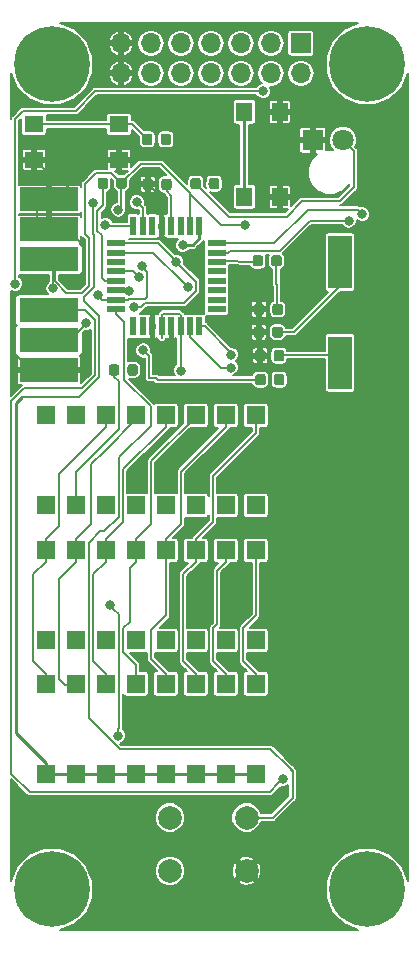
<source format=gtl>
G04 #@! TF.GenerationSoftware,KiCad,Pcbnew,5.0.2-bee76a0~70~ubuntu14.04.1*
G04 #@! TF.CreationDate,2018-12-14T16:23:57-07:00*
G04 #@! TF.ProjectId,run,72756e2e-6b69-4636-9164-5f7063625858,rev?*
G04 #@! TF.SameCoordinates,Original*
G04 #@! TF.FileFunction,Copper,L1,Top*
G04 #@! TF.FilePolarity,Positive*
%FSLAX46Y46*%
G04 Gerber Fmt 4.6, Leading zero omitted, Abs format (unit mm)*
G04 Created by KiCad (PCBNEW 5.0.2-bee76a0~70~ubuntu14.04.1) date Fri 14 Dec 2018 04:23:57 PM MST*
%MOMM*%
%LPD*%
G01*
G04 APERTURE LIST*
G04 #@! TA.AperFunction,Conductor*
%ADD10C,0.100000*%
G04 #@! TD*
G04 #@! TA.AperFunction,SMDPad,CuDef*
%ADD11C,0.875000*%
G04 #@! TD*
G04 #@! TA.AperFunction,ComponentPad*
%ADD12R,1.800000X1.800000*%
G04 #@! TD*
G04 #@! TA.AperFunction,ComponentPad*
%ADD13C,1.800000*%
G04 #@! TD*
G04 #@! TA.AperFunction,ComponentPad*
%ADD14C,6.400000*%
G04 #@! TD*
G04 #@! TA.AperFunction,ComponentPad*
%ADD15R,1.700000X1.700000*%
G04 #@! TD*
G04 #@! TA.AperFunction,ComponentPad*
%ADD16O,1.700000X1.700000*%
G04 #@! TD*
G04 #@! TA.AperFunction,SMDPad,CuDef*
%ADD17R,1.400000X1.600000*%
G04 #@! TD*
G04 #@! TA.AperFunction,SMDPad,CuDef*
%ADD18R,1.600000X1.400000*%
G04 #@! TD*
G04 #@! TA.AperFunction,SMDPad,CuDef*
%ADD19R,1.600000X1.600000*%
G04 #@! TD*
G04 #@! TA.AperFunction,SMDPad,CuDef*
%ADD20R,0.550000X1.600000*%
G04 #@! TD*
G04 #@! TA.AperFunction,SMDPad,CuDef*
%ADD21R,1.600000X0.550000*%
G04 #@! TD*
G04 #@! TA.AperFunction,SMDPad,CuDef*
%ADD22R,2.000000X4.500000*%
G04 #@! TD*
G04 #@! TA.AperFunction,SMDPad,CuDef*
%ADD23R,5.000000X2.000000*%
G04 #@! TD*
G04 #@! TA.AperFunction,ComponentPad*
%ADD24C,2.000000*%
G04 #@! TD*
G04 #@! TA.AperFunction,ViaPad*
%ADD25C,0.800000*%
G04 #@! TD*
G04 #@! TA.AperFunction,Conductor*
%ADD26C,0.160000*%
G04 #@! TD*
G04 #@! TA.AperFunction,Conductor*
%ADD27C,0.250000*%
G04 #@! TD*
G04 APERTURE END LIST*
D10*
G04 #@! TO.N,XTAL1*
G04 #@! TO.C,C2*
G36*
X147355191Y-118974053D02*
X147376426Y-118977203D01*
X147397250Y-118982419D01*
X147417462Y-118989651D01*
X147436868Y-118998830D01*
X147455281Y-119009866D01*
X147472524Y-119022654D01*
X147488430Y-119037070D01*
X147502846Y-119052976D01*
X147515634Y-119070219D01*
X147526670Y-119088632D01*
X147535849Y-119108038D01*
X147543081Y-119128250D01*
X147548297Y-119149074D01*
X147551447Y-119170309D01*
X147552500Y-119191750D01*
X147552500Y-119704250D01*
X147551447Y-119725691D01*
X147548297Y-119746926D01*
X147543081Y-119767750D01*
X147535849Y-119787962D01*
X147526670Y-119807368D01*
X147515634Y-119825781D01*
X147502846Y-119843024D01*
X147488430Y-119858930D01*
X147472524Y-119873346D01*
X147455281Y-119886134D01*
X147436868Y-119897170D01*
X147417462Y-119906349D01*
X147397250Y-119913581D01*
X147376426Y-119918797D01*
X147355191Y-119921947D01*
X147333750Y-119923000D01*
X146896250Y-119923000D01*
X146874809Y-119921947D01*
X146853574Y-119918797D01*
X146832750Y-119913581D01*
X146812538Y-119906349D01*
X146793132Y-119897170D01*
X146774719Y-119886134D01*
X146757476Y-119873346D01*
X146741570Y-119858930D01*
X146727154Y-119843024D01*
X146714366Y-119825781D01*
X146703330Y-119807368D01*
X146694151Y-119787962D01*
X146686919Y-119767750D01*
X146681703Y-119746926D01*
X146678553Y-119725691D01*
X146677500Y-119704250D01*
X146677500Y-119191750D01*
X146678553Y-119170309D01*
X146681703Y-119149074D01*
X146686919Y-119128250D01*
X146694151Y-119108038D01*
X146703330Y-119088632D01*
X146714366Y-119070219D01*
X146727154Y-119052976D01*
X146741570Y-119037070D01*
X146757476Y-119022654D01*
X146774719Y-119009866D01*
X146793132Y-118998830D01*
X146812538Y-118989651D01*
X146832750Y-118982419D01*
X146853574Y-118977203D01*
X146874809Y-118974053D01*
X146896250Y-118973000D01*
X147333750Y-118973000D01*
X147355191Y-118974053D01*
X147355191Y-118974053D01*
G37*
D11*
G04 #@! TD*
G04 #@! TO.P,C2,2*
G04 #@! TO.N,XTAL1*
X147115000Y-119448000D03*
D10*
G04 #@! TO.N,bus13*
G04 #@! TO.C,C2*
G36*
X145780191Y-118974053D02*
X145801426Y-118977203D01*
X145822250Y-118982419D01*
X145842462Y-118989651D01*
X145861868Y-118998830D01*
X145880281Y-119009866D01*
X145897524Y-119022654D01*
X145913430Y-119037070D01*
X145927846Y-119052976D01*
X145940634Y-119070219D01*
X145951670Y-119088632D01*
X145960849Y-119108038D01*
X145968081Y-119128250D01*
X145973297Y-119149074D01*
X145976447Y-119170309D01*
X145977500Y-119191750D01*
X145977500Y-119704250D01*
X145976447Y-119725691D01*
X145973297Y-119746926D01*
X145968081Y-119767750D01*
X145960849Y-119787962D01*
X145951670Y-119807368D01*
X145940634Y-119825781D01*
X145927846Y-119843024D01*
X145913430Y-119858930D01*
X145897524Y-119873346D01*
X145880281Y-119886134D01*
X145861868Y-119897170D01*
X145842462Y-119906349D01*
X145822250Y-119913581D01*
X145801426Y-119918797D01*
X145780191Y-119921947D01*
X145758750Y-119923000D01*
X145321250Y-119923000D01*
X145299809Y-119921947D01*
X145278574Y-119918797D01*
X145257750Y-119913581D01*
X145237538Y-119906349D01*
X145218132Y-119897170D01*
X145199719Y-119886134D01*
X145182476Y-119873346D01*
X145166570Y-119858930D01*
X145152154Y-119843024D01*
X145139366Y-119825781D01*
X145128330Y-119807368D01*
X145119151Y-119787962D01*
X145111919Y-119767750D01*
X145106703Y-119746926D01*
X145103553Y-119725691D01*
X145102500Y-119704250D01*
X145102500Y-119191750D01*
X145103553Y-119170309D01*
X145106703Y-119149074D01*
X145111919Y-119128250D01*
X145119151Y-119108038D01*
X145128330Y-119088632D01*
X145139366Y-119070219D01*
X145152154Y-119052976D01*
X145166570Y-119037070D01*
X145182476Y-119022654D01*
X145199719Y-119009866D01*
X145218132Y-118998830D01*
X145237538Y-118989651D01*
X145257750Y-118982419D01*
X145278574Y-118977203D01*
X145299809Y-118974053D01*
X145321250Y-118973000D01*
X145758750Y-118973000D01*
X145780191Y-118974053D01*
X145780191Y-118974053D01*
G37*
D11*
G04 #@! TD*
G04 #@! TO.P,C2,1*
G04 #@! TO.N,bus13*
X145540000Y-119448000D03*
D10*
G04 #@! TO.N,bus13*
G04 #@! TO.C,C3*
G36*
X145905191Y-120964053D02*
X145926426Y-120967203D01*
X145947250Y-120972419D01*
X145967462Y-120979651D01*
X145986868Y-120988830D01*
X146005281Y-120999866D01*
X146022524Y-121012654D01*
X146038430Y-121027070D01*
X146052846Y-121042976D01*
X146065634Y-121060219D01*
X146076670Y-121078632D01*
X146085849Y-121098038D01*
X146093081Y-121118250D01*
X146098297Y-121139074D01*
X146101447Y-121160309D01*
X146102500Y-121181750D01*
X146102500Y-121694250D01*
X146101447Y-121715691D01*
X146098297Y-121736926D01*
X146093081Y-121757750D01*
X146085849Y-121777962D01*
X146076670Y-121797368D01*
X146065634Y-121815781D01*
X146052846Y-121833024D01*
X146038430Y-121848930D01*
X146022524Y-121863346D01*
X146005281Y-121876134D01*
X145986868Y-121887170D01*
X145967462Y-121896349D01*
X145947250Y-121903581D01*
X145926426Y-121908797D01*
X145905191Y-121911947D01*
X145883750Y-121913000D01*
X145446250Y-121913000D01*
X145424809Y-121911947D01*
X145403574Y-121908797D01*
X145382750Y-121903581D01*
X145362538Y-121896349D01*
X145343132Y-121887170D01*
X145324719Y-121876134D01*
X145307476Y-121863346D01*
X145291570Y-121848930D01*
X145277154Y-121833024D01*
X145264366Y-121815781D01*
X145253330Y-121797368D01*
X145244151Y-121777962D01*
X145236919Y-121757750D01*
X145231703Y-121736926D01*
X145228553Y-121715691D01*
X145227500Y-121694250D01*
X145227500Y-121181750D01*
X145228553Y-121160309D01*
X145231703Y-121139074D01*
X145236919Y-121118250D01*
X145244151Y-121098038D01*
X145253330Y-121078632D01*
X145264366Y-121060219D01*
X145277154Y-121042976D01*
X145291570Y-121027070D01*
X145307476Y-121012654D01*
X145324719Y-120999866D01*
X145343132Y-120988830D01*
X145362538Y-120979651D01*
X145382750Y-120972419D01*
X145403574Y-120967203D01*
X145424809Y-120964053D01*
X145446250Y-120963000D01*
X145883750Y-120963000D01*
X145905191Y-120964053D01*
X145905191Y-120964053D01*
G37*
D11*
G04 #@! TD*
G04 #@! TO.P,C3,1*
G04 #@! TO.N,bus13*
X145665000Y-121438000D03*
D10*
G04 #@! TO.N,XTAL2*
G04 #@! TO.C,C3*
G36*
X147480191Y-120964053D02*
X147501426Y-120967203D01*
X147522250Y-120972419D01*
X147542462Y-120979651D01*
X147561868Y-120988830D01*
X147580281Y-120999866D01*
X147597524Y-121012654D01*
X147613430Y-121027070D01*
X147627846Y-121042976D01*
X147640634Y-121060219D01*
X147651670Y-121078632D01*
X147660849Y-121098038D01*
X147668081Y-121118250D01*
X147673297Y-121139074D01*
X147676447Y-121160309D01*
X147677500Y-121181750D01*
X147677500Y-121694250D01*
X147676447Y-121715691D01*
X147673297Y-121736926D01*
X147668081Y-121757750D01*
X147660849Y-121777962D01*
X147651670Y-121797368D01*
X147640634Y-121815781D01*
X147627846Y-121833024D01*
X147613430Y-121848930D01*
X147597524Y-121863346D01*
X147580281Y-121876134D01*
X147561868Y-121887170D01*
X147542462Y-121896349D01*
X147522250Y-121903581D01*
X147501426Y-121908797D01*
X147480191Y-121911947D01*
X147458750Y-121913000D01*
X147021250Y-121913000D01*
X146999809Y-121911947D01*
X146978574Y-121908797D01*
X146957750Y-121903581D01*
X146937538Y-121896349D01*
X146918132Y-121887170D01*
X146899719Y-121876134D01*
X146882476Y-121863346D01*
X146866570Y-121848930D01*
X146852154Y-121833024D01*
X146839366Y-121815781D01*
X146828330Y-121797368D01*
X146819151Y-121777962D01*
X146811919Y-121757750D01*
X146806703Y-121736926D01*
X146803553Y-121715691D01*
X146802500Y-121694250D01*
X146802500Y-121181750D01*
X146803553Y-121160309D01*
X146806703Y-121139074D01*
X146811919Y-121118250D01*
X146819151Y-121098038D01*
X146828330Y-121078632D01*
X146839366Y-121060219D01*
X146852154Y-121042976D01*
X146866570Y-121027070D01*
X146882476Y-121012654D01*
X146899719Y-120999866D01*
X146918132Y-120988830D01*
X146937538Y-120979651D01*
X146957750Y-120972419D01*
X146978574Y-120967203D01*
X146999809Y-120964053D01*
X147021250Y-120963000D01*
X147458750Y-120963000D01*
X147480191Y-120964053D01*
X147480191Y-120964053D01*
G37*
D11*
G04 #@! TD*
G04 #@! TO.P,C3,2*
G04 #@! TO.N,XTAL2*
X147240000Y-121438000D03*
D10*
G04 #@! TO.N,AREF*
G04 #@! TO.C,C4*
G36*
X137959191Y-106460053D02*
X137980426Y-106463203D01*
X138001250Y-106468419D01*
X138021462Y-106475651D01*
X138040868Y-106484830D01*
X138059281Y-106495866D01*
X138076524Y-106508654D01*
X138092430Y-106523070D01*
X138106846Y-106538976D01*
X138119634Y-106556219D01*
X138130670Y-106574632D01*
X138139849Y-106594038D01*
X138147081Y-106614250D01*
X138152297Y-106635074D01*
X138155447Y-106656309D01*
X138156500Y-106677750D01*
X138156500Y-107190250D01*
X138155447Y-107211691D01*
X138152297Y-107232926D01*
X138147081Y-107253750D01*
X138139849Y-107273962D01*
X138130670Y-107293368D01*
X138119634Y-107311781D01*
X138106846Y-107329024D01*
X138092430Y-107344930D01*
X138076524Y-107359346D01*
X138059281Y-107372134D01*
X138040868Y-107383170D01*
X138021462Y-107392349D01*
X138001250Y-107399581D01*
X137980426Y-107404797D01*
X137959191Y-107407947D01*
X137937750Y-107409000D01*
X137500250Y-107409000D01*
X137478809Y-107407947D01*
X137457574Y-107404797D01*
X137436750Y-107399581D01*
X137416538Y-107392349D01*
X137397132Y-107383170D01*
X137378719Y-107372134D01*
X137361476Y-107359346D01*
X137345570Y-107344930D01*
X137331154Y-107329024D01*
X137318366Y-107311781D01*
X137307330Y-107293368D01*
X137298151Y-107273962D01*
X137290919Y-107253750D01*
X137285703Y-107232926D01*
X137282553Y-107211691D01*
X137281500Y-107190250D01*
X137281500Y-106677750D01*
X137282553Y-106656309D01*
X137285703Y-106635074D01*
X137290919Y-106614250D01*
X137298151Y-106594038D01*
X137307330Y-106574632D01*
X137318366Y-106556219D01*
X137331154Y-106538976D01*
X137345570Y-106523070D01*
X137361476Y-106508654D01*
X137378719Y-106495866D01*
X137397132Y-106484830D01*
X137416538Y-106475651D01*
X137436750Y-106468419D01*
X137457574Y-106463203D01*
X137478809Y-106460053D01*
X137500250Y-106459000D01*
X137937750Y-106459000D01*
X137959191Y-106460053D01*
X137959191Y-106460053D01*
G37*
D11*
G04 #@! TD*
G04 #@! TO.P,C4,1*
G04 #@! TO.N,AREF*
X137719000Y-106934000D03*
D10*
G04 #@! TO.N,bus13*
G04 #@! TO.C,C4*
G36*
X136384191Y-106460053D02*
X136405426Y-106463203D01*
X136426250Y-106468419D01*
X136446462Y-106475651D01*
X136465868Y-106484830D01*
X136484281Y-106495866D01*
X136501524Y-106508654D01*
X136517430Y-106523070D01*
X136531846Y-106538976D01*
X136544634Y-106556219D01*
X136555670Y-106574632D01*
X136564849Y-106594038D01*
X136572081Y-106614250D01*
X136577297Y-106635074D01*
X136580447Y-106656309D01*
X136581500Y-106677750D01*
X136581500Y-107190250D01*
X136580447Y-107211691D01*
X136577297Y-107232926D01*
X136572081Y-107253750D01*
X136564849Y-107273962D01*
X136555670Y-107293368D01*
X136544634Y-107311781D01*
X136531846Y-107329024D01*
X136517430Y-107344930D01*
X136501524Y-107359346D01*
X136484281Y-107372134D01*
X136465868Y-107383170D01*
X136446462Y-107392349D01*
X136426250Y-107399581D01*
X136405426Y-107404797D01*
X136384191Y-107407947D01*
X136362750Y-107409000D01*
X135925250Y-107409000D01*
X135903809Y-107407947D01*
X135882574Y-107404797D01*
X135861750Y-107399581D01*
X135841538Y-107392349D01*
X135822132Y-107383170D01*
X135803719Y-107372134D01*
X135786476Y-107359346D01*
X135770570Y-107344930D01*
X135756154Y-107329024D01*
X135743366Y-107311781D01*
X135732330Y-107293368D01*
X135723151Y-107273962D01*
X135715919Y-107253750D01*
X135710703Y-107232926D01*
X135707553Y-107211691D01*
X135706500Y-107190250D01*
X135706500Y-106677750D01*
X135707553Y-106656309D01*
X135710703Y-106635074D01*
X135715919Y-106614250D01*
X135723151Y-106594038D01*
X135732330Y-106574632D01*
X135743366Y-106556219D01*
X135756154Y-106538976D01*
X135770570Y-106523070D01*
X135786476Y-106508654D01*
X135803719Y-106495866D01*
X135822132Y-106484830D01*
X135841538Y-106475651D01*
X135861750Y-106468419D01*
X135882574Y-106463203D01*
X135903809Y-106460053D01*
X135925250Y-106459000D01*
X136362750Y-106459000D01*
X136384191Y-106460053D01*
X136384191Y-106460053D01*
G37*
D11*
G04 #@! TD*
G04 #@! TO.P,C4,2*
G04 #@! TO.N,bus13*
X136144000Y-106934000D03*
D10*
G04 #@! TO.N,DTR*
G04 #@! TO.C,C5*
G36*
X137908191Y-102650053D02*
X137929426Y-102653203D01*
X137950250Y-102658419D01*
X137970462Y-102665651D01*
X137989868Y-102674830D01*
X138008281Y-102685866D01*
X138025524Y-102698654D01*
X138041430Y-102713070D01*
X138055846Y-102728976D01*
X138068634Y-102746219D01*
X138079670Y-102764632D01*
X138088849Y-102784038D01*
X138096081Y-102804250D01*
X138101297Y-102825074D01*
X138104447Y-102846309D01*
X138105500Y-102867750D01*
X138105500Y-103380250D01*
X138104447Y-103401691D01*
X138101297Y-103422926D01*
X138096081Y-103443750D01*
X138088849Y-103463962D01*
X138079670Y-103483368D01*
X138068634Y-103501781D01*
X138055846Y-103519024D01*
X138041430Y-103534930D01*
X138025524Y-103549346D01*
X138008281Y-103562134D01*
X137989868Y-103573170D01*
X137970462Y-103582349D01*
X137950250Y-103589581D01*
X137929426Y-103594797D01*
X137908191Y-103597947D01*
X137886750Y-103599000D01*
X137449250Y-103599000D01*
X137427809Y-103597947D01*
X137406574Y-103594797D01*
X137385750Y-103589581D01*
X137365538Y-103582349D01*
X137346132Y-103573170D01*
X137327719Y-103562134D01*
X137310476Y-103549346D01*
X137294570Y-103534930D01*
X137280154Y-103519024D01*
X137267366Y-103501781D01*
X137256330Y-103483368D01*
X137247151Y-103463962D01*
X137239919Y-103443750D01*
X137234703Y-103422926D01*
X137231553Y-103401691D01*
X137230500Y-103380250D01*
X137230500Y-102867750D01*
X137231553Y-102846309D01*
X137234703Y-102825074D01*
X137239919Y-102804250D01*
X137247151Y-102784038D01*
X137256330Y-102764632D01*
X137267366Y-102746219D01*
X137280154Y-102728976D01*
X137294570Y-102713070D01*
X137310476Y-102698654D01*
X137327719Y-102685866D01*
X137346132Y-102674830D01*
X137365538Y-102665651D01*
X137385750Y-102658419D01*
X137406574Y-102653203D01*
X137427809Y-102650053D01*
X137449250Y-102649000D01*
X137886750Y-102649000D01*
X137908191Y-102650053D01*
X137908191Y-102650053D01*
G37*
D11*
G04 #@! TD*
G04 #@! TO.P,C5,2*
G04 #@! TO.N,DTR*
X137668000Y-103124000D03*
D10*
G04 #@! TO.N,RESET*
G04 #@! TO.C,C5*
G36*
X136333191Y-102650053D02*
X136354426Y-102653203D01*
X136375250Y-102658419D01*
X136395462Y-102665651D01*
X136414868Y-102674830D01*
X136433281Y-102685866D01*
X136450524Y-102698654D01*
X136466430Y-102713070D01*
X136480846Y-102728976D01*
X136493634Y-102746219D01*
X136504670Y-102764632D01*
X136513849Y-102784038D01*
X136521081Y-102804250D01*
X136526297Y-102825074D01*
X136529447Y-102846309D01*
X136530500Y-102867750D01*
X136530500Y-103380250D01*
X136529447Y-103401691D01*
X136526297Y-103422926D01*
X136521081Y-103443750D01*
X136513849Y-103463962D01*
X136504670Y-103483368D01*
X136493634Y-103501781D01*
X136480846Y-103519024D01*
X136466430Y-103534930D01*
X136450524Y-103549346D01*
X136433281Y-103562134D01*
X136414868Y-103573170D01*
X136395462Y-103582349D01*
X136375250Y-103589581D01*
X136354426Y-103594797D01*
X136333191Y-103597947D01*
X136311750Y-103599000D01*
X135874250Y-103599000D01*
X135852809Y-103597947D01*
X135831574Y-103594797D01*
X135810750Y-103589581D01*
X135790538Y-103582349D01*
X135771132Y-103573170D01*
X135752719Y-103562134D01*
X135735476Y-103549346D01*
X135719570Y-103534930D01*
X135705154Y-103519024D01*
X135692366Y-103501781D01*
X135681330Y-103483368D01*
X135672151Y-103463962D01*
X135664919Y-103443750D01*
X135659703Y-103422926D01*
X135656553Y-103401691D01*
X135655500Y-103380250D01*
X135655500Y-102867750D01*
X135656553Y-102846309D01*
X135659703Y-102825074D01*
X135664919Y-102804250D01*
X135672151Y-102784038D01*
X135681330Y-102764632D01*
X135692366Y-102746219D01*
X135705154Y-102728976D01*
X135719570Y-102713070D01*
X135735476Y-102698654D01*
X135752719Y-102685866D01*
X135771132Y-102674830D01*
X135790538Y-102665651D01*
X135810750Y-102658419D01*
X135831574Y-102653203D01*
X135852809Y-102650053D01*
X135874250Y-102649000D01*
X136311750Y-102649000D01*
X136333191Y-102650053D01*
X136333191Y-102650053D01*
G37*
D11*
G04 #@! TD*
G04 #@! TO.P,C5,1*
G04 #@! TO.N,RESET*
X136093000Y-103124000D03*
D12*
G04 #@! TO.P,D1,1*
G04 #@! TO.N,bus13*
X150114000Y-103203000D03*
D13*
G04 #@! TO.P,D1,2*
G04 #@! TO.N,Net-(D1-Pad2)*
X152654000Y-103203000D03*
G04 #@! TD*
D14*
G04 #@! TO.P,H1,1*
G04 #@! TO.N,Net-(H1-Pad1)*
X154686000Y-166624000D03*
G04 #@! TD*
G04 #@! TO.P,H2,1*
G04 #@! TO.N,Net-(H2-Pad1)*
X128016000Y-166624000D03*
G04 #@! TD*
G04 #@! TO.P,H3,1*
G04 #@! TO.N,Net-(H3-Pad1)*
X154686000Y-96774000D03*
G04 #@! TD*
G04 #@! TO.P,H4,1*
G04 #@! TO.N,Net-(H4-Pad1)*
X128016000Y-96774000D03*
G04 #@! TD*
D15*
G04 #@! TO.P,J5,1*
G04 #@! TO.N,bus1*
X149098000Y-94996000D03*
D16*
G04 #@! TO.P,J5,2*
G04 #@! TO.N,bus2*
X149098000Y-97536000D03*
G04 #@! TO.P,J5,3*
G04 #@! TO.N,bus3*
X146558000Y-94996000D03*
G04 #@! TO.P,J5,4*
G04 #@! TO.N,bus4*
X146558000Y-97536000D03*
G04 #@! TO.P,J5,5*
G04 #@! TO.N,bus5*
X144018000Y-94996000D03*
G04 #@! TO.P,J5,6*
G04 #@! TO.N,bus6*
X144018000Y-97536000D03*
G04 #@! TO.P,J5,7*
G04 #@! TO.N,bus7*
X141478000Y-94996000D03*
G04 #@! TO.P,J5,8*
G04 #@! TO.N,bus8*
X141478000Y-97536000D03*
G04 #@! TO.P,J5,9*
G04 #@! TO.N,RX*
X138938000Y-94996000D03*
G04 #@! TO.P,J5,10*
G04 #@! TO.N,TX*
X138938000Y-97536000D03*
G04 #@! TO.P,J5,11*
G04 #@! TO.N,bus11*
X136398000Y-94996000D03*
G04 #@! TO.P,J5,12*
X136398000Y-97536000D03*
G04 #@! TO.P,J5,13*
G04 #@! TO.N,bus13*
X133858000Y-94996000D03*
G04 #@! TO.P,J5,14*
X133858000Y-97536000D03*
G04 #@! TD*
D10*
G04 #@! TO.N,Net-(D1-Pad2)*
G04 #@! TO.C,R1*
G36*
X140425191Y-106396053D02*
X140446426Y-106399203D01*
X140467250Y-106404419D01*
X140487462Y-106411651D01*
X140506868Y-106420830D01*
X140525281Y-106431866D01*
X140542524Y-106444654D01*
X140558430Y-106459070D01*
X140572846Y-106474976D01*
X140585634Y-106492219D01*
X140596670Y-106510632D01*
X140605849Y-106530038D01*
X140613081Y-106550250D01*
X140618297Y-106571074D01*
X140621447Y-106592309D01*
X140622500Y-106613750D01*
X140622500Y-107126250D01*
X140621447Y-107147691D01*
X140618297Y-107168926D01*
X140613081Y-107189750D01*
X140605849Y-107209962D01*
X140596670Y-107229368D01*
X140585634Y-107247781D01*
X140572846Y-107265024D01*
X140558430Y-107280930D01*
X140542524Y-107295346D01*
X140525281Y-107308134D01*
X140506868Y-107319170D01*
X140487462Y-107328349D01*
X140467250Y-107335581D01*
X140446426Y-107340797D01*
X140425191Y-107343947D01*
X140403750Y-107345000D01*
X139966250Y-107345000D01*
X139944809Y-107343947D01*
X139923574Y-107340797D01*
X139902750Y-107335581D01*
X139882538Y-107328349D01*
X139863132Y-107319170D01*
X139844719Y-107308134D01*
X139827476Y-107295346D01*
X139811570Y-107280930D01*
X139797154Y-107265024D01*
X139784366Y-107247781D01*
X139773330Y-107229368D01*
X139764151Y-107209962D01*
X139756919Y-107189750D01*
X139751703Y-107168926D01*
X139748553Y-107147691D01*
X139747500Y-107126250D01*
X139747500Y-106613750D01*
X139748553Y-106592309D01*
X139751703Y-106571074D01*
X139756919Y-106550250D01*
X139764151Y-106530038D01*
X139773330Y-106510632D01*
X139784366Y-106492219D01*
X139797154Y-106474976D01*
X139811570Y-106459070D01*
X139827476Y-106444654D01*
X139844719Y-106431866D01*
X139863132Y-106420830D01*
X139882538Y-106411651D01*
X139902750Y-106404419D01*
X139923574Y-106399203D01*
X139944809Y-106396053D01*
X139966250Y-106395000D01*
X140403750Y-106395000D01*
X140425191Y-106396053D01*
X140425191Y-106396053D01*
G37*
D11*
G04 #@! TD*
G04 #@! TO.P,R1,1*
G04 #@! TO.N,Net-(D1-Pad2)*
X140185000Y-106870000D03*
D10*
G04 #@! TO.N,a2*
G04 #@! TO.C,R1*
G36*
X142000191Y-106396053D02*
X142021426Y-106399203D01*
X142042250Y-106404419D01*
X142062462Y-106411651D01*
X142081868Y-106420830D01*
X142100281Y-106431866D01*
X142117524Y-106444654D01*
X142133430Y-106459070D01*
X142147846Y-106474976D01*
X142160634Y-106492219D01*
X142171670Y-106510632D01*
X142180849Y-106530038D01*
X142188081Y-106550250D01*
X142193297Y-106571074D01*
X142196447Y-106592309D01*
X142197500Y-106613750D01*
X142197500Y-107126250D01*
X142196447Y-107147691D01*
X142193297Y-107168926D01*
X142188081Y-107189750D01*
X142180849Y-107209962D01*
X142171670Y-107229368D01*
X142160634Y-107247781D01*
X142147846Y-107265024D01*
X142133430Y-107280930D01*
X142117524Y-107295346D01*
X142100281Y-107308134D01*
X142081868Y-107319170D01*
X142062462Y-107328349D01*
X142042250Y-107335581D01*
X142021426Y-107340797D01*
X142000191Y-107343947D01*
X141978750Y-107345000D01*
X141541250Y-107345000D01*
X141519809Y-107343947D01*
X141498574Y-107340797D01*
X141477750Y-107335581D01*
X141457538Y-107328349D01*
X141438132Y-107319170D01*
X141419719Y-107308134D01*
X141402476Y-107295346D01*
X141386570Y-107280930D01*
X141372154Y-107265024D01*
X141359366Y-107247781D01*
X141348330Y-107229368D01*
X141339151Y-107209962D01*
X141331919Y-107189750D01*
X141326703Y-107168926D01*
X141323553Y-107147691D01*
X141322500Y-107126250D01*
X141322500Y-106613750D01*
X141323553Y-106592309D01*
X141326703Y-106571074D01*
X141331919Y-106550250D01*
X141339151Y-106530038D01*
X141348330Y-106510632D01*
X141359366Y-106492219D01*
X141372154Y-106474976D01*
X141386570Y-106459070D01*
X141402476Y-106444654D01*
X141419719Y-106431866D01*
X141438132Y-106420830D01*
X141457538Y-106411651D01*
X141477750Y-106404419D01*
X141498574Y-106399203D01*
X141519809Y-106396053D01*
X141541250Y-106395000D01*
X141978750Y-106395000D01*
X142000191Y-106396053D01*
X142000191Y-106396053D01*
G37*
D11*
G04 #@! TD*
G04 #@! TO.P,R1,2*
G04 #@! TO.N,a2*
X141760000Y-106870000D03*
D10*
G04 #@! TO.N,bus11*
G04 #@! TO.C,R2*
G36*
X134145191Y-106356053D02*
X134166426Y-106359203D01*
X134187250Y-106364419D01*
X134207462Y-106371651D01*
X134226868Y-106380830D01*
X134245281Y-106391866D01*
X134262524Y-106404654D01*
X134278430Y-106419070D01*
X134292846Y-106434976D01*
X134305634Y-106452219D01*
X134316670Y-106470632D01*
X134325849Y-106490038D01*
X134333081Y-106510250D01*
X134338297Y-106531074D01*
X134341447Y-106552309D01*
X134342500Y-106573750D01*
X134342500Y-107086250D01*
X134341447Y-107107691D01*
X134338297Y-107128926D01*
X134333081Y-107149750D01*
X134325849Y-107169962D01*
X134316670Y-107189368D01*
X134305634Y-107207781D01*
X134292846Y-107225024D01*
X134278430Y-107240930D01*
X134262524Y-107255346D01*
X134245281Y-107268134D01*
X134226868Y-107279170D01*
X134207462Y-107288349D01*
X134187250Y-107295581D01*
X134166426Y-107300797D01*
X134145191Y-107303947D01*
X134123750Y-107305000D01*
X133686250Y-107305000D01*
X133664809Y-107303947D01*
X133643574Y-107300797D01*
X133622750Y-107295581D01*
X133602538Y-107288349D01*
X133583132Y-107279170D01*
X133564719Y-107268134D01*
X133547476Y-107255346D01*
X133531570Y-107240930D01*
X133517154Y-107225024D01*
X133504366Y-107207781D01*
X133493330Y-107189368D01*
X133484151Y-107169962D01*
X133476919Y-107149750D01*
X133471703Y-107128926D01*
X133468553Y-107107691D01*
X133467500Y-107086250D01*
X133467500Y-106573750D01*
X133468553Y-106552309D01*
X133471703Y-106531074D01*
X133476919Y-106510250D01*
X133484151Y-106490038D01*
X133493330Y-106470632D01*
X133504366Y-106452219D01*
X133517154Y-106434976D01*
X133531570Y-106419070D01*
X133547476Y-106404654D01*
X133564719Y-106391866D01*
X133583132Y-106380830D01*
X133602538Y-106371651D01*
X133622750Y-106364419D01*
X133643574Y-106359203D01*
X133664809Y-106356053D01*
X133686250Y-106355000D01*
X134123750Y-106355000D01*
X134145191Y-106356053D01*
X134145191Y-106356053D01*
G37*
D11*
G04 #@! TD*
G04 #@! TO.P,R2,1*
G04 #@! TO.N,bus11*
X133905000Y-106830000D03*
D10*
G04 #@! TO.N,RESET*
G04 #@! TO.C,R2*
G36*
X132570191Y-106356053D02*
X132591426Y-106359203D01*
X132612250Y-106364419D01*
X132632462Y-106371651D01*
X132651868Y-106380830D01*
X132670281Y-106391866D01*
X132687524Y-106404654D01*
X132703430Y-106419070D01*
X132717846Y-106434976D01*
X132730634Y-106452219D01*
X132741670Y-106470632D01*
X132750849Y-106490038D01*
X132758081Y-106510250D01*
X132763297Y-106531074D01*
X132766447Y-106552309D01*
X132767500Y-106573750D01*
X132767500Y-107086250D01*
X132766447Y-107107691D01*
X132763297Y-107128926D01*
X132758081Y-107149750D01*
X132750849Y-107169962D01*
X132741670Y-107189368D01*
X132730634Y-107207781D01*
X132717846Y-107225024D01*
X132703430Y-107240930D01*
X132687524Y-107255346D01*
X132670281Y-107268134D01*
X132651868Y-107279170D01*
X132632462Y-107288349D01*
X132612250Y-107295581D01*
X132591426Y-107300797D01*
X132570191Y-107303947D01*
X132548750Y-107305000D01*
X132111250Y-107305000D01*
X132089809Y-107303947D01*
X132068574Y-107300797D01*
X132047750Y-107295581D01*
X132027538Y-107288349D01*
X132008132Y-107279170D01*
X131989719Y-107268134D01*
X131972476Y-107255346D01*
X131956570Y-107240930D01*
X131942154Y-107225024D01*
X131929366Y-107207781D01*
X131918330Y-107189368D01*
X131909151Y-107169962D01*
X131901919Y-107149750D01*
X131896703Y-107128926D01*
X131893553Y-107107691D01*
X131892500Y-107086250D01*
X131892500Y-106573750D01*
X131893553Y-106552309D01*
X131896703Y-106531074D01*
X131901919Y-106510250D01*
X131909151Y-106490038D01*
X131918330Y-106470632D01*
X131929366Y-106452219D01*
X131942154Y-106434976D01*
X131956570Y-106419070D01*
X131972476Y-106404654D01*
X131989719Y-106391866D01*
X132008132Y-106380830D01*
X132027538Y-106371651D01*
X132047750Y-106364419D01*
X132068574Y-106359203D01*
X132089809Y-106356053D01*
X132111250Y-106355000D01*
X132548750Y-106355000D01*
X132570191Y-106356053D01*
X132570191Y-106356053D01*
G37*
D11*
G04 #@! TD*
G04 #@! TO.P,R2,2*
G04 #@! TO.N,RESET*
X132330000Y-106830000D03*
D10*
G04 #@! TO.N,bus11*
G04 #@! TO.C,R4*
G36*
X147270191Y-112934053D02*
X147291426Y-112937203D01*
X147312250Y-112942419D01*
X147332462Y-112949651D01*
X147351868Y-112958830D01*
X147370281Y-112969866D01*
X147387524Y-112982654D01*
X147403430Y-112997070D01*
X147417846Y-113012976D01*
X147430634Y-113030219D01*
X147441670Y-113048632D01*
X147450849Y-113068038D01*
X147458081Y-113088250D01*
X147463297Y-113109074D01*
X147466447Y-113130309D01*
X147467500Y-113151750D01*
X147467500Y-113664250D01*
X147466447Y-113685691D01*
X147463297Y-113706926D01*
X147458081Y-113727750D01*
X147450849Y-113747962D01*
X147441670Y-113767368D01*
X147430634Y-113785781D01*
X147417846Y-113803024D01*
X147403430Y-113818930D01*
X147387524Y-113833346D01*
X147370281Y-113846134D01*
X147351868Y-113857170D01*
X147332462Y-113866349D01*
X147312250Y-113873581D01*
X147291426Y-113878797D01*
X147270191Y-113881947D01*
X147248750Y-113883000D01*
X146811250Y-113883000D01*
X146789809Y-113881947D01*
X146768574Y-113878797D01*
X146747750Y-113873581D01*
X146727538Y-113866349D01*
X146708132Y-113857170D01*
X146689719Y-113846134D01*
X146672476Y-113833346D01*
X146656570Y-113818930D01*
X146642154Y-113803024D01*
X146629366Y-113785781D01*
X146618330Y-113767368D01*
X146609151Y-113747962D01*
X146601919Y-113727750D01*
X146596703Y-113706926D01*
X146593553Y-113685691D01*
X146592500Y-113664250D01*
X146592500Y-113151750D01*
X146593553Y-113130309D01*
X146596703Y-113109074D01*
X146601919Y-113088250D01*
X146609151Y-113068038D01*
X146618330Y-113048632D01*
X146629366Y-113030219D01*
X146642154Y-113012976D01*
X146656570Y-112997070D01*
X146672476Y-112982654D01*
X146689719Y-112969866D01*
X146708132Y-112958830D01*
X146727538Y-112949651D01*
X146747750Y-112942419D01*
X146768574Y-112937203D01*
X146789809Y-112934053D01*
X146811250Y-112933000D01*
X147248750Y-112933000D01*
X147270191Y-112934053D01*
X147270191Y-112934053D01*
G37*
D11*
G04 #@! TD*
G04 #@! TO.P,R4,2*
G04 #@! TO.N,bus11*
X147030000Y-113408000D03*
D10*
G04 #@! TO.N,d10*
G04 #@! TO.C,R4*
G36*
X145695191Y-112934053D02*
X145716426Y-112937203D01*
X145737250Y-112942419D01*
X145757462Y-112949651D01*
X145776868Y-112958830D01*
X145795281Y-112969866D01*
X145812524Y-112982654D01*
X145828430Y-112997070D01*
X145842846Y-113012976D01*
X145855634Y-113030219D01*
X145866670Y-113048632D01*
X145875849Y-113068038D01*
X145883081Y-113088250D01*
X145888297Y-113109074D01*
X145891447Y-113130309D01*
X145892500Y-113151750D01*
X145892500Y-113664250D01*
X145891447Y-113685691D01*
X145888297Y-113706926D01*
X145883081Y-113727750D01*
X145875849Y-113747962D01*
X145866670Y-113767368D01*
X145855634Y-113785781D01*
X145842846Y-113803024D01*
X145828430Y-113818930D01*
X145812524Y-113833346D01*
X145795281Y-113846134D01*
X145776868Y-113857170D01*
X145757462Y-113866349D01*
X145737250Y-113873581D01*
X145716426Y-113878797D01*
X145695191Y-113881947D01*
X145673750Y-113883000D01*
X145236250Y-113883000D01*
X145214809Y-113881947D01*
X145193574Y-113878797D01*
X145172750Y-113873581D01*
X145152538Y-113866349D01*
X145133132Y-113857170D01*
X145114719Y-113846134D01*
X145097476Y-113833346D01*
X145081570Y-113818930D01*
X145067154Y-113803024D01*
X145054366Y-113785781D01*
X145043330Y-113767368D01*
X145034151Y-113747962D01*
X145026919Y-113727750D01*
X145021703Y-113706926D01*
X145018553Y-113685691D01*
X145017500Y-113664250D01*
X145017500Y-113151750D01*
X145018553Y-113130309D01*
X145021703Y-113109074D01*
X145026919Y-113088250D01*
X145034151Y-113068038D01*
X145043330Y-113048632D01*
X145054366Y-113030219D01*
X145067154Y-113012976D01*
X145081570Y-112997070D01*
X145097476Y-112982654D01*
X145114719Y-112969866D01*
X145133132Y-112958830D01*
X145152538Y-112949651D01*
X145172750Y-112942419D01*
X145193574Y-112937203D01*
X145214809Y-112934053D01*
X145236250Y-112933000D01*
X145673750Y-112933000D01*
X145695191Y-112934053D01*
X145695191Y-112934053D01*
G37*
D11*
G04 #@! TD*
G04 #@! TO.P,R4,1*
G04 #@! TO.N,d10*
X145455000Y-113408000D03*
D17*
G04 #@! TO.P,SW2,2*
G04 #@! TO.N,bus13*
X147296000Y-107994000D03*
X147296000Y-100794000D03*
G04 #@! TO.P,SW2,1*
G04 #@! TO.N,a3*
X144296000Y-107994000D03*
X144296000Y-100794000D03*
G04 #@! TD*
D18*
G04 #@! TO.P,SW3,1*
G04 #@! TO.N,bus13*
X126492000Y-104854000D03*
X133692000Y-104854000D03*
G04 #@! TO.P,SW3,2*
G04 #@! TO.N,RESET*
X126492000Y-101854000D03*
X133692000Y-101854000D03*
G04 #@! TD*
D19*
G04 #@! TO.P,SW4,16*
G04 #@! TO.N,a1*
X145288000Y-145542000D03*
G04 #@! TO.P,SW4,8*
G04 #@! TO.N,bus8*
X127508000Y-137922000D03*
G04 #@! TO.P,SW4,15*
G04 #@! TO.N,a1*
X142748000Y-145542000D03*
G04 #@! TO.P,SW4,7*
G04 #@! TO.N,bus7*
X130048000Y-137922000D03*
G04 #@! TO.P,SW4,14*
G04 #@! TO.N,a1*
X140208000Y-145542000D03*
G04 #@! TO.P,SW4,6*
G04 #@! TO.N,bus6*
X132588000Y-137922000D03*
G04 #@! TO.P,SW4,13*
G04 #@! TO.N,a1*
X137668000Y-145542000D03*
G04 #@! TO.P,SW4,5*
G04 #@! TO.N,bus5*
X135128000Y-137922000D03*
G04 #@! TO.P,SW4,12*
G04 #@! TO.N,a1*
X135128000Y-145542000D03*
G04 #@! TO.P,SW4,4*
G04 #@! TO.N,bus4*
X137668000Y-137922000D03*
G04 #@! TO.P,SW4,11*
G04 #@! TO.N,a1*
X132588000Y-145542000D03*
G04 #@! TO.P,SW4,3*
G04 #@! TO.N,bus3*
X140208000Y-137922000D03*
G04 #@! TO.P,SW4,10*
G04 #@! TO.N,a1*
X130048000Y-145542000D03*
G04 #@! TO.P,SW4,2*
G04 #@! TO.N,bus2*
X142748000Y-137922000D03*
G04 #@! TO.P,SW4,9*
G04 #@! TO.N,a1*
X127508000Y-145542000D03*
G04 #@! TO.P,SW4,1*
G04 #@! TO.N,bus1*
X145288000Y-137922000D03*
G04 #@! TD*
G04 #@! TO.P,SW5,1*
G04 #@! TO.N,bus3*
X145288000Y-126492000D03*
G04 #@! TO.P,SW5,9*
G04 #@! TO.N,Net-(D2-Pad2)*
X127508000Y-134112000D03*
G04 #@! TO.P,SW5,2*
G04 #@! TO.N,bus4*
X142748000Y-126492000D03*
G04 #@! TO.P,SW5,10*
G04 #@! TO.N,Net-(D2-Pad2)*
X130048000Y-134112000D03*
G04 #@! TO.P,SW5,3*
G04 #@! TO.N,bus5*
X140208000Y-126492000D03*
G04 #@! TO.P,SW5,11*
G04 #@! TO.N,Net-(D2-Pad2)*
X132588000Y-134112000D03*
G04 #@! TO.P,SW5,4*
G04 #@! TO.N,bus6*
X137668000Y-126492000D03*
G04 #@! TO.P,SW5,12*
G04 #@! TO.N,Net-(D2-Pad2)*
X135128000Y-134112000D03*
G04 #@! TO.P,SW5,5*
G04 #@! TO.N,bus7*
X135128000Y-126492000D03*
G04 #@! TO.P,SW5,13*
G04 #@! TO.N,Net-(D2-Pad2)*
X137668000Y-134112000D03*
G04 #@! TO.P,SW5,6*
G04 #@! TO.N,bus8*
X132588000Y-126492000D03*
G04 #@! TO.P,SW5,14*
G04 #@! TO.N,Net-(D2-Pad2)*
X140208000Y-134112000D03*
G04 #@! TO.P,SW5,7*
G04 #@! TO.N,RX*
X130048000Y-126492000D03*
G04 #@! TO.P,SW5,15*
G04 #@! TO.N,Net-(D2-Pad2)*
X142748000Y-134112000D03*
G04 #@! TO.P,SW5,8*
G04 #@! TO.N,TX*
X127508000Y-126492000D03*
G04 #@! TO.P,SW5,16*
G04 #@! TO.N,Net-(D2-Pad2)*
X145288000Y-134112000D03*
G04 #@! TD*
G04 #@! TO.P,SW6,1*
G04 #@! TO.N,bus1*
X145280000Y-149220000D03*
G04 #@! TO.P,SW6,9*
G04 #@! TO.N,a0*
X127500000Y-156840000D03*
G04 #@! TO.P,SW6,2*
G04 #@! TO.N,bus2*
X142740000Y-149220000D03*
G04 #@! TO.P,SW6,10*
G04 #@! TO.N,a0*
X130040000Y-156840000D03*
G04 #@! TO.P,SW6,3*
G04 #@! TO.N,bus3*
X140200000Y-149220000D03*
G04 #@! TO.P,SW6,11*
G04 #@! TO.N,a0*
X132580000Y-156840000D03*
G04 #@! TO.P,SW6,4*
G04 #@! TO.N,bus4*
X137660000Y-149220000D03*
G04 #@! TO.P,SW6,12*
G04 #@! TO.N,a0*
X135120000Y-156840000D03*
G04 #@! TO.P,SW6,5*
G04 #@! TO.N,bus5*
X135120000Y-149220000D03*
G04 #@! TO.P,SW6,13*
G04 #@! TO.N,a0*
X137660000Y-156840000D03*
G04 #@! TO.P,SW6,6*
G04 #@! TO.N,bus6*
X132580000Y-149220000D03*
G04 #@! TO.P,SW6,14*
G04 #@! TO.N,a0*
X140200000Y-156840000D03*
G04 #@! TO.P,SW6,7*
G04 #@! TO.N,bus7*
X130040000Y-149220000D03*
G04 #@! TO.P,SW6,15*
G04 #@! TO.N,a0*
X142740000Y-156840000D03*
G04 #@! TO.P,SW6,8*
G04 #@! TO.N,bus8*
X127500000Y-149220000D03*
G04 #@! TO.P,SW6,16*
G04 #@! TO.N,a0*
X145280000Y-156840000D03*
G04 #@! TD*
D20*
G04 #@! TO.P,U1,1*
G04 #@! TO.N,d3*
X134910000Y-118960000D03*
G04 #@! TO.P,U1,2*
G04 #@! TO.N,d4*
X135710000Y-118960000D03*
G04 #@! TO.P,U1,3*
G04 #@! TO.N,bus13*
X136510000Y-118960000D03*
G04 #@! TO.P,U1,4*
G04 #@! TO.N,bus11*
X137310000Y-118960000D03*
G04 #@! TO.P,U1,5*
G04 #@! TO.N,bus13*
X138110000Y-118960000D03*
G04 #@! TO.P,U1,6*
G04 #@! TO.N,bus11*
X138910000Y-118960000D03*
G04 #@! TO.P,U1,7*
G04 #@! TO.N,XTAL1*
X139710000Y-118960000D03*
G04 #@! TO.P,U1,8*
G04 #@! TO.N,XTAL2*
X140510000Y-118960000D03*
D21*
G04 #@! TO.P,U1,9*
G04 #@! TO.N,d5*
X141960000Y-117510000D03*
G04 #@! TO.P,U1,10*
G04 #@! TO.N,d6*
X141960000Y-116710000D03*
G04 #@! TO.P,U1,11*
G04 #@! TO.N,d7*
X141960000Y-115910000D03*
G04 #@! TO.P,U1,12*
G04 #@! TO.N,d8*
X141960000Y-115110000D03*
G04 #@! TO.P,U1,13*
G04 #@! TO.N,d9*
X141960000Y-114310000D03*
G04 #@! TO.P,U1,14*
G04 #@! TO.N,d10*
X141960000Y-113510000D03*
G04 #@! TO.P,U1,15*
G04 #@! TO.N,d11*
X141960000Y-112710000D03*
G04 #@! TO.P,U1,16*
G04 #@! TO.N,d12*
X141960000Y-111910000D03*
D20*
G04 #@! TO.P,U1,17*
G04 #@! TO.N,d13*
X140510000Y-110460000D03*
G04 #@! TO.P,U1,18*
G04 #@! TO.N,bus11*
X139710000Y-110460000D03*
G04 #@! TO.P,U1,19*
G04 #@! TO.N,Net-(U1-Pad19)*
X138910000Y-110460000D03*
G04 #@! TO.P,U1,20*
G04 #@! TO.N,AREF*
X138110000Y-110460000D03*
G04 #@! TO.P,U1,21*
G04 #@! TO.N,bus13*
X137310000Y-110460000D03*
G04 #@! TO.P,U1,22*
G04 #@! TO.N,Net-(U1-Pad22)*
X136510000Y-110460000D03*
G04 #@! TO.P,U1,23*
G04 #@! TO.N,a0*
X135710000Y-110460000D03*
G04 #@! TO.P,U1,24*
G04 #@! TO.N,a1*
X134910000Y-110460000D03*
D21*
G04 #@! TO.P,U1,25*
G04 #@! TO.N,a2*
X133460000Y-111910000D03*
G04 #@! TO.P,U1,26*
G04 #@! TO.N,a3*
X133460000Y-112710000D03*
G04 #@! TO.P,U1,27*
G04 #@! TO.N,a4*
X133460000Y-113510000D03*
G04 #@! TO.P,U1,28*
G04 #@! TO.N,a5*
X133460000Y-114310000D03*
G04 #@! TO.P,U1,29*
G04 #@! TO.N,RESET*
X133460000Y-115110000D03*
G04 #@! TO.P,U1,30*
G04 #@! TO.N,RX*
X133460000Y-115910000D03*
G04 #@! TO.P,U1,31*
G04 #@! TO.N,TX*
X133460000Y-116710000D03*
G04 #@! TO.P,U1,32*
G04 #@! TO.N,d2*
X133460000Y-117510000D03*
G04 #@! TD*
D22*
G04 #@! TO.P,Y1,1*
G04 #@! TO.N,XTAL1*
X152400000Y-113538000D03*
G04 #@! TO.P,Y1,2*
G04 #@! TO.N,XTAL2*
X152400000Y-122038000D03*
G04 #@! TD*
D10*
G04 #@! TO.N,bus13*
G04 #@! TO.C,C1*
G36*
X145795191Y-117044053D02*
X145816426Y-117047203D01*
X145837250Y-117052419D01*
X145857462Y-117059651D01*
X145876868Y-117068830D01*
X145895281Y-117079866D01*
X145912524Y-117092654D01*
X145928430Y-117107070D01*
X145942846Y-117122976D01*
X145955634Y-117140219D01*
X145966670Y-117158632D01*
X145975849Y-117178038D01*
X145983081Y-117198250D01*
X145988297Y-117219074D01*
X145991447Y-117240309D01*
X145992500Y-117261750D01*
X145992500Y-117774250D01*
X145991447Y-117795691D01*
X145988297Y-117816926D01*
X145983081Y-117837750D01*
X145975849Y-117857962D01*
X145966670Y-117877368D01*
X145955634Y-117895781D01*
X145942846Y-117913024D01*
X145928430Y-117928930D01*
X145912524Y-117943346D01*
X145895281Y-117956134D01*
X145876868Y-117967170D01*
X145857462Y-117976349D01*
X145837250Y-117983581D01*
X145816426Y-117988797D01*
X145795191Y-117991947D01*
X145773750Y-117993000D01*
X145336250Y-117993000D01*
X145314809Y-117991947D01*
X145293574Y-117988797D01*
X145272750Y-117983581D01*
X145252538Y-117976349D01*
X145233132Y-117967170D01*
X145214719Y-117956134D01*
X145197476Y-117943346D01*
X145181570Y-117928930D01*
X145167154Y-117913024D01*
X145154366Y-117895781D01*
X145143330Y-117877368D01*
X145134151Y-117857962D01*
X145126919Y-117837750D01*
X145121703Y-117816926D01*
X145118553Y-117795691D01*
X145117500Y-117774250D01*
X145117500Y-117261750D01*
X145118553Y-117240309D01*
X145121703Y-117219074D01*
X145126919Y-117198250D01*
X145134151Y-117178038D01*
X145143330Y-117158632D01*
X145154366Y-117140219D01*
X145167154Y-117122976D01*
X145181570Y-117107070D01*
X145197476Y-117092654D01*
X145214719Y-117079866D01*
X145233132Y-117068830D01*
X145252538Y-117059651D01*
X145272750Y-117052419D01*
X145293574Y-117047203D01*
X145314809Y-117044053D01*
X145336250Y-117043000D01*
X145773750Y-117043000D01*
X145795191Y-117044053D01*
X145795191Y-117044053D01*
G37*
D11*
G04 #@! TD*
G04 #@! TO.P,C1,2*
G04 #@! TO.N,bus13*
X145555000Y-117518000D03*
D10*
G04 #@! TO.N,bus11*
G04 #@! TO.C,C1*
G36*
X147370191Y-117044053D02*
X147391426Y-117047203D01*
X147412250Y-117052419D01*
X147432462Y-117059651D01*
X147451868Y-117068830D01*
X147470281Y-117079866D01*
X147487524Y-117092654D01*
X147503430Y-117107070D01*
X147517846Y-117122976D01*
X147530634Y-117140219D01*
X147541670Y-117158632D01*
X147550849Y-117178038D01*
X147558081Y-117198250D01*
X147563297Y-117219074D01*
X147566447Y-117240309D01*
X147567500Y-117261750D01*
X147567500Y-117774250D01*
X147566447Y-117795691D01*
X147563297Y-117816926D01*
X147558081Y-117837750D01*
X147550849Y-117857962D01*
X147541670Y-117877368D01*
X147530634Y-117895781D01*
X147517846Y-117913024D01*
X147503430Y-117928930D01*
X147487524Y-117943346D01*
X147470281Y-117956134D01*
X147451868Y-117967170D01*
X147432462Y-117976349D01*
X147412250Y-117983581D01*
X147391426Y-117988797D01*
X147370191Y-117991947D01*
X147348750Y-117993000D01*
X146911250Y-117993000D01*
X146889809Y-117991947D01*
X146868574Y-117988797D01*
X146847750Y-117983581D01*
X146827538Y-117976349D01*
X146808132Y-117967170D01*
X146789719Y-117956134D01*
X146772476Y-117943346D01*
X146756570Y-117928930D01*
X146742154Y-117913024D01*
X146729366Y-117895781D01*
X146718330Y-117877368D01*
X146709151Y-117857962D01*
X146701919Y-117837750D01*
X146696703Y-117816926D01*
X146693553Y-117795691D01*
X146692500Y-117774250D01*
X146692500Y-117261750D01*
X146693553Y-117240309D01*
X146696703Y-117219074D01*
X146701919Y-117198250D01*
X146709151Y-117178038D01*
X146718330Y-117158632D01*
X146729366Y-117140219D01*
X146742154Y-117122976D01*
X146756570Y-117107070D01*
X146772476Y-117092654D01*
X146789719Y-117079866D01*
X146808132Y-117068830D01*
X146827538Y-117059651D01*
X146847750Y-117052419D01*
X146868574Y-117047203D01*
X146889809Y-117044053D01*
X146911250Y-117043000D01*
X147348750Y-117043000D01*
X147370191Y-117044053D01*
X147370191Y-117044053D01*
G37*
D11*
G04 #@! TD*
G04 #@! TO.P,C1,1*
G04 #@! TO.N,bus11*
X147130000Y-117518000D03*
D23*
G04 #@! TO.P,J1,3*
G04 #@! TO.N,d10*
X127762000Y-117602000D03*
G04 #@! TO.P,J1,2*
G04 #@! TO.N,bus11*
X127762000Y-120142000D03*
G04 #@! TO.P,J1,1*
G04 #@! TO.N,bus13*
X127762000Y-122682000D03*
G04 #@! TD*
G04 #@! TO.P,J3,1*
G04 #@! TO.N,bus13*
X127762000Y-108204000D03*
G04 #@! TO.P,J3,2*
X127762000Y-110744000D03*
G04 #@! TO.P,J3,3*
G04 #@! TO.N,bus11*
X127762000Y-113284000D03*
G04 #@! TD*
D10*
G04 #@! TO.N,a5*
G04 #@! TO.C,R7*
G36*
X145920191Y-122994053D02*
X145941426Y-122997203D01*
X145962250Y-123002419D01*
X145982462Y-123009651D01*
X146001868Y-123018830D01*
X146020281Y-123029866D01*
X146037524Y-123042654D01*
X146053430Y-123057070D01*
X146067846Y-123072976D01*
X146080634Y-123090219D01*
X146091670Y-123108632D01*
X146100849Y-123128038D01*
X146108081Y-123148250D01*
X146113297Y-123169074D01*
X146116447Y-123190309D01*
X146117500Y-123211750D01*
X146117500Y-123724250D01*
X146116447Y-123745691D01*
X146113297Y-123766926D01*
X146108081Y-123787750D01*
X146100849Y-123807962D01*
X146091670Y-123827368D01*
X146080634Y-123845781D01*
X146067846Y-123863024D01*
X146053430Y-123878930D01*
X146037524Y-123893346D01*
X146020281Y-123906134D01*
X146001868Y-123917170D01*
X145982462Y-123926349D01*
X145962250Y-123933581D01*
X145941426Y-123938797D01*
X145920191Y-123941947D01*
X145898750Y-123943000D01*
X145461250Y-123943000D01*
X145439809Y-123941947D01*
X145418574Y-123938797D01*
X145397750Y-123933581D01*
X145377538Y-123926349D01*
X145358132Y-123917170D01*
X145339719Y-123906134D01*
X145322476Y-123893346D01*
X145306570Y-123878930D01*
X145292154Y-123863024D01*
X145279366Y-123845781D01*
X145268330Y-123827368D01*
X145259151Y-123807962D01*
X145251919Y-123787750D01*
X145246703Y-123766926D01*
X145243553Y-123745691D01*
X145242500Y-123724250D01*
X145242500Y-123211750D01*
X145243553Y-123190309D01*
X145246703Y-123169074D01*
X145251919Y-123148250D01*
X145259151Y-123128038D01*
X145268330Y-123108632D01*
X145279366Y-123090219D01*
X145292154Y-123072976D01*
X145306570Y-123057070D01*
X145322476Y-123042654D01*
X145339719Y-123029866D01*
X145358132Y-123018830D01*
X145377538Y-123009651D01*
X145397750Y-123002419D01*
X145418574Y-122997203D01*
X145439809Y-122994053D01*
X145461250Y-122993000D01*
X145898750Y-122993000D01*
X145920191Y-122994053D01*
X145920191Y-122994053D01*
G37*
D11*
G04 #@! TD*
G04 #@! TO.P,R7,1*
G04 #@! TO.N,a5*
X145680000Y-123468000D03*
D10*
G04 #@! TO.N,Net-(R7-Pad2)*
G04 #@! TO.C,R7*
G36*
X147495191Y-122994053D02*
X147516426Y-122997203D01*
X147537250Y-123002419D01*
X147557462Y-123009651D01*
X147576868Y-123018830D01*
X147595281Y-123029866D01*
X147612524Y-123042654D01*
X147628430Y-123057070D01*
X147642846Y-123072976D01*
X147655634Y-123090219D01*
X147666670Y-123108632D01*
X147675849Y-123128038D01*
X147683081Y-123148250D01*
X147688297Y-123169074D01*
X147691447Y-123190309D01*
X147692500Y-123211750D01*
X147692500Y-123724250D01*
X147691447Y-123745691D01*
X147688297Y-123766926D01*
X147683081Y-123787750D01*
X147675849Y-123807962D01*
X147666670Y-123827368D01*
X147655634Y-123845781D01*
X147642846Y-123863024D01*
X147628430Y-123878930D01*
X147612524Y-123893346D01*
X147595281Y-123906134D01*
X147576868Y-123917170D01*
X147557462Y-123926349D01*
X147537250Y-123933581D01*
X147516426Y-123938797D01*
X147495191Y-123941947D01*
X147473750Y-123943000D01*
X147036250Y-123943000D01*
X147014809Y-123941947D01*
X146993574Y-123938797D01*
X146972750Y-123933581D01*
X146952538Y-123926349D01*
X146933132Y-123917170D01*
X146914719Y-123906134D01*
X146897476Y-123893346D01*
X146881570Y-123878930D01*
X146867154Y-123863024D01*
X146854366Y-123845781D01*
X146843330Y-123827368D01*
X146834151Y-123807962D01*
X146826919Y-123787750D01*
X146821703Y-123766926D01*
X146818553Y-123745691D01*
X146817500Y-123724250D01*
X146817500Y-123211750D01*
X146818553Y-123190309D01*
X146821703Y-123169074D01*
X146826919Y-123148250D01*
X146834151Y-123128038D01*
X146843330Y-123108632D01*
X146854366Y-123090219D01*
X146867154Y-123072976D01*
X146881570Y-123057070D01*
X146897476Y-123042654D01*
X146914719Y-123029866D01*
X146933132Y-123018830D01*
X146952538Y-123009651D01*
X146972750Y-123002419D01*
X146993574Y-122997203D01*
X147014809Y-122994053D01*
X147036250Y-122993000D01*
X147473750Y-122993000D01*
X147495191Y-122994053D01*
X147495191Y-122994053D01*
G37*
D11*
G04 #@! TD*
G04 #@! TO.P,R7,2*
G04 #@! TO.N,Net-(R7-Pad2)*
X147255000Y-123468000D03*
D10*
G04 #@! TO.N,a2*
G04 #@! TO.C,D2*
G36*
X135090191Y-122176053D02*
X135111426Y-122179203D01*
X135132250Y-122184419D01*
X135152462Y-122191651D01*
X135171868Y-122200830D01*
X135190281Y-122211866D01*
X135207524Y-122224654D01*
X135223430Y-122239070D01*
X135237846Y-122254976D01*
X135250634Y-122272219D01*
X135261670Y-122290632D01*
X135270849Y-122310038D01*
X135278081Y-122330250D01*
X135283297Y-122351074D01*
X135286447Y-122372309D01*
X135287500Y-122393750D01*
X135287500Y-122906250D01*
X135286447Y-122927691D01*
X135283297Y-122948926D01*
X135278081Y-122969750D01*
X135270849Y-122989962D01*
X135261670Y-123009368D01*
X135250634Y-123027781D01*
X135237846Y-123045024D01*
X135223430Y-123060930D01*
X135207524Y-123075346D01*
X135190281Y-123088134D01*
X135171868Y-123099170D01*
X135152462Y-123108349D01*
X135132250Y-123115581D01*
X135111426Y-123120797D01*
X135090191Y-123123947D01*
X135068750Y-123125000D01*
X134631250Y-123125000D01*
X134609809Y-123123947D01*
X134588574Y-123120797D01*
X134567750Y-123115581D01*
X134547538Y-123108349D01*
X134528132Y-123099170D01*
X134509719Y-123088134D01*
X134492476Y-123075346D01*
X134476570Y-123060930D01*
X134462154Y-123045024D01*
X134449366Y-123027781D01*
X134438330Y-123009368D01*
X134429151Y-122989962D01*
X134421919Y-122969750D01*
X134416703Y-122948926D01*
X134413553Y-122927691D01*
X134412500Y-122906250D01*
X134412500Y-122393750D01*
X134413553Y-122372309D01*
X134416703Y-122351074D01*
X134421919Y-122330250D01*
X134429151Y-122310038D01*
X134438330Y-122290632D01*
X134449366Y-122272219D01*
X134462154Y-122254976D01*
X134476570Y-122239070D01*
X134492476Y-122224654D01*
X134509719Y-122211866D01*
X134528132Y-122200830D01*
X134547538Y-122191651D01*
X134567750Y-122184419D01*
X134588574Y-122179203D01*
X134609809Y-122176053D01*
X134631250Y-122175000D01*
X135068750Y-122175000D01*
X135090191Y-122176053D01*
X135090191Y-122176053D01*
G37*
D11*
G04 #@! TD*
G04 #@! TO.P,D2,1*
G04 #@! TO.N,a2*
X134850000Y-122650000D03*
D10*
G04 #@! TO.N,Net-(D2-Pad2)*
G04 #@! TO.C,D2*
G36*
X133515191Y-122176053D02*
X133536426Y-122179203D01*
X133557250Y-122184419D01*
X133577462Y-122191651D01*
X133596868Y-122200830D01*
X133615281Y-122211866D01*
X133632524Y-122224654D01*
X133648430Y-122239070D01*
X133662846Y-122254976D01*
X133675634Y-122272219D01*
X133686670Y-122290632D01*
X133695849Y-122310038D01*
X133703081Y-122330250D01*
X133708297Y-122351074D01*
X133711447Y-122372309D01*
X133712500Y-122393750D01*
X133712500Y-122906250D01*
X133711447Y-122927691D01*
X133708297Y-122948926D01*
X133703081Y-122969750D01*
X133695849Y-122989962D01*
X133686670Y-123009368D01*
X133675634Y-123027781D01*
X133662846Y-123045024D01*
X133648430Y-123060930D01*
X133632524Y-123075346D01*
X133615281Y-123088134D01*
X133596868Y-123099170D01*
X133577462Y-123108349D01*
X133557250Y-123115581D01*
X133536426Y-123120797D01*
X133515191Y-123123947D01*
X133493750Y-123125000D01*
X133056250Y-123125000D01*
X133034809Y-123123947D01*
X133013574Y-123120797D01*
X132992750Y-123115581D01*
X132972538Y-123108349D01*
X132953132Y-123099170D01*
X132934719Y-123088134D01*
X132917476Y-123075346D01*
X132901570Y-123060930D01*
X132887154Y-123045024D01*
X132874366Y-123027781D01*
X132863330Y-123009368D01*
X132854151Y-122989962D01*
X132846919Y-122969750D01*
X132841703Y-122948926D01*
X132838553Y-122927691D01*
X132837500Y-122906250D01*
X132837500Y-122393750D01*
X132838553Y-122372309D01*
X132841703Y-122351074D01*
X132846919Y-122330250D01*
X132854151Y-122310038D01*
X132863330Y-122290632D01*
X132874366Y-122272219D01*
X132887154Y-122254976D01*
X132901570Y-122239070D01*
X132917476Y-122224654D01*
X132934719Y-122211866D01*
X132953132Y-122200830D01*
X132972538Y-122191651D01*
X132992750Y-122184419D01*
X133013574Y-122179203D01*
X133034809Y-122176053D01*
X133056250Y-122175000D01*
X133493750Y-122175000D01*
X133515191Y-122176053D01*
X133515191Y-122176053D01*
G37*
D11*
G04 #@! TD*
G04 #@! TO.P,D2,2*
G04 #@! TO.N,Net-(D2-Pad2)*
X133275000Y-122650000D03*
D24*
G04 #@! TO.P,SW1,3*
G04 #@! TO.N,N/C*
X138000000Y-160550000D03*
G04 #@! TO.P,SW1,4*
X138000000Y-165050000D03*
G04 #@! TO.P,SW1,1*
G04 #@! TO.N,d2*
X144500000Y-160550000D03*
G04 #@! TO.P,SW1,2*
G04 #@! TO.N,bus13*
X144500000Y-165050000D03*
G04 #@! TD*
D25*
G04 #@! TO.N,XTAL1*
X147115000Y-119448000D03*
X143171023Y-122443010D03*
G04 #@! TO.N,XTAL2*
X147240000Y-121438000D03*
X143164706Y-121375669D03*
G04 #@! TO.N,RESET*
X133692000Y-101854000D03*
X132331079Y-106827877D03*
G04 #@! TO.N,DTR*
X137668000Y-103124000D03*
G04 #@! TO.N,a0*
X135209990Y-108448404D03*
X131530010Y-108519957D03*
G04 #@! TO.N,a1*
X145288000Y-145542000D03*
X142748000Y-145542000D03*
X140208000Y-145542000D03*
X137668000Y-145542000D03*
X135128000Y-145542000D03*
X132588000Y-145542000D03*
X130048000Y-145542000D03*
X132550000Y-110350000D03*
X127862971Y-145187029D03*
G04 #@! TO.N,RX*
X134574252Y-115923872D03*
X130301241Y-126692439D03*
G04 #@! TO.N,TX*
X127508000Y-126492000D03*
X135607634Y-113833776D03*
X131880010Y-116303331D03*
X127508000Y-126492000D03*
G04 #@! TO.N,a2*
X141666000Y-106934000D03*
X135000000Y-117350000D03*
X134850000Y-122650000D03*
X138558592Y-113511464D03*
G04 #@! TO.N,d10*
X145455000Y-113408000D03*
X147600000Y-157250000D03*
G04 #@! TO.N,d11*
X153150000Y-110000000D03*
G04 #@! TO.N,a3*
X144296000Y-107994000D03*
X139530065Y-115631332D03*
G04 #@! TO.N,d12*
X132900000Y-142550000D03*
X154289990Y-109474000D03*
X133650000Y-153600000D03*
G04 #@! TO.N,d13*
X124909241Y-115363077D03*
X145899998Y-99050000D03*
X139100535Y-112085325D03*
G04 #@! TO.N,a5*
X135382000Y-114808000D03*
X135750000Y-121000000D03*
G04 #@! TO.N,bus11*
X133905000Y-106830000D03*
X147030000Y-113408000D03*
X128150000Y-115730010D03*
X138950000Y-122700000D03*
X130929532Y-118659476D03*
X133649999Y-109080010D03*
X144350000Y-110400000D03*
G04 #@! TO.N,bus13*
X133692000Y-104854000D03*
X135890008Y-105894021D03*
X126534313Y-115500016D03*
X129550000Y-115450000D03*
X126492000Y-104854000D03*
X126492000Y-104854000D03*
G04 #@! TO.N,Net-(D2-Pad2)*
X132588000Y-134112000D03*
X137668000Y-134112000D03*
X135128000Y-134112000D03*
X130048000Y-134112000D03*
X127508000Y-134112000D03*
X142748000Y-134112000D03*
X145288000Y-134112000D03*
X140300000Y-134112000D03*
G04 #@! TO.N,bus1*
X145288002Y-137922002D03*
G04 #@! TO.N,bus2*
X142748000Y-137922000D03*
G04 #@! TO.N,bus3*
X145288000Y-126492000D03*
G04 #@! TO.N,bus4*
X142748000Y-126492000D03*
G04 #@! TO.N,bus5*
X140260000Y-126540000D03*
G04 #@! TO.N,bus6*
X137668000Y-126492000D03*
G04 #@! TO.N,bus7*
X135128000Y-126492000D03*
G04 #@! TO.N,bus8*
X132670000Y-126480000D03*
G04 #@! TD*
D26*
G04 #@! TO.N,XTAL1*
X147652500Y-119448000D02*
X147115000Y-119448000D01*
X148502000Y-119448000D02*
X147652500Y-119448000D01*
X153162000Y-114788000D02*
X148502000Y-119448000D01*
X152400000Y-113538000D02*
X152400000Y-114788000D01*
X147115000Y-119448000D02*
X147115000Y-119448000D01*
X143171023Y-122343667D02*
X143171023Y-122443010D01*
X143071680Y-122443010D02*
X143171023Y-122343667D01*
X139710000Y-119859165D02*
X142293845Y-122443010D01*
X142293845Y-122443010D02*
X143071680Y-122443010D01*
X139710000Y-118960000D02*
X139710000Y-119859165D01*
G04 #@! TO.N,XTAL2*
X147278000Y-121400000D02*
X147240000Y-121438000D01*
X152524000Y-121400000D02*
X147278000Y-121400000D01*
X153162000Y-122038000D02*
X152524000Y-121400000D01*
X140945000Y-118960000D02*
X143164706Y-121179706D01*
X143164706Y-121179706D02*
X143164706Y-121375669D01*
X140510000Y-118960000D02*
X140945000Y-118960000D01*
G04 #@! TO.N,AREF*
X138110000Y-109500000D02*
X138110000Y-110460000D01*
X138110000Y-107900000D02*
X138110000Y-109500000D01*
X137719000Y-107509000D02*
X138110000Y-107900000D01*
X137719000Y-106934000D02*
X137719000Y-107509000D01*
G04 #@! TO.N,RESET*
X134823000Y-101854000D02*
X133692000Y-101854000D01*
X136093000Y-103124000D02*
X134823000Y-101854000D01*
X132732000Y-101854000D02*
X126492000Y-101854000D01*
X133692000Y-101854000D02*
X132732000Y-101854000D01*
X132330000Y-106830000D02*
X132330000Y-106830000D01*
X133692000Y-101854000D02*
X133692000Y-101854000D01*
X132331079Y-107393562D02*
X132331079Y-106827877D01*
X131860011Y-109196360D02*
X132331079Y-108725292D01*
X133460000Y-115110000D02*
X132500000Y-115110000D01*
X131860011Y-110860011D02*
X131860011Y-109196360D01*
X132500000Y-115110000D02*
X132250000Y-114860000D01*
X132250000Y-111250000D02*
X131860011Y-110860011D01*
X132331079Y-108725292D02*
X132331079Y-107393562D01*
X132250000Y-114860000D02*
X132250000Y-111250000D01*
G04 #@! TO.N,Net-(D1-Pad2)*
X149203737Y-108350000D02*
X152400000Y-108350000D01*
X153553999Y-104102999D02*
X152654000Y-103203000D01*
X153553999Y-107196001D02*
X153553999Y-104102999D01*
X152400000Y-108350000D02*
X153553999Y-107196001D01*
X142984999Y-109669999D02*
X147883738Y-109669999D01*
X140185000Y-106870000D02*
X142984999Y-109669999D01*
X147883738Y-109669999D02*
X149203737Y-108350000D01*
D27*
G04 #@! TO.N,a0*
X127508000Y-156972000D02*
X127508000Y-155922000D01*
X127508000Y-155922000D02*
X124991021Y-153405021D01*
X124991021Y-153405021D02*
X124991021Y-125452979D01*
X124991021Y-125452979D02*
X125476000Y-124968000D01*
D26*
X135710000Y-110460000D02*
X135710000Y-108948414D01*
X135609989Y-108848403D02*
X135209990Y-108448404D01*
X135710000Y-108948414D02*
X135609989Y-108848403D01*
X131500000Y-108549967D02*
X131530010Y-108519957D01*
X130739989Y-116475547D02*
X131550000Y-115665536D01*
X130739989Y-116799121D02*
X130739989Y-116475547D01*
X132019988Y-118079120D02*
X130739989Y-116799121D01*
X130303132Y-124968000D02*
X132019988Y-123251144D01*
X131550000Y-111221538D02*
X131500000Y-111171538D01*
X125476000Y-124968000D02*
X130303132Y-124968000D01*
X132019988Y-123251144D02*
X132019988Y-118079120D01*
X131500000Y-111171538D02*
X131500000Y-108549967D01*
X131550000Y-115665536D02*
X131550000Y-111221538D01*
D27*
X128550000Y-156840000D02*
X130040000Y-156840000D01*
X127500000Y-156840000D02*
X128550000Y-156840000D01*
X131090000Y-156840000D02*
X132580000Y-156840000D01*
X130040000Y-156840000D02*
X131090000Y-156840000D01*
X132580000Y-156840000D02*
X135120000Y-156840000D01*
X136170000Y-156840000D02*
X137660000Y-156840000D01*
X135120000Y-156840000D02*
X136170000Y-156840000D01*
X138710000Y-156840000D02*
X140200000Y-156840000D01*
X137660000Y-156840000D02*
X138710000Y-156840000D01*
X141250000Y-156840000D02*
X142740000Y-156840000D01*
X140200000Y-156840000D02*
X141250000Y-156840000D01*
X142740000Y-156840000D02*
X145280000Y-156840000D01*
D26*
G04 #@! TO.N,a1*
X127508000Y-145542000D02*
X127508000Y-145542000D01*
X132660000Y-110460000D02*
X132550000Y-110350000D01*
X134910000Y-110460000D02*
X132660000Y-110460000D01*
G04 #@! TO.N,RX*
X133460000Y-115910000D02*
X134560380Y-115910000D01*
X134560380Y-115910000D02*
X134574252Y-115923872D01*
X130048000Y-126492000D02*
X130048000Y-126492000D01*
X129901242Y-127092438D02*
X130301241Y-126692439D01*
G04 #@! TO.N,TX*
X132280009Y-116703330D02*
X131880010Y-116303331D01*
X133460000Y-116710000D02*
X132286679Y-116710000D01*
X132286679Y-116710000D02*
X132280009Y-116703330D01*
X134490011Y-116639989D02*
X135876523Y-116639989D01*
X136062002Y-116454510D02*
X136062002Y-114288144D01*
X136007633Y-114233775D02*
X135607634Y-113833776D01*
X136062002Y-114288144D02*
X136007633Y-114233775D01*
X135876523Y-116639989D02*
X136062002Y-116454510D01*
X133460000Y-116710000D02*
X134420000Y-116710000D01*
X134420000Y-116710000D02*
X134490011Y-116639989D01*
G04 #@! TO.N,a2*
X138158593Y-113111465D02*
X138558592Y-113511464D01*
X133460000Y-111910000D02*
X136957128Y-111910000D01*
X136957128Y-111910000D02*
X138158593Y-113111465D01*
X135915685Y-117000000D02*
X139167801Y-117000000D01*
X139167801Y-117000000D02*
X140210067Y-115957734D01*
X135565685Y-117350000D02*
X135915685Y-117000000D01*
X138958591Y-113911463D02*
X138558592Y-113511464D01*
X140210067Y-115957734D02*
X140210067Y-115162939D01*
X140210067Y-115162939D02*
X138958591Y-113911463D01*
X135000000Y-117350000D02*
X135565685Y-117350000D01*
G04 #@! TO.N,d10*
X142062000Y-113408000D02*
X141960000Y-113510000D01*
X145455000Y-113408000D02*
X145542000Y-113538000D01*
X126516000Y-117602000D02*
X128016000Y-117602000D01*
X145542000Y-113538000D02*
X142062000Y-113408000D01*
X125665228Y-124206000D02*
X124586011Y-125285217D01*
X126131989Y-158389989D02*
X146460011Y-158389989D01*
X124586011Y-125285217D02*
X124586010Y-156844010D01*
X130556000Y-124206000D02*
X125665228Y-124206000D01*
X131659977Y-118428241D02*
X131659977Y-123102023D01*
X131659977Y-123102023D02*
X130556000Y-124206000D01*
X126746000Y-117602000D02*
X130833736Y-117602000D01*
X147200001Y-157649999D02*
X147600000Y-157250000D01*
X124586010Y-156844010D02*
X126131989Y-158389989D01*
X146460011Y-158389989D02*
X147200001Y-157649999D01*
X130833736Y-117602000D02*
X131659977Y-118428241D01*
G04 #@! TO.N,d11*
X142920000Y-112710000D02*
X143083988Y-112546012D01*
X143083988Y-112546012D02*
X147287524Y-112546012D01*
X147287524Y-112546012D02*
X149833536Y-110000000D01*
X141960000Y-112710000D02*
X142920000Y-112710000D01*
X152584315Y-110000000D02*
X153150000Y-110000000D01*
X149833536Y-110000000D02*
X152584315Y-110000000D01*
D27*
G04 #@! TO.N,a3*
X144296000Y-106944000D02*
X144296000Y-100794000D01*
X144296000Y-107994000D02*
X144296000Y-107994000D01*
X144296000Y-107994000D02*
X144296000Y-106944000D01*
D26*
X136608733Y-112710000D02*
X139130066Y-115231333D01*
X139130066Y-115231333D02*
X139530065Y-115631332D01*
X133460000Y-112710000D02*
X136608733Y-112710000D01*
G04 #@! TO.N,d12*
X153889991Y-109074001D02*
X154289990Y-109474000D01*
X146840000Y-111910000D02*
X149675999Y-109074001D01*
X149675999Y-109074001D02*
X153889991Y-109074001D01*
X141960000Y-111910000D02*
X146840000Y-111910000D01*
X133650000Y-153600000D02*
X133650000Y-153034315D01*
X133650000Y-153034315D02*
X133687988Y-152996327D01*
X133687988Y-152996327D02*
X133687988Y-143337988D01*
X133687988Y-143337988D02*
X133299999Y-142949999D01*
X133299999Y-142949999D02*
X132900000Y-142550000D01*
D27*
G04 #@! TO.N,d13*
X139934675Y-112085325D02*
X139666220Y-112085325D01*
X140510000Y-111510000D02*
X139934675Y-112085325D01*
X140510000Y-110460000D02*
X140510000Y-111510000D01*
X139666220Y-112085325D02*
X139100535Y-112085325D01*
D26*
X124909241Y-115363077D02*
X124909241Y-101404759D01*
X124909241Y-101404759D02*
X125603989Y-100710011D01*
X145334313Y-99050000D02*
X145899998Y-99050000D01*
X125603989Y-100710011D02*
X130029121Y-100710011D01*
X130029121Y-100710011D02*
X131689132Y-99050000D01*
X131689132Y-99050000D02*
X145334313Y-99050000D01*
G04 #@! TO.N,a5*
X134884000Y-114310000D02*
X135382000Y-114808000D01*
X133460000Y-114310000D02*
X134884000Y-114310000D01*
X136149999Y-121399999D02*
X135750000Y-121000000D01*
X136253962Y-121503962D02*
X136149999Y-121399999D01*
X136253962Y-123326154D02*
X136253962Y-121503962D01*
X145142500Y-123468000D02*
X145680000Y-123468000D01*
X136961493Y-123468000D02*
X145142500Y-123468000D01*
X136819647Y-123326154D02*
X136961493Y-123468000D01*
X136253962Y-123326154D02*
X136819647Y-123326154D01*
G04 #@! TO.N,bus11*
X147030000Y-115410500D02*
X147067500Y-115448000D01*
X147030000Y-113408000D02*
X147030000Y-115410500D01*
X128246000Y-113284000D02*
X126746000Y-113284000D01*
X137310000Y-118960000D02*
X137310000Y-119920000D01*
X139710000Y-109500000D02*
X139710000Y-110460000D01*
X147067500Y-117455500D02*
X147130000Y-117518000D01*
X147067500Y-115448000D02*
X147067500Y-117455500D01*
X139710000Y-107656534D02*
X139710000Y-109500000D01*
X133905000Y-106830000D02*
X135520989Y-105214011D01*
X135520989Y-105214011D02*
X137267477Y-105214011D01*
X137267477Y-105214011D02*
X139710000Y-107656534D01*
X137310000Y-118000000D02*
X137430001Y-117879999D01*
X138789999Y-117879999D02*
X138910000Y-118000000D01*
X137430001Y-117879999D02*
X138789999Y-117879999D01*
X138910000Y-118000000D02*
X138910000Y-118960000D01*
X137310000Y-118960000D02*
X137310000Y-118000000D01*
X128150000Y-113380000D02*
X128150000Y-115164325D01*
X128150000Y-115164325D02*
X128150000Y-115730010D01*
X128246000Y-113284000D02*
X128150000Y-113380000D01*
X138910000Y-118960000D02*
X138910000Y-122660000D01*
X138910000Y-122660000D02*
X138950000Y-122700000D01*
X126746000Y-120142000D02*
X129447008Y-120142000D01*
X130529533Y-119059475D02*
X130929532Y-118659476D01*
X129447008Y-120142000D02*
X130529533Y-119059475D01*
X133905000Y-108825009D02*
X133649999Y-109080010D01*
X133905000Y-106830000D02*
X133905000Y-108825009D01*
X133443388Y-106368388D02*
X133905000Y-106830000D01*
X133038426Y-105963426D02*
X133443388Y-106368388D01*
X131189989Y-115516415D02*
X131189989Y-111516315D01*
X130850000Y-111176326D02*
X130850000Y-106894000D01*
X131780574Y-105963426D02*
X133038426Y-105963426D01*
X130850000Y-106894000D02*
X131780574Y-105963426D01*
X131189989Y-111516315D02*
X130850000Y-111176326D01*
X130576403Y-116130001D02*
X131189989Y-115516415D01*
X128246000Y-113284000D02*
X128246000Y-115152402D01*
X129223599Y-116130001D02*
X130576403Y-116130001D01*
X128246000Y-115152402D02*
X129223599Y-116130001D01*
X139710000Y-109500000D02*
X139710000Y-107760000D01*
X142350000Y-110400000D02*
X144350000Y-110400000D01*
X139710000Y-107760000D02*
X142350000Y-110400000D01*
G04 #@! TO.N,bus13*
X137310000Y-108100000D02*
X136144000Y-106934000D01*
X137310000Y-110460000D02*
X137310000Y-108100000D01*
X126492000Y-107950000D02*
X126746000Y-108204000D01*
X126746000Y-110744000D02*
X126746000Y-108204000D01*
X131620000Y-104854000D02*
X133692000Y-104854000D01*
X128270000Y-108204000D02*
X131620000Y-104854000D01*
X126746000Y-108204000D02*
X128270000Y-108204000D01*
X147296000Y-101754000D02*
X147296000Y-107994000D01*
X147296000Y-100794000D02*
X147296000Y-101754000D01*
X136144000Y-106148013D02*
X135890008Y-105894021D01*
X136144000Y-106934000D02*
X136144000Y-106148013D01*
X134652000Y-104854000D02*
X133692000Y-104854000D01*
X143250000Y-99450000D02*
X137846000Y-104854000D01*
X137846000Y-104854000D02*
X134652000Y-104854000D01*
X145250000Y-99450000D02*
X143250000Y-99450000D01*
X146594000Y-100794000D02*
X145250000Y-99450000D01*
X147296000Y-100794000D02*
X146594000Y-100794000D01*
X138110000Y-120048000D02*
X138110000Y-118960000D01*
X137758000Y-120400000D02*
X138110000Y-120048000D01*
X136990000Y-120400000D02*
X137758000Y-120400000D01*
X136510000Y-119920000D02*
X136990000Y-120400000D01*
X136510000Y-118960000D02*
X136510000Y-119920000D01*
X127762000Y-122682000D02*
X126262000Y-122682000D01*
X126262000Y-122682000D02*
X124714000Y-121134000D01*
X124714000Y-121134000D02*
X124714000Y-116620315D01*
X124714000Y-116620315D02*
X125834299Y-115500016D01*
X125834299Y-115500016D02*
X125968628Y-115500016D01*
X125968628Y-115500016D02*
X126534313Y-115500016D01*
X130778045Y-114787640D02*
X130115685Y-115450000D01*
X127762000Y-110744000D02*
X129262000Y-110744000D01*
X130115685Y-115450000D02*
X129550000Y-115450000D01*
X130778045Y-112260045D02*
X130778045Y-114787640D01*
X129262000Y-110744000D02*
X130778045Y-112260045D01*
X136510000Y-118000000D02*
X136510000Y-118960000D01*
X136990012Y-117519988D02*
X136510000Y-118000000D01*
X140570078Y-116339054D02*
X139389144Y-117519988D01*
X140570078Y-114516548D02*
X140570078Y-116339054D01*
X137310000Y-111256470D02*
X140570078Y-114516548D01*
X139389144Y-117519988D02*
X136990012Y-117519988D01*
X137310000Y-110460000D02*
X137310000Y-111256470D01*
X148156000Y-100794000D02*
X147296000Y-100794000D01*
X148765000Y-100794000D02*
X148156000Y-100794000D01*
X150114000Y-102143000D02*
X148765000Y-100794000D01*
X150114000Y-103203000D02*
X150114000Y-102143000D01*
X133858000Y-94996000D02*
X133858000Y-97536000D01*
X126592000Y-104854000D02*
X126492000Y-104854000D01*
X127762000Y-106024000D02*
X126592000Y-104854000D01*
X127762000Y-108204000D02*
X127762000Y-106024000D01*
X126492000Y-104854000D02*
X126492000Y-104854000D01*
G04 #@! TO.N,Net-(D2-Pad2)*
X133275000Y-123225000D02*
X133275000Y-122650000D01*
X133668001Y-123618001D02*
X133275000Y-123225000D01*
X133668001Y-127641999D02*
X133668001Y-123618001D01*
X130048000Y-131262000D02*
X133668001Y-127641999D01*
X130048000Y-134112000D02*
X130048000Y-131262000D01*
G04 #@! TO.N,bus1*
X145288002Y-138487687D02*
X145288002Y-137922002D01*
X145288002Y-143437996D02*
X145288002Y-138487687D01*
X144207999Y-144517999D02*
X145288002Y-143437996D01*
X145288000Y-148392000D02*
X144207999Y-147311999D01*
X144207999Y-147311999D02*
X144207999Y-144517999D01*
X145288000Y-149352000D02*
X145288000Y-148392000D01*
G04 #@! TO.N,bus2*
X141667999Y-147311999D02*
X142748000Y-148392000D01*
X141667999Y-144517999D02*
X141667999Y-147311999D01*
X141986000Y-139644000D02*
X141986000Y-144199998D01*
X142748000Y-148392000D02*
X142748000Y-149352000D01*
X142748000Y-138882000D02*
X141986000Y-139644000D01*
X141986000Y-144199998D02*
X141667999Y-144517999D01*
X142748000Y-137922000D02*
X142748000Y-138882000D01*
G04 #@! TO.N,bus3*
X145288000Y-126492000D02*
X145288000Y-126492000D01*
X140208000Y-148392000D02*
X140208000Y-149352000D01*
X139127999Y-147311999D02*
X140208000Y-148392000D01*
X139127999Y-139962001D02*
X139127999Y-147311999D01*
X140208000Y-138882000D02*
X139127999Y-139962001D01*
X140208000Y-137922000D02*
X140208000Y-138882000D01*
X145288000Y-126492000D02*
X145288000Y-127452000D01*
X145288000Y-128002000D02*
X145288000Y-126492000D01*
X141648012Y-131641988D02*
X145288000Y-128002000D01*
X141648012Y-135521988D02*
X141648012Y-131641988D01*
X140208000Y-136962000D02*
X141648012Y-135521988D01*
X140208000Y-137922000D02*
X140208000Y-136962000D01*
G04 #@! TO.N,bus4*
X142748000Y-126492000D02*
X142748000Y-126492000D01*
X137668000Y-143437998D02*
X136398000Y-144707998D01*
X137668000Y-137922000D02*
X137668000Y-143437998D01*
X137668000Y-148392000D02*
X137668000Y-149352000D01*
X136398000Y-147122000D02*
X137668000Y-148392000D01*
X136398000Y-144707998D02*
X136398000Y-147122000D01*
X137668000Y-136962000D02*
X137668000Y-137922000D01*
X142748000Y-127452000D02*
X138938000Y-131262000D01*
X138938000Y-135692000D02*
X137668000Y-136962000D01*
X138938000Y-131262000D02*
X138938000Y-135692000D01*
X142748000Y-126492000D02*
X142748000Y-127452000D01*
G04 #@! TO.N,bus5*
X140260000Y-126540000D02*
X136400000Y-130400000D01*
X136400000Y-130400000D02*
X136400000Y-135690000D01*
X136400000Y-135690000D02*
X135128000Y-136962000D01*
X135128000Y-136962000D02*
X135128000Y-137922000D01*
X135128000Y-148392000D02*
X135128000Y-149352000D01*
X134047999Y-146566001D02*
X135128000Y-147646002D01*
X134593999Y-143971999D02*
X134047999Y-144517999D01*
X134593999Y-139416001D02*
X134593999Y-143971999D01*
X134047999Y-144517999D02*
X134047999Y-146566001D01*
X135128000Y-138882000D02*
X134593999Y-139416001D01*
X135128000Y-137922000D02*
X135128000Y-138882000D01*
X135128000Y-147646002D02*
X135128000Y-148392000D01*
G04 #@! TO.N,bus6*
X137668000Y-126492000D02*
X137668000Y-126492000D01*
X132588000Y-148392000D02*
X132588000Y-149352000D01*
X131507999Y-147311999D02*
X132588000Y-148392000D01*
X131507999Y-139962001D02*
X131507999Y-147311999D01*
X132588000Y-138882000D02*
X131507999Y-139962001D01*
X132588000Y-137922000D02*
X132588000Y-138882000D01*
X137668000Y-127452000D02*
X134047999Y-131072001D01*
X134047999Y-131072001D02*
X134047999Y-132130000D01*
X137668000Y-126492000D02*
X137668000Y-127452000D01*
X132588000Y-136962000D02*
X134047999Y-135502001D01*
X134047999Y-135502001D02*
X134047999Y-132130000D01*
X132588000Y-137922000D02*
X132588000Y-136962000D01*
G04 #@! TO.N,bus7*
X135128000Y-126492000D02*
X135128000Y-126492000D01*
X130048000Y-137922000D02*
X130048000Y-138882000D01*
X130048000Y-138882000D02*
X128589989Y-140340011D01*
X128589989Y-140340011D02*
X128589989Y-148853989D01*
X128589989Y-148853989D02*
X129088000Y-149352000D01*
X129088000Y-149352000D02*
X130048000Y-149352000D01*
X130048000Y-136962000D02*
X131350000Y-135660000D01*
X131350000Y-135660000D02*
X131350000Y-130600000D01*
X130048000Y-137922000D02*
X130048000Y-136962000D01*
X132470000Y-129480000D02*
X132588000Y-129362000D01*
X131350000Y-130600000D02*
X132470000Y-129480000D01*
X135128000Y-126822000D02*
X132470000Y-129480000D01*
X135128000Y-126492000D02*
X135128000Y-126822000D01*
G04 #@! TO.N,bus8*
X127508000Y-138882000D02*
X127508000Y-137922000D01*
X126427999Y-139962001D02*
X127508000Y-138882000D01*
X126427999Y-147311999D02*
X126427999Y-139962001D01*
X127508000Y-148392000D02*
X126427999Y-147311999D01*
X127508000Y-149352000D02*
X127508000Y-148392000D01*
X132588000Y-127452000D02*
X132588000Y-126492000D01*
X128588001Y-131451999D02*
X132588000Y-127452000D01*
X128588001Y-135881999D02*
X128588001Y-131451999D01*
X127508000Y-136962000D02*
X128588001Y-135881999D01*
X127508000Y-137922000D02*
X127508000Y-136962000D01*
G04 #@! TO.N,d2*
X148350000Y-156600000D02*
X148050000Y-156300000D01*
X148389989Y-156639989D02*
X148050000Y-156300000D01*
X148389989Y-158860011D02*
X148389989Y-156639989D01*
X146700000Y-160550000D02*
X148389989Y-158860011D01*
X144500000Y-160550000D02*
X146700000Y-160550000D01*
X133687988Y-130036014D02*
X133687988Y-135062012D01*
X136370000Y-127354002D02*
X133687988Y-130036014D01*
X136370000Y-125700000D02*
X136370000Y-127354002D01*
X132450000Y-136300000D02*
X132105998Y-136300000D01*
X133460000Y-117945000D02*
X134132490Y-118617490D01*
X133687988Y-135062012D02*
X132450000Y-136300000D01*
X134132490Y-123462490D02*
X136370000Y-125700000D01*
X146500000Y-154750000D02*
X148050000Y-156300000D01*
X132105998Y-136300000D02*
X131128001Y-137277997D01*
X134132490Y-118617490D02*
X134132490Y-123462490D01*
X133460000Y-117510000D02*
X133460000Y-117945000D01*
X131128001Y-137277997D02*
X131128001Y-152128001D01*
X131128001Y-152128001D02*
X133750000Y-154750000D01*
X133750000Y-154750000D02*
X146500000Y-154750000D01*
G04 #@! TD*
G04 #@! TO.N,bus13*
G36*
X152714738Y-93823799D02*
X151735799Y-94802738D01*
X151206000Y-96081785D01*
X151206000Y-97466215D01*
X151735799Y-98745262D01*
X152714738Y-99724201D01*
X153993785Y-100254000D01*
X155378215Y-100254000D01*
X156657262Y-99724201D01*
X157636201Y-98745262D01*
X158156001Y-97490355D01*
X158156000Y-165907643D01*
X157636201Y-164652738D01*
X156657262Y-163673799D01*
X155378215Y-163144000D01*
X153993785Y-163144000D01*
X152714738Y-163673799D01*
X151735799Y-164652738D01*
X151206000Y-165931785D01*
X151206000Y-167316215D01*
X151735799Y-168595262D01*
X152714738Y-169574201D01*
X153969643Y-170094000D01*
X128732357Y-170094000D01*
X129987262Y-169574201D01*
X130966201Y-168595262D01*
X131496000Y-167316215D01*
X131496000Y-165931785D01*
X131025291Y-164795392D01*
X136720000Y-164795392D01*
X136720000Y-165304608D01*
X136914868Y-165775062D01*
X137274938Y-166135132D01*
X137745392Y-166330000D01*
X138254608Y-166330000D01*
X138725062Y-166135132D01*
X138844529Y-166015665D01*
X143780408Y-166015665D01*
X143904708Y-166165376D01*
X144376858Y-166308282D01*
X144867755Y-166259625D01*
X145095292Y-166165376D01*
X145219592Y-166015665D01*
X144500000Y-165296073D01*
X143780408Y-166015665D01*
X138844529Y-166015665D01*
X139085132Y-165775062D01*
X139280000Y-165304608D01*
X139280000Y-164926858D01*
X143241718Y-164926858D01*
X143290375Y-165417755D01*
X143384624Y-165645292D01*
X143534335Y-165769592D01*
X144253927Y-165050000D01*
X144746073Y-165050000D01*
X145465665Y-165769592D01*
X145615376Y-165645292D01*
X145758282Y-165173142D01*
X145709625Y-164682245D01*
X145615376Y-164454708D01*
X145465665Y-164330408D01*
X144746073Y-165050000D01*
X144253927Y-165050000D01*
X143534335Y-164330408D01*
X143384624Y-164454708D01*
X143241718Y-164926858D01*
X139280000Y-164926858D01*
X139280000Y-164795392D01*
X139085132Y-164324938D01*
X138844529Y-164084335D01*
X143780408Y-164084335D01*
X144500000Y-164803927D01*
X145219592Y-164084335D01*
X145095292Y-163934624D01*
X144623142Y-163791718D01*
X144132245Y-163840375D01*
X143904708Y-163934624D01*
X143780408Y-164084335D01*
X138844529Y-164084335D01*
X138725062Y-163964868D01*
X138254608Y-163770000D01*
X137745392Y-163770000D01*
X137274938Y-163964868D01*
X136914868Y-164324938D01*
X136720000Y-164795392D01*
X131025291Y-164795392D01*
X130966201Y-164652738D01*
X129987262Y-163673799D01*
X128708215Y-163144000D01*
X127323785Y-163144000D01*
X126044738Y-163673799D01*
X125065799Y-164652738D01*
X124546000Y-165907643D01*
X124546000Y-160295392D01*
X136720000Y-160295392D01*
X136720000Y-160804608D01*
X136914868Y-161275062D01*
X137274938Y-161635132D01*
X137745392Y-161830000D01*
X138254608Y-161830000D01*
X138725062Y-161635132D01*
X139085132Y-161275062D01*
X139280000Y-160804608D01*
X139280000Y-160295392D01*
X139085132Y-159824938D01*
X138725062Y-159464868D01*
X138254608Y-159270000D01*
X137745392Y-159270000D01*
X137274938Y-159464868D01*
X136914868Y-159824938D01*
X136720000Y-160295392D01*
X124546000Y-160295392D01*
X124546000Y-157313116D01*
X125852361Y-158619478D01*
X125872444Y-158649534D01*
X125991524Y-158729101D01*
X126096536Y-158749989D01*
X126096540Y-158749989D01*
X126131988Y-158757040D01*
X126167436Y-158749989D01*
X146424558Y-158749989D01*
X146460011Y-158757041D01*
X146495464Y-158749989D01*
X146600476Y-158729101D01*
X146719556Y-158649534D01*
X146739640Y-158619476D01*
X147439551Y-157919566D01*
X147464740Y-157930000D01*
X147735260Y-157930000D01*
X147985189Y-157826476D01*
X148029989Y-157781676D01*
X148029989Y-158710894D01*
X146550884Y-160190000D01*
X145736345Y-160190000D01*
X145585132Y-159824938D01*
X145225062Y-159464868D01*
X144754608Y-159270000D01*
X144245392Y-159270000D01*
X143774938Y-159464868D01*
X143414868Y-159824938D01*
X143220000Y-160295392D01*
X143220000Y-160804608D01*
X143414868Y-161275062D01*
X143774938Y-161635132D01*
X144245392Y-161830000D01*
X144754608Y-161830000D01*
X145225062Y-161635132D01*
X145585132Y-161275062D01*
X145736345Y-160910000D01*
X146664547Y-160910000D01*
X146700000Y-160917052D01*
X146735453Y-160910000D01*
X146840465Y-160889112D01*
X146959545Y-160809545D01*
X146979630Y-160779487D01*
X148619480Y-159139637D01*
X148649533Y-159119556D01*
X148669614Y-159089503D01*
X148669616Y-159089501D01*
X148691115Y-159057324D01*
X148729101Y-159000476D01*
X148749989Y-158895464D01*
X148749989Y-158895460D01*
X148757040Y-158860012D01*
X148749989Y-158824564D01*
X148749989Y-156675441D01*
X148757041Y-156639988D01*
X148729101Y-156499524D01*
X148669616Y-156410499D01*
X148649534Y-156380444D01*
X148619478Y-156360361D01*
X148473105Y-156213988D01*
X148329629Y-156070513D01*
X148329627Y-156070510D01*
X146779629Y-154520513D01*
X146759545Y-154490455D01*
X146640465Y-154410888D01*
X146535453Y-154390000D01*
X146500000Y-154382948D01*
X146464547Y-154390000D01*
X133899117Y-154390000D01*
X133787987Y-154278870D01*
X134035189Y-154176476D01*
X134226476Y-153985189D01*
X134330000Y-153735260D01*
X134330000Y-153464740D01*
X134226476Y-153214811D01*
X134047234Y-153035569D01*
X134047988Y-153031780D01*
X134047988Y-153031777D01*
X134055039Y-152996328D01*
X134047988Y-152960879D01*
X134047988Y-150087734D01*
X134056246Y-150129250D01*
X134118132Y-150221868D01*
X134210750Y-150283754D01*
X134320000Y-150305485D01*
X135920000Y-150305485D01*
X136029250Y-150283754D01*
X136121868Y-150221868D01*
X136183754Y-150129250D01*
X136205485Y-150020000D01*
X136205485Y-148420000D01*
X136183754Y-148310750D01*
X136121868Y-148218132D01*
X136029250Y-148156246D01*
X135920000Y-148134515D01*
X135488000Y-148134515D01*
X135488000Y-147681454D01*
X135495052Y-147646001D01*
X135467112Y-147505537D01*
X135407627Y-147416512D01*
X135407625Y-147416510D01*
X135387544Y-147386457D01*
X135357491Y-147366376D01*
X134618599Y-146627485D01*
X135928000Y-146627485D01*
X136037250Y-146605754D01*
X136038001Y-146605252D01*
X136038001Y-147086542D01*
X136030948Y-147122000D01*
X136058888Y-147262464D01*
X136115675Y-147347451D01*
X136138456Y-147381545D01*
X136168511Y-147401627D01*
X136901398Y-148134515D01*
X136860000Y-148134515D01*
X136750750Y-148156246D01*
X136658132Y-148218132D01*
X136596246Y-148310750D01*
X136574515Y-148420000D01*
X136574515Y-150020000D01*
X136596246Y-150129250D01*
X136658132Y-150221868D01*
X136750750Y-150283754D01*
X136860000Y-150305485D01*
X138460000Y-150305485D01*
X138569250Y-150283754D01*
X138661868Y-150221868D01*
X138723754Y-150129250D01*
X138745485Y-150020000D01*
X138745485Y-148420000D01*
X138723754Y-148310750D01*
X138661868Y-148218132D01*
X138569250Y-148156246D01*
X138460000Y-148134515D01*
X137928920Y-148134515D01*
X137927544Y-148132455D01*
X137897491Y-148112374D01*
X136758000Y-146972884D01*
X136758000Y-146605253D01*
X136758750Y-146605754D01*
X136868000Y-146627485D01*
X138468000Y-146627485D01*
X138577250Y-146605754D01*
X138669868Y-146543868D01*
X138731754Y-146451250D01*
X138753485Y-146342000D01*
X138753485Y-144742000D01*
X138731754Y-144632750D01*
X138669868Y-144540132D01*
X138577250Y-144478246D01*
X138468000Y-144456515D01*
X137158599Y-144456515D01*
X137897489Y-143717626D01*
X137927545Y-143697543D01*
X138007112Y-143578463D01*
X138028000Y-143473451D01*
X138028000Y-143473447D01*
X138035051Y-143437999D01*
X138028000Y-143402551D01*
X138028000Y-139007485D01*
X138468000Y-139007485D01*
X138577250Y-138985754D01*
X138669868Y-138923868D01*
X138731754Y-138831250D01*
X138753485Y-138722000D01*
X138753485Y-137122000D01*
X138731754Y-137012750D01*
X138669868Y-136920132D01*
X138577250Y-136858246D01*
X138468000Y-136836515D01*
X138302601Y-136836515D01*
X139167489Y-135971628D01*
X139197545Y-135951545D01*
X139277112Y-135832465D01*
X139298000Y-135727453D01*
X139298000Y-135727449D01*
X139305051Y-135692001D01*
X139298000Y-135656553D01*
X139298000Y-135175253D01*
X139298750Y-135175754D01*
X139408000Y-135197485D01*
X141008000Y-135197485D01*
X141117250Y-135175754D01*
X141209868Y-135113868D01*
X141271754Y-135021250D01*
X141288012Y-134939514D01*
X141288012Y-135372871D01*
X139978511Y-136682373D01*
X139948456Y-136702455D01*
X139928373Y-136732511D01*
X139868888Y-136821536D01*
X139865908Y-136836515D01*
X139408000Y-136836515D01*
X139298750Y-136858246D01*
X139206132Y-136920132D01*
X139144246Y-137012750D01*
X139122515Y-137122000D01*
X139122515Y-138722000D01*
X139144246Y-138831250D01*
X139206132Y-138923868D01*
X139298750Y-138985754D01*
X139408000Y-139007485D01*
X139573398Y-139007485D01*
X138898510Y-139682374D01*
X138868454Y-139702457D01*
X138788888Y-139821536D01*
X138788887Y-139821537D01*
X138760947Y-139962001D01*
X138767999Y-139997454D01*
X138768000Y-147276541D01*
X138760947Y-147311999D01*
X138788887Y-147452463D01*
X138788888Y-147452464D01*
X138868455Y-147571544D01*
X138898510Y-147591626D01*
X139441398Y-148134515D01*
X139400000Y-148134515D01*
X139290750Y-148156246D01*
X139198132Y-148218132D01*
X139136246Y-148310750D01*
X139114515Y-148420000D01*
X139114515Y-150020000D01*
X139136246Y-150129250D01*
X139198132Y-150221868D01*
X139290750Y-150283754D01*
X139400000Y-150305485D01*
X141000000Y-150305485D01*
X141109250Y-150283754D01*
X141201868Y-150221868D01*
X141263754Y-150129250D01*
X141285485Y-150020000D01*
X141285485Y-148420000D01*
X141263754Y-148310750D01*
X141201868Y-148218132D01*
X141109250Y-148156246D01*
X141000000Y-148134515D01*
X140468920Y-148134515D01*
X140467544Y-148132455D01*
X140437491Y-148112374D01*
X139487999Y-147162883D01*
X139487999Y-146627485D01*
X141008000Y-146627485D01*
X141117250Y-146605754D01*
X141209868Y-146543868D01*
X141271754Y-146451250D01*
X141293485Y-146342000D01*
X141293485Y-144742000D01*
X141271754Y-144632750D01*
X141209868Y-144540132D01*
X141176744Y-144517999D01*
X141300947Y-144517999D01*
X141307999Y-144553452D01*
X141308000Y-147276541D01*
X141300947Y-147311999D01*
X141328887Y-147452463D01*
X141328888Y-147452464D01*
X141408455Y-147571544D01*
X141438510Y-147591626D01*
X141981398Y-148134515D01*
X141940000Y-148134515D01*
X141830750Y-148156246D01*
X141738132Y-148218132D01*
X141676246Y-148310750D01*
X141654515Y-148420000D01*
X141654515Y-150020000D01*
X141676246Y-150129250D01*
X141738132Y-150221868D01*
X141830750Y-150283754D01*
X141940000Y-150305485D01*
X143540000Y-150305485D01*
X143649250Y-150283754D01*
X143741868Y-150221868D01*
X143803754Y-150129250D01*
X143825485Y-150020000D01*
X143825485Y-148420000D01*
X143803754Y-148310750D01*
X143741868Y-148218132D01*
X143649250Y-148156246D01*
X143540000Y-148134515D01*
X143008920Y-148134515D01*
X143007544Y-148132455D01*
X142977491Y-148112374D01*
X142027999Y-147162883D01*
X142027999Y-146627485D01*
X143548000Y-146627485D01*
X143657250Y-146605754D01*
X143749868Y-146543868D01*
X143811754Y-146451250D01*
X143833485Y-146342000D01*
X143833485Y-144742000D01*
X143811754Y-144632750D01*
X143749868Y-144540132D01*
X143716744Y-144517999D01*
X143840947Y-144517999D01*
X143848000Y-144553457D01*
X143847999Y-147276546D01*
X143840947Y-147311999D01*
X143847999Y-147347451D01*
X143868887Y-147452463D01*
X143948454Y-147571543D01*
X143978510Y-147591626D01*
X144521398Y-148134515D01*
X144480000Y-148134515D01*
X144370750Y-148156246D01*
X144278132Y-148218132D01*
X144216246Y-148310750D01*
X144194515Y-148420000D01*
X144194515Y-150020000D01*
X144216246Y-150129250D01*
X144278132Y-150221868D01*
X144370750Y-150283754D01*
X144480000Y-150305485D01*
X146080000Y-150305485D01*
X146189250Y-150283754D01*
X146281868Y-150221868D01*
X146343754Y-150129250D01*
X146365485Y-150020000D01*
X146365485Y-148420000D01*
X146343754Y-148310750D01*
X146281868Y-148218132D01*
X146189250Y-148156246D01*
X146080000Y-148134515D01*
X145548921Y-148134515D01*
X145547545Y-148132455D01*
X145517489Y-148112372D01*
X144567999Y-147162883D01*
X144567999Y-146627485D01*
X146088000Y-146627485D01*
X146197250Y-146605754D01*
X146289868Y-146543868D01*
X146351754Y-146451250D01*
X146373485Y-146342000D01*
X146373485Y-144742000D01*
X146351754Y-144632750D01*
X146289868Y-144540132D01*
X146197250Y-144478246D01*
X146088000Y-144456515D01*
X144778599Y-144456515D01*
X145517493Y-143717622D01*
X145547546Y-143697541D01*
X145567627Y-143667488D01*
X145567629Y-143667486D01*
X145627114Y-143578461D01*
X145655054Y-143437996D01*
X145648002Y-143402543D01*
X145648002Y-139007485D01*
X146088000Y-139007485D01*
X146197250Y-138985754D01*
X146289868Y-138923868D01*
X146351754Y-138831250D01*
X146373485Y-138722000D01*
X146373485Y-137122000D01*
X146351754Y-137012750D01*
X146289868Y-136920132D01*
X146197250Y-136858246D01*
X146088000Y-136836515D01*
X144488000Y-136836515D01*
X144378750Y-136858246D01*
X144286132Y-136920132D01*
X144224246Y-137012750D01*
X144202515Y-137122000D01*
X144202515Y-138722000D01*
X144224246Y-138831250D01*
X144286132Y-138923868D01*
X144378750Y-138985754D01*
X144488000Y-139007485D01*
X144928003Y-139007485D01*
X144928002Y-143288879D01*
X143978510Y-144238372D01*
X143948455Y-144258454D01*
X143928372Y-144288510D01*
X143868887Y-144377535D01*
X143840947Y-144517999D01*
X143716744Y-144517999D01*
X143657250Y-144478246D01*
X143548000Y-144456515D01*
X142247568Y-144456515D01*
X142325112Y-144340463D01*
X142346000Y-144235451D01*
X142346000Y-144235447D01*
X142353051Y-144199999D01*
X142346000Y-144164551D01*
X142346000Y-139793116D01*
X142977489Y-139161628D01*
X143007545Y-139141545D01*
X143087112Y-139022465D01*
X143090092Y-139007485D01*
X143548000Y-139007485D01*
X143657250Y-138985754D01*
X143749868Y-138923868D01*
X143811754Y-138831250D01*
X143833485Y-138722000D01*
X143833485Y-137122000D01*
X143811754Y-137012750D01*
X143749868Y-136920132D01*
X143657250Y-136858246D01*
X143548000Y-136836515D01*
X141948000Y-136836515D01*
X141838750Y-136858246D01*
X141746132Y-136920132D01*
X141684246Y-137012750D01*
X141662515Y-137122000D01*
X141662515Y-138722000D01*
X141684246Y-138831250D01*
X141746132Y-138923868D01*
X141838750Y-138985754D01*
X141948000Y-139007485D01*
X142113398Y-139007485D01*
X141756511Y-139364373D01*
X141726455Y-139384456D01*
X141706373Y-139414511D01*
X141646888Y-139503536D01*
X141618948Y-139644000D01*
X141626000Y-139679453D01*
X141626001Y-144050880D01*
X141438510Y-144238372D01*
X141408454Y-144258455D01*
X141388372Y-144288510D01*
X141328887Y-144377535D01*
X141300947Y-144517999D01*
X141176744Y-144517999D01*
X141117250Y-144478246D01*
X141008000Y-144456515D01*
X139487999Y-144456515D01*
X139487999Y-140111117D01*
X140437489Y-139161628D01*
X140467545Y-139141545D01*
X140547112Y-139022465D01*
X140550092Y-139007485D01*
X141008000Y-139007485D01*
X141117250Y-138985754D01*
X141209868Y-138923868D01*
X141271754Y-138831250D01*
X141293485Y-138722000D01*
X141293485Y-137122000D01*
X141271754Y-137012750D01*
X141209868Y-136920132D01*
X141117250Y-136858246D01*
X141008000Y-136836515D01*
X140842601Y-136836515D01*
X141877503Y-135801614D01*
X141907556Y-135781533D01*
X141927637Y-135751480D01*
X141927639Y-135751478D01*
X141987124Y-135662453D01*
X142015064Y-135521988D01*
X142008012Y-135486535D01*
X142008012Y-135197485D01*
X143548000Y-135197485D01*
X143657250Y-135175754D01*
X143749868Y-135113868D01*
X143811754Y-135021250D01*
X143833485Y-134912000D01*
X143833485Y-133312000D01*
X144202515Y-133312000D01*
X144202515Y-134912000D01*
X144224246Y-135021250D01*
X144286132Y-135113868D01*
X144378750Y-135175754D01*
X144488000Y-135197485D01*
X146088000Y-135197485D01*
X146197250Y-135175754D01*
X146289868Y-135113868D01*
X146351754Y-135021250D01*
X146373485Y-134912000D01*
X146373485Y-133312000D01*
X146351754Y-133202750D01*
X146289868Y-133110132D01*
X146197250Y-133048246D01*
X146088000Y-133026515D01*
X144488000Y-133026515D01*
X144378750Y-133048246D01*
X144286132Y-133110132D01*
X144224246Y-133202750D01*
X144202515Y-133312000D01*
X143833485Y-133312000D01*
X143811754Y-133202750D01*
X143749868Y-133110132D01*
X143657250Y-133048246D01*
X143548000Y-133026515D01*
X142008012Y-133026515D01*
X142008012Y-131791104D01*
X145517491Y-128281626D01*
X145547544Y-128261545D01*
X145567625Y-128231492D01*
X145567627Y-128231490D01*
X145589126Y-128199313D01*
X145627112Y-128142465D01*
X145648000Y-128037453D01*
X145648000Y-128037449D01*
X145655051Y-128002001D01*
X145648000Y-127966553D01*
X145648000Y-127577485D01*
X146088000Y-127577485D01*
X146197250Y-127555754D01*
X146289868Y-127493868D01*
X146351754Y-127401250D01*
X146373485Y-127292000D01*
X146373485Y-125692000D01*
X146351754Y-125582750D01*
X146289868Y-125490132D01*
X146197250Y-125428246D01*
X146088000Y-125406515D01*
X144488000Y-125406515D01*
X144378750Y-125428246D01*
X144286132Y-125490132D01*
X144224246Y-125582750D01*
X144202515Y-125692000D01*
X144202515Y-127292000D01*
X144224246Y-127401250D01*
X144286132Y-127493868D01*
X144378750Y-127555754D01*
X144488000Y-127577485D01*
X144928000Y-127577485D01*
X144928000Y-127852883D01*
X141418524Y-131362360D01*
X141388468Y-131382443D01*
X141368385Y-131412499D01*
X141308900Y-131501524D01*
X141280960Y-131641988D01*
X141288013Y-131677446D01*
X141288013Y-133284488D01*
X141271754Y-133202750D01*
X141209868Y-133110132D01*
X141117250Y-133048246D01*
X141008000Y-133026515D01*
X139408000Y-133026515D01*
X139298750Y-133048246D01*
X139298000Y-133048747D01*
X139298000Y-131411116D01*
X142977489Y-127731628D01*
X143007545Y-127711545D01*
X143087112Y-127592465D01*
X143090092Y-127577485D01*
X143548000Y-127577485D01*
X143657250Y-127555754D01*
X143749868Y-127493868D01*
X143811754Y-127401250D01*
X143833485Y-127292000D01*
X143833485Y-125692000D01*
X143811754Y-125582750D01*
X143749868Y-125490132D01*
X143657250Y-125428246D01*
X143548000Y-125406515D01*
X141948000Y-125406515D01*
X141838750Y-125428246D01*
X141746132Y-125490132D01*
X141684246Y-125582750D01*
X141662515Y-125692000D01*
X141662515Y-127292000D01*
X141684246Y-127401250D01*
X141746132Y-127493868D01*
X141838750Y-127555754D01*
X141948000Y-127577485D01*
X142113398Y-127577485D01*
X138708511Y-130982373D01*
X138678455Y-131002456D01*
X138655675Y-131036549D01*
X138598888Y-131121536D01*
X138570948Y-131262000D01*
X138578000Y-131297453D01*
X138578000Y-133048747D01*
X138577250Y-133048246D01*
X138468000Y-133026515D01*
X136868000Y-133026515D01*
X136760000Y-133047997D01*
X136760000Y-130549116D01*
X139731632Y-127577485D01*
X141008000Y-127577485D01*
X141117250Y-127555754D01*
X141209868Y-127493868D01*
X141271754Y-127401250D01*
X141293485Y-127292000D01*
X141293485Y-125692000D01*
X141271754Y-125582750D01*
X141209868Y-125490132D01*
X141117250Y-125428246D01*
X141008000Y-125406515D01*
X139408000Y-125406515D01*
X139298750Y-125428246D01*
X139206132Y-125490132D01*
X139144246Y-125582750D01*
X139122515Y-125692000D01*
X139122515Y-127168368D01*
X136170511Y-130120373D01*
X136140455Y-130140456D01*
X136120373Y-130170511D01*
X136060888Y-130259536D01*
X136032948Y-130400000D01*
X136040000Y-130435453D01*
X136040001Y-133050084D01*
X136037250Y-133048246D01*
X135928000Y-133026515D01*
X134407999Y-133026515D01*
X134407999Y-131221117D01*
X137897489Y-127731628D01*
X137927545Y-127711545D01*
X138007112Y-127592465D01*
X138010092Y-127577485D01*
X138468000Y-127577485D01*
X138577250Y-127555754D01*
X138669868Y-127493868D01*
X138731754Y-127401250D01*
X138753485Y-127292000D01*
X138753485Y-125692000D01*
X138731754Y-125582750D01*
X138669868Y-125490132D01*
X138577250Y-125428246D01*
X138468000Y-125406515D01*
X136868000Y-125406515D01*
X136758750Y-125428246D01*
X136666132Y-125490132D01*
X136664435Y-125492672D01*
X136649627Y-125470510D01*
X136649625Y-125470508D01*
X136629544Y-125440455D01*
X136599491Y-125420374D01*
X134579259Y-123400143D01*
X134631250Y-123410485D01*
X135068750Y-123410485D01*
X135261712Y-123372102D01*
X135425298Y-123262798D01*
X135534602Y-123099212D01*
X135572985Y-122906250D01*
X135572985Y-122393750D01*
X135534602Y-122200788D01*
X135425298Y-122037202D01*
X135261712Y-121927898D01*
X135068750Y-121889515D01*
X134631250Y-121889515D01*
X134492490Y-121917116D01*
X134492490Y-120001530D01*
X134525750Y-120023754D01*
X134635000Y-120045485D01*
X135185000Y-120045485D01*
X135294250Y-120023754D01*
X135310000Y-120013230D01*
X135325750Y-120023754D01*
X135435000Y-120045485D01*
X135985000Y-120045485D01*
X136094250Y-120023754D01*
X136151789Y-119985307D01*
X136187261Y-120000000D01*
X136312500Y-120000000D01*
X136372500Y-119940000D01*
X136372500Y-119134000D01*
X136316000Y-119134000D01*
X136316000Y-118786000D01*
X136372500Y-118786000D01*
X136372500Y-117980000D01*
X136312500Y-117920000D01*
X136187261Y-117920000D01*
X136151789Y-117934693D01*
X136094250Y-117896246D01*
X135985000Y-117874515D01*
X135437150Y-117874515D01*
X135576476Y-117735189D01*
X135585632Y-117713084D01*
X135601138Y-117710000D01*
X135706150Y-117689112D01*
X135825230Y-117609545D01*
X135845314Y-117579487D01*
X136064802Y-117360000D01*
X139132348Y-117360000D01*
X139167801Y-117367052D01*
X139203254Y-117360000D01*
X139308266Y-117339112D01*
X139427346Y-117259545D01*
X139447430Y-117229487D01*
X140439558Y-116237360D01*
X140469611Y-116217279D01*
X140489692Y-116187226D01*
X140489694Y-116187224D01*
X140549179Y-116098199D01*
X140577119Y-115957734D01*
X140570067Y-115922281D01*
X140570067Y-115198386D01*
X140577118Y-115162938D01*
X140570067Y-115127490D01*
X140570067Y-115127486D01*
X140549179Y-115022474D01*
X140469612Y-114903394D01*
X140439556Y-114883311D01*
X139238220Y-113681976D01*
X139238218Y-113681973D01*
X139228158Y-113671913D01*
X139238592Y-113646724D01*
X139238592Y-113376204D01*
X139135068Y-113126275D01*
X138943781Y-112934988D01*
X138693852Y-112831464D01*
X138423332Y-112831464D01*
X138398143Y-112841898D01*
X137236757Y-111680513D01*
X137216673Y-111650455D01*
X137097593Y-111570888D01*
X136992581Y-111550000D01*
X136957128Y-111542948D01*
X136921675Y-111550000D01*
X134528578Y-111550000D01*
X134523754Y-111525750D01*
X134519735Y-111519735D01*
X134525750Y-111523754D01*
X134635000Y-111545485D01*
X135185000Y-111545485D01*
X135294250Y-111523754D01*
X135310000Y-111513230D01*
X135325750Y-111523754D01*
X135435000Y-111545485D01*
X135985000Y-111545485D01*
X136094250Y-111523754D01*
X136110000Y-111513230D01*
X136125750Y-111523754D01*
X136235000Y-111545485D01*
X136785000Y-111545485D01*
X136894250Y-111523754D01*
X136951789Y-111485307D01*
X136987261Y-111500000D01*
X137112500Y-111500000D01*
X137172500Y-111440000D01*
X137172500Y-110634000D01*
X137116000Y-110634000D01*
X137116000Y-110286000D01*
X137172500Y-110286000D01*
X137172500Y-109480000D01*
X137112500Y-109420000D01*
X136987261Y-109420000D01*
X136951789Y-109434693D01*
X136894250Y-109396246D01*
X136785000Y-109374515D01*
X136235000Y-109374515D01*
X136125750Y-109396246D01*
X136110000Y-109406770D01*
X136094250Y-109396246D01*
X136070000Y-109391422D01*
X136070000Y-108983867D01*
X136077052Y-108948414D01*
X136070000Y-108912961D01*
X136049112Y-108807949D01*
X135969545Y-108688869D01*
X135939486Y-108668784D01*
X135889618Y-108618916D01*
X135889616Y-108618913D01*
X135879556Y-108608853D01*
X135889990Y-108583664D01*
X135889990Y-108313144D01*
X135786466Y-108063215D01*
X135595179Y-107871928D01*
X135345250Y-107768404D01*
X135074730Y-107768404D01*
X134824801Y-107871928D01*
X134633514Y-108063215D01*
X134529990Y-108313144D01*
X134529990Y-108583664D01*
X134633514Y-108833593D01*
X134824801Y-109024880D01*
X135074730Y-109128404D01*
X135345250Y-109128404D01*
X135350001Y-109126436D01*
X135350001Y-109391422D01*
X135325750Y-109396246D01*
X135310000Y-109406770D01*
X135294250Y-109396246D01*
X135185000Y-109374515D01*
X134635000Y-109374515D01*
X134525750Y-109396246D01*
X134433132Y-109458132D01*
X134371246Y-109550750D01*
X134349515Y-109660000D01*
X134349515Y-110100000D01*
X133182473Y-110100000D01*
X133126476Y-109964811D01*
X132935189Y-109773524D01*
X132685260Y-109670000D01*
X132414740Y-109670000D01*
X132220011Y-109750659D01*
X132220011Y-109345476D01*
X132560570Y-109004918D01*
X132590623Y-108984837D01*
X132610704Y-108954784D01*
X132610706Y-108954782D01*
X132670191Y-108865757D01*
X132698131Y-108725292D01*
X132691079Y-108689839D01*
X132691079Y-107562174D01*
X132741712Y-107552102D01*
X132905298Y-107442798D01*
X133014602Y-107279212D01*
X133052985Y-107086250D01*
X133052985Y-106573750D01*
X133031470Y-106465586D01*
X133182015Y-106616132D01*
X133182015Y-107086250D01*
X133220398Y-107279212D01*
X133329702Y-107442798D01*
X133493288Y-107552102D01*
X133545000Y-107562388D01*
X133545001Y-108400010D01*
X133514739Y-108400010D01*
X133264810Y-108503534D01*
X133073523Y-108694821D01*
X132969999Y-108944750D01*
X132969999Y-109215270D01*
X133073523Y-109465199D01*
X133264810Y-109656486D01*
X133514739Y-109760010D01*
X133785259Y-109760010D01*
X134035188Y-109656486D01*
X134226475Y-109465199D01*
X134329999Y-109215270D01*
X134329999Y-108944750D01*
X134265000Y-108787829D01*
X134265000Y-107562388D01*
X134316712Y-107552102D01*
X134480298Y-107442798D01*
X134589602Y-107279212D01*
X134611723Y-107168000D01*
X135466500Y-107168000D01*
X135466500Y-107456739D01*
X135503038Y-107544949D01*
X135570551Y-107612462D01*
X135658761Y-107649000D01*
X135910000Y-107649000D01*
X135970000Y-107589000D01*
X135970000Y-107108000D01*
X136318000Y-107108000D01*
X136318000Y-107589000D01*
X136378000Y-107649000D01*
X136629239Y-107649000D01*
X136717449Y-107612462D01*
X136784962Y-107544949D01*
X136821500Y-107456739D01*
X136821500Y-107168000D01*
X136761500Y-107108000D01*
X136318000Y-107108000D01*
X135970000Y-107108000D01*
X135526500Y-107108000D01*
X135466500Y-107168000D01*
X134611723Y-107168000D01*
X134627985Y-107086250D01*
X134627985Y-106616131D01*
X134832855Y-106411261D01*
X135466500Y-106411261D01*
X135466500Y-106700000D01*
X135526500Y-106760000D01*
X135970000Y-106760000D01*
X135970000Y-106279000D01*
X136318000Y-106279000D01*
X136318000Y-106760000D01*
X136761500Y-106760000D01*
X136821500Y-106700000D01*
X136821500Y-106411261D01*
X136784962Y-106323051D01*
X136717449Y-106255538D01*
X136629239Y-106219000D01*
X136378000Y-106219000D01*
X136318000Y-106279000D01*
X135970000Y-106279000D01*
X135910000Y-106219000D01*
X135658761Y-106219000D01*
X135570551Y-106255538D01*
X135503038Y-106323051D01*
X135466500Y-106411261D01*
X134832855Y-106411261D01*
X135670106Y-105574011D01*
X137118361Y-105574011D01*
X137717865Y-106173515D01*
X137500250Y-106173515D01*
X137307288Y-106211898D01*
X137143702Y-106321202D01*
X137034398Y-106484788D01*
X136996015Y-106677750D01*
X136996015Y-107190250D01*
X137034398Y-107383212D01*
X137143702Y-107546798D01*
X137307288Y-107656102D01*
X137396132Y-107673774D01*
X137415000Y-107702012D01*
X137459456Y-107768545D01*
X137489511Y-107788627D01*
X137750000Y-108049117D01*
X137750001Y-109391422D01*
X137725750Y-109396246D01*
X137668211Y-109434693D01*
X137632739Y-109420000D01*
X137507500Y-109420000D01*
X137447500Y-109480000D01*
X137447500Y-110286000D01*
X137504000Y-110286000D01*
X137504000Y-110634000D01*
X137447500Y-110634000D01*
X137447500Y-111440000D01*
X137507500Y-111500000D01*
X137632739Y-111500000D01*
X137668211Y-111485307D01*
X137725750Y-111523754D01*
X137835000Y-111545485D01*
X138385000Y-111545485D01*
X138494250Y-111523754D01*
X138510000Y-111513230D01*
X138525750Y-111523754D01*
X138635000Y-111545485D01*
X138678710Y-111545485D01*
X138524059Y-111700136D01*
X138420535Y-111950065D01*
X138420535Y-112220585D01*
X138524059Y-112470514D01*
X138715346Y-112661801D01*
X138965275Y-112765325D01*
X139235795Y-112765325D01*
X139485724Y-112661801D01*
X139657200Y-112490325D01*
X139894792Y-112490325D01*
X139934675Y-112498258D01*
X139974558Y-112490325D01*
X139974562Y-112490325D01*
X140092698Y-112466826D01*
X140226663Y-112377313D01*
X140249258Y-112343497D01*
X140768177Y-111824580D01*
X140801988Y-111801988D01*
X140824580Y-111768177D01*
X140824582Y-111768175D01*
X140874515Y-111693444D01*
X140874515Y-112185000D01*
X140896246Y-112294250D01*
X140906770Y-112310000D01*
X140896246Y-112325750D01*
X140874515Y-112435000D01*
X140874515Y-112985000D01*
X140896246Y-113094250D01*
X140906770Y-113110000D01*
X140896246Y-113125750D01*
X140874515Y-113235000D01*
X140874515Y-113785000D01*
X140896246Y-113894250D01*
X140906770Y-113910000D01*
X140896246Y-113925750D01*
X140874515Y-114035000D01*
X140874515Y-114585000D01*
X140896246Y-114694250D01*
X140906770Y-114710000D01*
X140896246Y-114725750D01*
X140874515Y-114835000D01*
X140874515Y-115385000D01*
X140896246Y-115494250D01*
X140906770Y-115510000D01*
X140896246Y-115525750D01*
X140874515Y-115635000D01*
X140874515Y-116185000D01*
X140896246Y-116294250D01*
X140906770Y-116310000D01*
X140896246Y-116325750D01*
X140874515Y-116435000D01*
X140874515Y-116985000D01*
X140896246Y-117094250D01*
X140906770Y-117110000D01*
X140896246Y-117125750D01*
X140874515Y-117235000D01*
X140874515Y-117785000D01*
X140896246Y-117894250D01*
X140900265Y-117900265D01*
X140894250Y-117896246D01*
X140785000Y-117874515D01*
X140235000Y-117874515D01*
X140125750Y-117896246D01*
X140110000Y-117906770D01*
X140094250Y-117896246D01*
X139985000Y-117874515D01*
X139435000Y-117874515D01*
X139325750Y-117896246D01*
X139310000Y-117906770D01*
X139294250Y-117896246D01*
X139254855Y-117888410D01*
X139253183Y-117880000D01*
X139249112Y-117859535D01*
X139169544Y-117740455D01*
X139139488Y-117720372D01*
X139069629Y-117650513D01*
X139049544Y-117620454D01*
X138930464Y-117540887D01*
X138825452Y-117519999D01*
X138789999Y-117512947D01*
X138754546Y-117519999D01*
X137465453Y-117519999D01*
X137430000Y-117512947D01*
X137356013Y-117527664D01*
X137289536Y-117540887D01*
X137170456Y-117620454D01*
X137150371Y-117650513D01*
X137080512Y-117720372D01*
X137050456Y-117740455D01*
X137030373Y-117770511D01*
X136970888Y-117859536D01*
X136965145Y-117888410D01*
X136925750Y-117896246D01*
X136868211Y-117934693D01*
X136832739Y-117920000D01*
X136707500Y-117920000D01*
X136647500Y-117980000D01*
X136647500Y-118786000D01*
X136704000Y-118786000D01*
X136704000Y-119134000D01*
X136647500Y-119134000D01*
X136647500Y-119940000D01*
X136707500Y-120000000D01*
X136832739Y-120000000D01*
X136868211Y-119985307D01*
X136925750Y-120023754D01*
X136965145Y-120031590D01*
X136970889Y-120060465D01*
X137050456Y-120179545D01*
X137169536Y-120259112D01*
X137310000Y-120287052D01*
X137450465Y-120259112D01*
X137569545Y-120179545D01*
X137649112Y-120060465D01*
X137654856Y-120031590D01*
X137694250Y-120023754D01*
X137751789Y-119985307D01*
X137787261Y-120000000D01*
X137912500Y-120000000D01*
X137972500Y-119940000D01*
X137972500Y-119134000D01*
X137916000Y-119134000D01*
X137916000Y-118786000D01*
X137972500Y-118786000D01*
X137972500Y-118766000D01*
X138247500Y-118766000D01*
X138247500Y-118786000D01*
X138304000Y-118786000D01*
X138304000Y-119134000D01*
X138247500Y-119134000D01*
X138247500Y-119940000D01*
X138307500Y-120000000D01*
X138432739Y-120000000D01*
X138468211Y-119985307D01*
X138525750Y-120023754D01*
X138550000Y-120028578D01*
X138550001Y-122138334D01*
X138373524Y-122314811D01*
X138270000Y-122564740D01*
X138270000Y-122835260D01*
X138373524Y-123085189D01*
X138396335Y-123108000D01*
X137110609Y-123108000D01*
X137099277Y-123096668D01*
X137079192Y-123066609D01*
X136960112Y-122987042D01*
X136855100Y-122966154D01*
X136819647Y-122959102D01*
X136784194Y-122966154D01*
X136613962Y-122966154D01*
X136613962Y-121539415D01*
X136621014Y-121503962D01*
X136600335Y-121400000D01*
X136593074Y-121363497D01*
X136513507Y-121244417D01*
X136483448Y-121224332D01*
X136429628Y-121170512D01*
X136429626Y-121170509D01*
X136419566Y-121160449D01*
X136430000Y-121135260D01*
X136430000Y-120864740D01*
X136326476Y-120614811D01*
X136135189Y-120423524D01*
X135885260Y-120320000D01*
X135614740Y-120320000D01*
X135364811Y-120423524D01*
X135173524Y-120614811D01*
X135070000Y-120864740D01*
X135070000Y-121135260D01*
X135173524Y-121385189D01*
X135364811Y-121576476D01*
X135614740Y-121680000D01*
X135885260Y-121680000D01*
X135893963Y-121676395D01*
X135893962Y-123290701D01*
X135886910Y-123326154D01*
X135914850Y-123466619D01*
X135994417Y-123585699D01*
X136113497Y-123665266D01*
X136253962Y-123693206D01*
X136289415Y-123686154D01*
X136670531Y-123686154D01*
X136681863Y-123697486D01*
X136701948Y-123727545D01*
X136812782Y-123801602D01*
X136821028Y-123807112D01*
X136961493Y-123835052D01*
X136996946Y-123828000D01*
X144977652Y-123828000D01*
X144995398Y-123917212D01*
X145104702Y-124080798D01*
X145268288Y-124190102D01*
X145461250Y-124228485D01*
X145898750Y-124228485D01*
X146091712Y-124190102D01*
X146255298Y-124080798D01*
X146364602Y-123917212D01*
X146402985Y-123724250D01*
X146402985Y-123211750D01*
X146532015Y-123211750D01*
X146532015Y-123724250D01*
X146570398Y-123917212D01*
X146679702Y-124080798D01*
X146843288Y-124190102D01*
X147036250Y-124228485D01*
X147473750Y-124228485D01*
X147666712Y-124190102D01*
X147830298Y-124080798D01*
X147939602Y-123917212D01*
X147977985Y-123724250D01*
X147977985Y-123211750D01*
X147939602Y-123018788D01*
X147830298Y-122855202D01*
X147666712Y-122745898D01*
X147473750Y-122707515D01*
X147036250Y-122707515D01*
X146843288Y-122745898D01*
X146679702Y-122855202D01*
X146570398Y-123018788D01*
X146532015Y-123211750D01*
X146402985Y-123211750D01*
X146364602Y-123018788D01*
X146255298Y-122855202D01*
X146091712Y-122745898D01*
X145898750Y-122707515D01*
X145461250Y-122707515D01*
X145268288Y-122745898D01*
X145104702Y-122855202D01*
X144995398Y-123018788D01*
X144977652Y-123108000D01*
X143342520Y-123108000D01*
X143556212Y-123019486D01*
X143747499Y-122828199D01*
X143851023Y-122578270D01*
X143851023Y-122307750D01*
X143747499Y-122057821D01*
X143595859Y-121906181D01*
X143741182Y-121760858D01*
X143777988Y-121672000D01*
X144987500Y-121672000D01*
X144987500Y-121960739D01*
X145024038Y-122048949D01*
X145091551Y-122116462D01*
X145179761Y-122153000D01*
X145431000Y-122153000D01*
X145491000Y-122093000D01*
X145491000Y-121612000D01*
X145839000Y-121612000D01*
X145839000Y-122093000D01*
X145899000Y-122153000D01*
X146150239Y-122153000D01*
X146238449Y-122116462D01*
X146305962Y-122048949D01*
X146342500Y-121960739D01*
X146342500Y-121672000D01*
X146282500Y-121612000D01*
X145839000Y-121612000D01*
X145491000Y-121612000D01*
X145047500Y-121612000D01*
X144987500Y-121672000D01*
X143777988Y-121672000D01*
X143844706Y-121510929D01*
X143844706Y-121240409D01*
X143741182Y-120990480D01*
X143665963Y-120915261D01*
X144987500Y-120915261D01*
X144987500Y-121204000D01*
X145047500Y-121264000D01*
X145491000Y-121264000D01*
X145491000Y-120783000D01*
X145839000Y-120783000D01*
X145839000Y-121264000D01*
X146282500Y-121264000D01*
X146342500Y-121204000D01*
X146342500Y-121181750D01*
X146517015Y-121181750D01*
X146517015Y-121694250D01*
X146555398Y-121887212D01*
X146664702Y-122050798D01*
X146828288Y-122160102D01*
X147021250Y-122198485D01*
X147458750Y-122198485D01*
X147651712Y-122160102D01*
X147815298Y-122050798D01*
X147924602Y-121887212D01*
X147949906Y-121760000D01*
X151114515Y-121760000D01*
X151114515Y-124288000D01*
X151136246Y-124397250D01*
X151198132Y-124489868D01*
X151290750Y-124551754D01*
X151400000Y-124573485D01*
X153400000Y-124573485D01*
X153509250Y-124551754D01*
X153601868Y-124489868D01*
X153663754Y-124397250D01*
X153685485Y-124288000D01*
X153685485Y-119788000D01*
X153663754Y-119678750D01*
X153601868Y-119586132D01*
X153509250Y-119524246D01*
X153400000Y-119502515D01*
X151400000Y-119502515D01*
X151290750Y-119524246D01*
X151198132Y-119586132D01*
X151136246Y-119678750D01*
X151114515Y-119788000D01*
X151114515Y-121040000D01*
X147934789Y-121040000D01*
X147924602Y-120988788D01*
X147815298Y-120825202D01*
X147651712Y-120715898D01*
X147458750Y-120677515D01*
X147021250Y-120677515D01*
X146828288Y-120715898D01*
X146664702Y-120825202D01*
X146555398Y-120988788D01*
X146517015Y-121181750D01*
X146342500Y-121181750D01*
X146342500Y-120915261D01*
X146305962Y-120827051D01*
X146238449Y-120759538D01*
X146150239Y-120723000D01*
X145899000Y-120723000D01*
X145839000Y-120783000D01*
X145491000Y-120783000D01*
X145431000Y-120723000D01*
X145179761Y-120723000D01*
X145091551Y-120759538D01*
X145024038Y-120827051D01*
X144987500Y-120915261D01*
X143665963Y-120915261D01*
X143549895Y-120799193D01*
X143299966Y-120695669D01*
X143189786Y-120695669D01*
X142176117Y-119682000D01*
X144862500Y-119682000D01*
X144862500Y-119970739D01*
X144899038Y-120058949D01*
X144966551Y-120126462D01*
X145054761Y-120163000D01*
X145306000Y-120163000D01*
X145366000Y-120103000D01*
X145366000Y-119622000D01*
X145714000Y-119622000D01*
X145714000Y-120103000D01*
X145774000Y-120163000D01*
X146025239Y-120163000D01*
X146113449Y-120126462D01*
X146180962Y-120058949D01*
X146217500Y-119970739D01*
X146217500Y-119682000D01*
X146157500Y-119622000D01*
X145714000Y-119622000D01*
X145366000Y-119622000D01*
X144922500Y-119622000D01*
X144862500Y-119682000D01*
X142176117Y-119682000D01*
X141419378Y-118925261D01*
X144862500Y-118925261D01*
X144862500Y-119214000D01*
X144922500Y-119274000D01*
X145366000Y-119274000D01*
X145366000Y-118793000D01*
X145714000Y-118793000D01*
X145714000Y-119274000D01*
X146157500Y-119274000D01*
X146217500Y-119214000D01*
X146217500Y-119191750D01*
X146392015Y-119191750D01*
X146392015Y-119704250D01*
X146430398Y-119897212D01*
X146539702Y-120060798D01*
X146703288Y-120170102D01*
X146896250Y-120208485D01*
X147333750Y-120208485D01*
X147526712Y-120170102D01*
X147690298Y-120060798D01*
X147799602Y-119897212D01*
X147817348Y-119808000D01*
X148466547Y-119808000D01*
X148502000Y-119815052D01*
X148537453Y-119808000D01*
X148642465Y-119787112D01*
X148761545Y-119707545D01*
X148781630Y-119677486D01*
X152385632Y-116073485D01*
X153400000Y-116073485D01*
X153509250Y-116051754D01*
X153601868Y-115989868D01*
X153663754Y-115897250D01*
X153685485Y-115788000D01*
X153685485Y-111288000D01*
X153663754Y-111178750D01*
X153601868Y-111086132D01*
X153509250Y-111024246D01*
X153400000Y-111002515D01*
X151400000Y-111002515D01*
X151290750Y-111024246D01*
X151198132Y-111086132D01*
X151136246Y-111178750D01*
X151114515Y-111288000D01*
X151114515Y-115788000D01*
X151136246Y-115897250D01*
X151198132Y-115989868D01*
X151290750Y-116051754D01*
X151372807Y-116068076D01*
X148352884Y-119088000D01*
X147817348Y-119088000D01*
X147799602Y-118998788D01*
X147690298Y-118835202D01*
X147526712Y-118725898D01*
X147333750Y-118687515D01*
X146896250Y-118687515D01*
X146703288Y-118725898D01*
X146539702Y-118835202D01*
X146430398Y-118998788D01*
X146392015Y-119191750D01*
X146217500Y-119191750D01*
X146217500Y-118925261D01*
X146180962Y-118837051D01*
X146113449Y-118769538D01*
X146025239Y-118733000D01*
X145774000Y-118733000D01*
X145714000Y-118793000D01*
X145366000Y-118793000D01*
X145306000Y-118733000D01*
X145054761Y-118733000D01*
X144966551Y-118769538D01*
X144899038Y-118837051D01*
X144862500Y-118925261D01*
X141419378Y-118925261D01*
X141224630Y-118730513D01*
X141204545Y-118700455D01*
X141085465Y-118620888D01*
X141070485Y-118617908D01*
X141070485Y-118160000D01*
X141048754Y-118050750D01*
X141044735Y-118044735D01*
X141050750Y-118048754D01*
X141160000Y-118070485D01*
X142760000Y-118070485D01*
X142869250Y-118048754D01*
X142961868Y-117986868D01*
X143023754Y-117894250D01*
X143045485Y-117785000D01*
X143045485Y-117752000D01*
X144877500Y-117752000D01*
X144877500Y-118040739D01*
X144914038Y-118128949D01*
X144981551Y-118196462D01*
X145069761Y-118233000D01*
X145321000Y-118233000D01*
X145381000Y-118173000D01*
X145381000Y-117692000D01*
X145729000Y-117692000D01*
X145729000Y-118173000D01*
X145789000Y-118233000D01*
X146040239Y-118233000D01*
X146128449Y-118196462D01*
X146195962Y-118128949D01*
X146232500Y-118040739D01*
X146232500Y-117752000D01*
X146172500Y-117692000D01*
X145729000Y-117692000D01*
X145381000Y-117692000D01*
X144937500Y-117692000D01*
X144877500Y-117752000D01*
X143045485Y-117752000D01*
X143045485Y-117235000D01*
X143023754Y-117125750D01*
X143013230Y-117110000D01*
X143023754Y-117094250D01*
X143043443Y-116995261D01*
X144877500Y-116995261D01*
X144877500Y-117284000D01*
X144937500Y-117344000D01*
X145381000Y-117344000D01*
X145381000Y-116863000D01*
X145729000Y-116863000D01*
X145729000Y-117344000D01*
X146172500Y-117344000D01*
X146232500Y-117284000D01*
X146232500Y-116995261D01*
X146195962Y-116907051D01*
X146128449Y-116839538D01*
X146040239Y-116803000D01*
X145789000Y-116803000D01*
X145729000Y-116863000D01*
X145381000Y-116863000D01*
X145321000Y-116803000D01*
X145069761Y-116803000D01*
X144981551Y-116839538D01*
X144914038Y-116907051D01*
X144877500Y-116995261D01*
X143043443Y-116995261D01*
X143045485Y-116985000D01*
X143045485Y-116435000D01*
X143023754Y-116325750D01*
X143013230Y-116310000D01*
X143023754Y-116294250D01*
X143045485Y-116185000D01*
X143045485Y-115635000D01*
X143023754Y-115525750D01*
X143013230Y-115510000D01*
X143023754Y-115494250D01*
X143045485Y-115385000D01*
X143045485Y-114835000D01*
X143023754Y-114725750D01*
X143013230Y-114710000D01*
X143023754Y-114694250D01*
X143045485Y-114585000D01*
X143045485Y-114035000D01*
X143023754Y-113925750D01*
X143013230Y-113910000D01*
X143023754Y-113894250D01*
X143041538Y-113804842D01*
X144778768Y-113869739D01*
X144879702Y-114020798D01*
X145043288Y-114130102D01*
X145236250Y-114168485D01*
X145673750Y-114168485D01*
X145866712Y-114130102D01*
X146030298Y-114020798D01*
X146139602Y-113857212D01*
X146177985Y-113664250D01*
X146177985Y-113151750D01*
X146139602Y-112958788D01*
X146104338Y-112906012D01*
X146380662Y-112906012D01*
X146345398Y-112958788D01*
X146307015Y-113151750D01*
X146307015Y-113664250D01*
X146345398Y-113857212D01*
X146454702Y-114020798D01*
X146618288Y-114130102D01*
X146670000Y-114140388D01*
X146670001Y-115375042D01*
X146662948Y-115410500D01*
X146690888Y-115550964D01*
X146707500Y-115575826D01*
X146707501Y-116803106D01*
X146554702Y-116905202D01*
X146445398Y-117068788D01*
X146407015Y-117261750D01*
X146407015Y-117774250D01*
X146445398Y-117967212D01*
X146554702Y-118130798D01*
X146718288Y-118240102D01*
X146911250Y-118278485D01*
X147348750Y-118278485D01*
X147541712Y-118240102D01*
X147705298Y-118130798D01*
X147814602Y-117967212D01*
X147852985Y-117774250D01*
X147852985Y-117261750D01*
X147814602Y-117068788D01*
X147705298Y-116905202D01*
X147541712Y-116795898D01*
X147427500Y-116773180D01*
X147427500Y-115483452D01*
X147434552Y-115447999D01*
X147414541Y-115347396D01*
X147406612Y-115307535D01*
X147390000Y-115282674D01*
X147390000Y-114140388D01*
X147441712Y-114130102D01*
X147605298Y-114020798D01*
X147714602Y-113857212D01*
X147752985Y-113664250D01*
X147752985Y-113151750D01*
X147714602Y-112958788D01*
X147605298Y-112795202D01*
X147570621Y-112772031D01*
X149982653Y-110360000D01*
X152563090Y-110360000D01*
X152573524Y-110385189D01*
X152764811Y-110576476D01*
X153014740Y-110680000D01*
X153285260Y-110680000D01*
X153535189Y-110576476D01*
X153726476Y-110385189D01*
X153830000Y-110135260D01*
X153830000Y-109975675D01*
X153904801Y-110050476D01*
X154154730Y-110154000D01*
X154425250Y-110154000D01*
X154675179Y-110050476D01*
X154866466Y-109859189D01*
X154969990Y-109609260D01*
X154969990Y-109338740D01*
X154866466Y-109088811D01*
X154675179Y-108897524D01*
X154425250Y-108794000D01*
X154154730Y-108794000D01*
X154132625Y-108803156D01*
X154030456Y-108734889D01*
X153925444Y-108714001D01*
X153889991Y-108706949D01*
X153854538Y-108714001D01*
X152415338Y-108714001D01*
X152435453Y-108710000D01*
X152540465Y-108689112D01*
X152659545Y-108609545D01*
X152679629Y-108579487D01*
X153783490Y-107475627D01*
X153813543Y-107455546D01*
X153833624Y-107425493D01*
X153833626Y-107425491D01*
X153893111Y-107336466D01*
X153921051Y-107196002D01*
X153913999Y-107160549D01*
X153913999Y-104138452D01*
X153921051Y-104102999D01*
X153893111Y-103962534D01*
X153813544Y-103843454D01*
X153783488Y-103823371D01*
X153706250Y-103746133D01*
X153834000Y-103437717D01*
X153834000Y-102968283D01*
X153654356Y-102534583D01*
X153322417Y-102202644D01*
X152888717Y-102023000D01*
X152419283Y-102023000D01*
X151985583Y-102202644D01*
X151653644Y-102534583D01*
X151474000Y-102968283D01*
X151474000Y-103437717D01*
X151653644Y-103871417D01*
X151820227Y-104038000D01*
X151254000Y-104038000D01*
X151254000Y-103437000D01*
X151194000Y-103377000D01*
X150288000Y-103377000D01*
X150288000Y-104283000D01*
X150348000Y-104343000D01*
X150481779Y-104343000D01*
X149971713Y-104853066D01*
X149685500Y-105544045D01*
X149685500Y-106291955D01*
X149971713Y-106982934D01*
X150500566Y-107511787D01*
X151191545Y-107798000D01*
X151939455Y-107798000D01*
X152630434Y-107511787D01*
X153159287Y-106982934D01*
X153193999Y-106899132D01*
X153193999Y-107046884D01*
X152250884Y-107990000D01*
X149239184Y-107990000D01*
X149203736Y-107982949D01*
X149168288Y-107990000D01*
X149168284Y-107990000D01*
X149063272Y-108010888D01*
X148944192Y-108090455D01*
X148924109Y-108120511D01*
X148236000Y-108808621D01*
X148236000Y-108228000D01*
X148176000Y-108168000D01*
X147470000Y-108168000D01*
X147470000Y-108974000D01*
X147530000Y-109034000D01*
X148010621Y-109034000D01*
X147734622Y-109309999D01*
X143134116Y-109309999D01*
X141433086Y-107608970D01*
X141541250Y-107630485D01*
X141978750Y-107630485D01*
X142171712Y-107592102D01*
X142335298Y-107482798D01*
X142444602Y-107319212D01*
X142482985Y-107126250D01*
X142482985Y-106613750D01*
X142444602Y-106420788D01*
X142335298Y-106257202D01*
X142171712Y-106147898D01*
X141978750Y-106109515D01*
X141541250Y-106109515D01*
X141348288Y-106147898D01*
X141184702Y-106257202D01*
X141075398Y-106420788D01*
X141037015Y-106613750D01*
X141037015Y-106675579D01*
X140986000Y-106798740D01*
X140986000Y-107069260D01*
X141051495Y-107227379D01*
X140907985Y-107083869D01*
X140907985Y-106613750D01*
X140869602Y-106420788D01*
X140760298Y-106257202D01*
X140596712Y-106147898D01*
X140403750Y-106109515D01*
X139966250Y-106109515D01*
X139773288Y-106147898D01*
X139609702Y-106257202D01*
X139500398Y-106420788D01*
X139462015Y-106613750D01*
X139462015Y-106899432D01*
X137547107Y-104984525D01*
X137527022Y-104954466D01*
X137407942Y-104874899D01*
X137302930Y-104854011D01*
X137267477Y-104846959D01*
X137232024Y-104854011D01*
X135556442Y-104854011D01*
X135520989Y-104846959D01*
X135485536Y-104854011D01*
X135380524Y-104874899D01*
X135261444Y-104954466D01*
X135241361Y-104984522D01*
X134732000Y-105493883D01*
X134732000Y-105088000D01*
X134672000Y-105028000D01*
X133866000Y-105028000D01*
X133866000Y-105734000D01*
X133926000Y-105794000D01*
X134431884Y-105794000D01*
X134150957Y-106074927D01*
X134123750Y-106069515D01*
X133686250Y-106069515D01*
X133659044Y-106074927D01*
X133378116Y-105794000D01*
X133458000Y-105794000D01*
X133518000Y-105734000D01*
X133518000Y-105028000D01*
X132712000Y-105028000D01*
X132652000Y-105088000D01*
X132652000Y-105601739D01*
X132652699Y-105603426D01*
X131816021Y-105603426D01*
X131780573Y-105596375D01*
X131745125Y-105603426D01*
X131745121Y-105603426D01*
X131640109Y-105624314D01*
X131521029Y-105703881D01*
X131500946Y-105733937D01*
X130620511Y-106614373D01*
X130590456Y-106634455D01*
X130570373Y-106664511D01*
X130510888Y-106753536D01*
X130482948Y-106894000D01*
X130490001Y-106929458D01*
X130490001Y-107127293D01*
X130465462Y-107068051D01*
X130397949Y-107000538D01*
X130309739Y-106964000D01*
X127996000Y-106964000D01*
X127936000Y-107024000D01*
X127936000Y-108030000D01*
X127956000Y-108030000D01*
X127956000Y-108378000D01*
X127936000Y-108378000D01*
X127936000Y-109384000D01*
X127996000Y-109444000D01*
X130309739Y-109444000D01*
X130397949Y-109407462D01*
X130465462Y-109339949D01*
X130490000Y-109280708D01*
X130490000Y-109667291D01*
X130465462Y-109608051D01*
X130397949Y-109540538D01*
X130309739Y-109504000D01*
X127996000Y-109504000D01*
X127936000Y-109564000D01*
X127936000Y-110570000D01*
X127956000Y-110570000D01*
X127956000Y-110918000D01*
X127936000Y-110918000D01*
X127936000Y-110938000D01*
X127588000Y-110938000D01*
X127588000Y-110918000D01*
X127568000Y-110918000D01*
X127568000Y-110570000D01*
X127588000Y-110570000D01*
X127588000Y-109564000D01*
X127528000Y-109504000D01*
X125269241Y-109504000D01*
X125269241Y-109444000D01*
X127528000Y-109444000D01*
X127588000Y-109384000D01*
X127588000Y-108378000D01*
X127568000Y-108378000D01*
X127568000Y-108030000D01*
X127588000Y-108030000D01*
X127588000Y-107024000D01*
X127528000Y-106964000D01*
X125269241Y-106964000D01*
X125269241Y-105088000D01*
X125452000Y-105088000D01*
X125452000Y-105601739D01*
X125488538Y-105689949D01*
X125556051Y-105757462D01*
X125644261Y-105794000D01*
X126258000Y-105794000D01*
X126318000Y-105734000D01*
X126318000Y-105028000D01*
X126666000Y-105028000D01*
X126666000Y-105734000D01*
X126726000Y-105794000D01*
X127339739Y-105794000D01*
X127427949Y-105757462D01*
X127495462Y-105689949D01*
X127532000Y-105601739D01*
X127532000Y-105088000D01*
X127472000Y-105028000D01*
X126666000Y-105028000D01*
X126318000Y-105028000D01*
X125512000Y-105028000D01*
X125452000Y-105088000D01*
X125269241Y-105088000D01*
X125269241Y-104106261D01*
X125452000Y-104106261D01*
X125452000Y-104620000D01*
X125512000Y-104680000D01*
X126318000Y-104680000D01*
X126318000Y-103974000D01*
X126666000Y-103974000D01*
X126666000Y-104680000D01*
X127472000Y-104680000D01*
X127532000Y-104620000D01*
X127532000Y-104106261D01*
X132652000Y-104106261D01*
X132652000Y-104620000D01*
X132712000Y-104680000D01*
X133518000Y-104680000D01*
X133518000Y-103974000D01*
X133866000Y-103974000D01*
X133866000Y-104680000D01*
X134672000Y-104680000D01*
X134732000Y-104620000D01*
X134732000Y-104106261D01*
X134695462Y-104018051D01*
X134627949Y-103950538D01*
X134539739Y-103914000D01*
X133926000Y-103914000D01*
X133866000Y-103974000D01*
X133518000Y-103974000D01*
X133458000Y-103914000D01*
X132844261Y-103914000D01*
X132756051Y-103950538D01*
X132688538Y-104018051D01*
X132652000Y-104106261D01*
X127532000Y-104106261D01*
X127495462Y-104018051D01*
X127427949Y-103950538D01*
X127339739Y-103914000D01*
X126726000Y-103914000D01*
X126666000Y-103974000D01*
X126318000Y-103974000D01*
X126258000Y-103914000D01*
X125644261Y-103914000D01*
X125556051Y-103950538D01*
X125488538Y-104018051D01*
X125452000Y-104106261D01*
X125269241Y-104106261D01*
X125269241Y-101553875D01*
X125406515Y-101416601D01*
X125406515Y-102554000D01*
X125428246Y-102663250D01*
X125490132Y-102755868D01*
X125582750Y-102817754D01*
X125692000Y-102839485D01*
X127292000Y-102839485D01*
X127401250Y-102817754D01*
X127493868Y-102755868D01*
X127555754Y-102663250D01*
X127577485Y-102554000D01*
X127577485Y-102214000D01*
X132606515Y-102214000D01*
X132606515Y-102554000D01*
X132628246Y-102663250D01*
X132690132Y-102755868D01*
X132782750Y-102817754D01*
X132892000Y-102839485D01*
X134492000Y-102839485D01*
X134601250Y-102817754D01*
X134693868Y-102755868D01*
X134755754Y-102663250D01*
X134777485Y-102554000D01*
X134777485Y-102317601D01*
X135370015Y-102910132D01*
X135370015Y-103380250D01*
X135408398Y-103573212D01*
X135517702Y-103736798D01*
X135681288Y-103846102D01*
X135874250Y-103884485D01*
X136311750Y-103884485D01*
X136504712Y-103846102D01*
X136668298Y-103736798D01*
X136777602Y-103573212D01*
X136815985Y-103380250D01*
X136815985Y-102867750D01*
X136945015Y-102867750D01*
X136945015Y-103380250D01*
X136983398Y-103573212D01*
X137092702Y-103736798D01*
X137256288Y-103846102D01*
X137449250Y-103884485D01*
X137886750Y-103884485D01*
X138079712Y-103846102D01*
X138243298Y-103736798D01*
X138352602Y-103573212D01*
X138390985Y-103380250D01*
X138390985Y-102867750D01*
X138352602Y-102674788D01*
X138243298Y-102511202D01*
X138079712Y-102401898D01*
X137886750Y-102363515D01*
X137449250Y-102363515D01*
X137256288Y-102401898D01*
X137092702Y-102511202D01*
X136983398Y-102674788D01*
X136945015Y-102867750D01*
X136815985Y-102867750D01*
X136777602Y-102674788D01*
X136668298Y-102511202D01*
X136504712Y-102401898D01*
X136311750Y-102363515D01*
X135874250Y-102363515D01*
X135847043Y-102368927D01*
X135102629Y-101624513D01*
X135082545Y-101594455D01*
X134963465Y-101514888D01*
X134858453Y-101494000D01*
X134823000Y-101486948D01*
X134787547Y-101494000D01*
X134777485Y-101494000D01*
X134777485Y-101154000D01*
X134755754Y-101044750D01*
X134693868Y-100952132D01*
X134601250Y-100890246D01*
X134492000Y-100868515D01*
X132892000Y-100868515D01*
X132782750Y-100890246D01*
X132690132Y-100952132D01*
X132628246Y-101044750D01*
X132606515Y-101154000D01*
X132606515Y-101494000D01*
X127577485Y-101494000D01*
X127577485Y-101154000D01*
X127560779Y-101070011D01*
X129993668Y-101070011D01*
X130029121Y-101077063D01*
X130064574Y-101070011D01*
X130169586Y-101049123D01*
X130288666Y-100969556D01*
X130308751Y-100939498D01*
X131254249Y-99994000D01*
X143310515Y-99994000D01*
X143310515Y-101594000D01*
X143332246Y-101703250D01*
X143394132Y-101795868D01*
X143486750Y-101857754D01*
X143596000Y-101879485D01*
X143891001Y-101879485D01*
X143891000Y-106908515D01*
X143596000Y-106908515D01*
X143486750Y-106930246D01*
X143394132Y-106992132D01*
X143332246Y-107084750D01*
X143310515Y-107194000D01*
X143310515Y-108794000D01*
X143332246Y-108903250D01*
X143394132Y-108995868D01*
X143486750Y-109057754D01*
X143596000Y-109079485D01*
X144996000Y-109079485D01*
X145105250Y-109057754D01*
X145197868Y-108995868D01*
X145259754Y-108903250D01*
X145281485Y-108794000D01*
X145281485Y-108228000D01*
X146356000Y-108228000D01*
X146356000Y-108841739D01*
X146392538Y-108929949D01*
X146460051Y-108997462D01*
X146548261Y-109034000D01*
X147062000Y-109034000D01*
X147122000Y-108974000D01*
X147122000Y-108168000D01*
X146416000Y-108168000D01*
X146356000Y-108228000D01*
X145281485Y-108228000D01*
X145281485Y-107194000D01*
X145271990Y-107146261D01*
X146356000Y-107146261D01*
X146356000Y-107760000D01*
X146416000Y-107820000D01*
X147122000Y-107820000D01*
X147122000Y-107014000D01*
X147470000Y-107014000D01*
X147470000Y-107820000D01*
X148176000Y-107820000D01*
X148236000Y-107760000D01*
X148236000Y-107146261D01*
X148199462Y-107058051D01*
X148131949Y-106990538D01*
X148043739Y-106954000D01*
X147530000Y-106954000D01*
X147470000Y-107014000D01*
X147122000Y-107014000D01*
X147062000Y-106954000D01*
X146548261Y-106954000D01*
X146460051Y-106990538D01*
X146392538Y-107058051D01*
X146356000Y-107146261D01*
X145271990Y-107146261D01*
X145259754Y-107084750D01*
X145197868Y-106992132D01*
X145105250Y-106930246D01*
X144996000Y-106908515D01*
X144701000Y-106908515D01*
X144701000Y-103437000D01*
X148974000Y-103437000D01*
X148974000Y-104150739D01*
X149010538Y-104238949D01*
X149078051Y-104306462D01*
X149166261Y-104343000D01*
X149880000Y-104343000D01*
X149940000Y-104283000D01*
X149940000Y-103377000D01*
X149034000Y-103377000D01*
X148974000Y-103437000D01*
X144701000Y-103437000D01*
X144701000Y-102255261D01*
X148974000Y-102255261D01*
X148974000Y-102969000D01*
X149034000Y-103029000D01*
X149940000Y-103029000D01*
X149940000Y-102123000D01*
X150288000Y-102123000D01*
X150288000Y-103029000D01*
X151194000Y-103029000D01*
X151254000Y-102969000D01*
X151254000Y-102255261D01*
X151217462Y-102167051D01*
X151149949Y-102099538D01*
X151061739Y-102063000D01*
X150348000Y-102063000D01*
X150288000Y-102123000D01*
X149940000Y-102123000D01*
X149880000Y-102063000D01*
X149166261Y-102063000D01*
X149078051Y-102099538D01*
X149010538Y-102167051D01*
X148974000Y-102255261D01*
X144701000Y-102255261D01*
X144701000Y-101879485D01*
X144996000Y-101879485D01*
X145105250Y-101857754D01*
X145197868Y-101795868D01*
X145259754Y-101703250D01*
X145281485Y-101594000D01*
X145281485Y-101028000D01*
X146356000Y-101028000D01*
X146356000Y-101641739D01*
X146392538Y-101729949D01*
X146460051Y-101797462D01*
X146548261Y-101834000D01*
X147062000Y-101834000D01*
X147122000Y-101774000D01*
X147122000Y-100968000D01*
X147470000Y-100968000D01*
X147470000Y-101774000D01*
X147530000Y-101834000D01*
X148043739Y-101834000D01*
X148131949Y-101797462D01*
X148199462Y-101729949D01*
X148236000Y-101641739D01*
X148236000Y-101028000D01*
X148176000Y-100968000D01*
X147470000Y-100968000D01*
X147122000Y-100968000D01*
X146416000Y-100968000D01*
X146356000Y-101028000D01*
X145281485Y-101028000D01*
X145281485Y-99994000D01*
X145271990Y-99946261D01*
X146356000Y-99946261D01*
X146356000Y-100560000D01*
X146416000Y-100620000D01*
X147122000Y-100620000D01*
X147122000Y-99814000D01*
X147470000Y-99814000D01*
X147470000Y-100620000D01*
X148176000Y-100620000D01*
X148236000Y-100560000D01*
X148236000Y-99946261D01*
X148199462Y-99858051D01*
X148131949Y-99790538D01*
X148043739Y-99754000D01*
X147530000Y-99754000D01*
X147470000Y-99814000D01*
X147122000Y-99814000D01*
X147062000Y-99754000D01*
X146548261Y-99754000D01*
X146460051Y-99790538D01*
X146392538Y-99858051D01*
X146356000Y-99946261D01*
X145271990Y-99946261D01*
X145259754Y-99884750D01*
X145197868Y-99792132D01*
X145105250Y-99730246D01*
X144996000Y-99708515D01*
X143596000Y-99708515D01*
X143486750Y-99730246D01*
X143394132Y-99792132D01*
X143332246Y-99884750D01*
X143310515Y-99994000D01*
X131254249Y-99994000D01*
X131838249Y-99410000D01*
X145313088Y-99410000D01*
X145323522Y-99435189D01*
X145514809Y-99626476D01*
X145764738Y-99730000D01*
X146035258Y-99730000D01*
X146285187Y-99626476D01*
X146476474Y-99435189D01*
X146579998Y-99185260D01*
X146579998Y-98914740D01*
X146476967Y-98666000D01*
X146669296Y-98666000D01*
X146998904Y-98600437D01*
X147372685Y-98350685D01*
X147622437Y-97976904D01*
X147710138Y-97536000D01*
X147945862Y-97536000D01*
X148033563Y-97976904D01*
X148283315Y-98350685D01*
X148657096Y-98600437D01*
X148986704Y-98666000D01*
X149209296Y-98666000D01*
X149538904Y-98600437D01*
X149912685Y-98350685D01*
X150162437Y-97976904D01*
X150250138Y-97536000D01*
X150162437Y-97095096D01*
X149912685Y-96721315D01*
X149538904Y-96471563D01*
X149209296Y-96406000D01*
X148986704Y-96406000D01*
X148657096Y-96471563D01*
X148283315Y-96721315D01*
X148033563Y-97095096D01*
X147945862Y-97536000D01*
X147710138Y-97536000D01*
X147622437Y-97095096D01*
X147372685Y-96721315D01*
X146998904Y-96471563D01*
X146669296Y-96406000D01*
X146446704Y-96406000D01*
X146117096Y-96471563D01*
X145743315Y-96721315D01*
X145493563Y-97095096D01*
X145405862Y-97536000D01*
X145493563Y-97976904D01*
X145743315Y-98350685D01*
X145772222Y-98370000D01*
X145764738Y-98370000D01*
X145514809Y-98473524D01*
X145323522Y-98664811D01*
X145313088Y-98690000D01*
X131724584Y-98690000D01*
X131689131Y-98682948D01*
X131548667Y-98710888D01*
X131429587Y-98790455D01*
X131409504Y-98820511D01*
X129880005Y-100350011D01*
X125639441Y-100350011D01*
X125603988Y-100342959D01*
X125463524Y-100370899D01*
X125344444Y-100450466D01*
X125324361Y-100480522D01*
X124679752Y-101125132D01*
X124649697Y-101145214D01*
X124629614Y-101175270D01*
X124570129Y-101264295D01*
X124546000Y-101385600D01*
X124546000Y-97490357D01*
X125065799Y-98745262D01*
X126044738Y-99724201D01*
X127323785Y-100254000D01*
X128708215Y-100254000D01*
X129987262Y-99724201D01*
X130966201Y-98745262D01*
X131326183Y-97876188D01*
X132822427Y-97876188D01*
X133031440Y-98246589D01*
X133366289Y-98508809D01*
X133517815Y-98571555D01*
X133684000Y-98551197D01*
X133684000Y-97710000D01*
X134032000Y-97710000D01*
X134032000Y-98551197D01*
X134198185Y-98571555D01*
X134349711Y-98508809D01*
X134684560Y-98246589D01*
X134893573Y-97876188D01*
X134874040Y-97710000D01*
X134032000Y-97710000D01*
X133684000Y-97710000D01*
X132841960Y-97710000D01*
X132822427Y-97876188D01*
X131326183Y-97876188D01*
X131467094Y-97536000D01*
X135245862Y-97536000D01*
X135333563Y-97976904D01*
X135583315Y-98350685D01*
X135957096Y-98600437D01*
X136286704Y-98666000D01*
X136509296Y-98666000D01*
X136838904Y-98600437D01*
X137212685Y-98350685D01*
X137462437Y-97976904D01*
X137550138Y-97536000D01*
X137785862Y-97536000D01*
X137873563Y-97976904D01*
X138123315Y-98350685D01*
X138497096Y-98600437D01*
X138826704Y-98666000D01*
X139049296Y-98666000D01*
X139378904Y-98600437D01*
X139752685Y-98350685D01*
X140002437Y-97976904D01*
X140090138Y-97536000D01*
X140325862Y-97536000D01*
X140413563Y-97976904D01*
X140663315Y-98350685D01*
X141037096Y-98600437D01*
X141366704Y-98666000D01*
X141589296Y-98666000D01*
X141918904Y-98600437D01*
X142292685Y-98350685D01*
X142542437Y-97976904D01*
X142630138Y-97536000D01*
X142865862Y-97536000D01*
X142953563Y-97976904D01*
X143203315Y-98350685D01*
X143577096Y-98600437D01*
X143906704Y-98666000D01*
X144129296Y-98666000D01*
X144458904Y-98600437D01*
X144832685Y-98350685D01*
X145082437Y-97976904D01*
X145170138Y-97536000D01*
X145082437Y-97095096D01*
X144832685Y-96721315D01*
X144458904Y-96471563D01*
X144129296Y-96406000D01*
X143906704Y-96406000D01*
X143577096Y-96471563D01*
X143203315Y-96721315D01*
X142953563Y-97095096D01*
X142865862Y-97536000D01*
X142630138Y-97536000D01*
X142542437Y-97095096D01*
X142292685Y-96721315D01*
X141918904Y-96471563D01*
X141589296Y-96406000D01*
X141366704Y-96406000D01*
X141037096Y-96471563D01*
X140663315Y-96721315D01*
X140413563Y-97095096D01*
X140325862Y-97536000D01*
X140090138Y-97536000D01*
X140002437Y-97095096D01*
X139752685Y-96721315D01*
X139378904Y-96471563D01*
X139049296Y-96406000D01*
X138826704Y-96406000D01*
X138497096Y-96471563D01*
X138123315Y-96721315D01*
X137873563Y-97095096D01*
X137785862Y-97536000D01*
X137550138Y-97536000D01*
X137462437Y-97095096D01*
X137212685Y-96721315D01*
X136838904Y-96471563D01*
X136509296Y-96406000D01*
X136286704Y-96406000D01*
X135957096Y-96471563D01*
X135583315Y-96721315D01*
X135333563Y-97095096D01*
X135245862Y-97536000D01*
X131467094Y-97536000D01*
X131496000Y-97466215D01*
X131496000Y-97195812D01*
X132822427Y-97195812D01*
X132841960Y-97362000D01*
X133684000Y-97362000D01*
X133684000Y-96520803D01*
X134032000Y-96520803D01*
X134032000Y-97362000D01*
X134874040Y-97362000D01*
X134893573Y-97195812D01*
X134684560Y-96825411D01*
X134349711Y-96563191D01*
X134198185Y-96500445D01*
X134032000Y-96520803D01*
X133684000Y-96520803D01*
X133517815Y-96500445D01*
X133366289Y-96563191D01*
X133031440Y-96825411D01*
X132822427Y-97195812D01*
X131496000Y-97195812D01*
X131496000Y-96081785D01*
X131187164Y-95336188D01*
X132822427Y-95336188D01*
X133031440Y-95706589D01*
X133366289Y-95968809D01*
X133517815Y-96031555D01*
X133684000Y-96011197D01*
X133684000Y-95170000D01*
X134032000Y-95170000D01*
X134032000Y-96011197D01*
X134198185Y-96031555D01*
X134349711Y-95968809D01*
X134684560Y-95706589D01*
X134893573Y-95336188D01*
X134874040Y-95170000D01*
X134032000Y-95170000D01*
X133684000Y-95170000D01*
X132841960Y-95170000D01*
X132822427Y-95336188D01*
X131187164Y-95336188D01*
X131046254Y-94996000D01*
X135245862Y-94996000D01*
X135333563Y-95436904D01*
X135583315Y-95810685D01*
X135957096Y-96060437D01*
X136286704Y-96126000D01*
X136509296Y-96126000D01*
X136838904Y-96060437D01*
X137212685Y-95810685D01*
X137462437Y-95436904D01*
X137550138Y-94996000D01*
X137785862Y-94996000D01*
X137873563Y-95436904D01*
X138123315Y-95810685D01*
X138497096Y-96060437D01*
X138826704Y-96126000D01*
X139049296Y-96126000D01*
X139378904Y-96060437D01*
X139752685Y-95810685D01*
X140002437Y-95436904D01*
X140090138Y-94996000D01*
X140325862Y-94996000D01*
X140413563Y-95436904D01*
X140663315Y-95810685D01*
X141037096Y-96060437D01*
X141366704Y-96126000D01*
X141589296Y-96126000D01*
X141918904Y-96060437D01*
X142292685Y-95810685D01*
X142542437Y-95436904D01*
X142630138Y-94996000D01*
X142865862Y-94996000D01*
X142953563Y-95436904D01*
X143203315Y-95810685D01*
X143577096Y-96060437D01*
X143906704Y-96126000D01*
X144129296Y-96126000D01*
X144458904Y-96060437D01*
X144832685Y-95810685D01*
X145082437Y-95436904D01*
X145170138Y-94996000D01*
X145405862Y-94996000D01*
X145493563Y-95436904D01*
X145743315Y-95810685D01*
X146117096Y-96060437D01*
X146446704Y-96126000D01*
X146669296Y-96126000D01*
X146998904Y-96060437D01*
X147372685Y-95810685D01*
X147622437Y-95436904D01*
X147710138Y-94996000D01*
X147622437Y-94555096D01*
X147372685Y-94181315D01*
X147319833Y-94146000D01*
X147962515Y-94146000D01*
X147962515Y-95846000D01*
X147984246Y-95955250D01*
X148046132Y-96047868D01*
X148138750Y-96109754D01*
X148248000Y-96131485D01*
X149948000Y-96131485D01*
X150057250Y-96109754D01*
X150149868Y-96047868D01*
X150211754Y-95955250D01*
X150233485Y-95846000D01*
X150233485Y-94146000D01*
X150211754Y-94036750D01*
X150149868Y-93944132D01*
X150057250Y-93882246D01*
X149948000Y-93860515D01*
X148248000Y-93860515D01*
X148138750Y-93882246D01*
X148046132Y-93944132D01*
X147984246Y-94036750D01*
X147962515Y-94146000D01*
X147319833Y-94146000D01*
X146998904Y-93931563D01*
X146669296Y-93866000D01*
X146446704Y-93866000D01*
X146117096Y-93931563D01*
X145743315Y-94181315D01*
X145493563Y-94555096D01*
X145405862Y-94996000D01*
X145170138Y-94996000D01*
X145082437Y-94555096D01*
X144832685Y-94181315D01*
X144458904Y-93931563D01*
X144129296Y-93866000D01*
X143906704Y-93866000D01*
X143577096Y-93931563D01*
X143203315Y-94181315D01*
X142953563Y-94555096D01*
X142865862Y-94996000D01*
X142630138Y-94996000D01*
X142542437Y-94555096D01*
X142292685Y-94181315D01*
X141918904Y-93931563D01*
X141589296Y-93866000D01*
X141366704Y-93866000D01*
X141037096Y-93931563D01*
X140663315Y-94181315D01*
X140413563Y-94555096D01*
X140325862Y-94996000D01*
X140090138Y-94996000D01*
X140002437Y-94555096D01*
X139752685Y-94181315D01*
X139378904Y-93931563D01*
X139049296Y-93866000D01*
X138826704Y-93866000D01*
X138497096Y-93931563D01*
X138123315Y-94181315D01*
X137873563Y-94555096D01*
X137785862Y-94996000D01*
X137550138Y-94996000D01*
X137462437Y-94555096D01*
X137212685Y-94181315D01*
X136838904Y-93931563D01*
X136509296Y-93866000D01*
X136286704Y-93866000D01*
X135957096Y-93931563D01*
X135583315Y-94181315D01*
X135333563Y-94555096D01*
X135245862Y-94996000D01*
X131046254Y-94996000D01*
X130966201Y-94802738D01*
X130819275Y-94655812D01*
X132822427Y-94655812D01*
X132841960Y-94822000D01*
X133684000Y-94822000D01*
X133684000Y-93980803D01*
X134032000Y-93980803D01*
X134032000Y-94822000D01*
X134874040Y-94822000D01*
X134893573Y-94655812D01*
X134684560Y-94285411D01*
X134349711Y-94023191D01*
X134198185Y-93960445D01*
X134032000Y-93980803D01*
X133684000Y-93980803D01*
X133517815Y-93960445D01*
X133366289Y-94023191D01*
X133031440Y-94285411D01*
X132822427Y-94655812D01*
X130819275Y-94655812D01*
X129987262Y-93823799D01*
X128732357Y-93304000D01*
X153969643Y-93304000D01*
X152714738Y-93823799D01*
X152714738Y-93823799D01*
G37*
X152714738Y-93823799D02*
X151735799Y-94802738D01*
X151206000Y-96081785D01*
X151206000Y-97466215D01*
X151735799Y-98745262D01*
X152714738Y-99724201D01*
X153993785Y-100254000D01*
X155378215Y-100254000D01*
X156657262Y-99724201D01*
X157636201Y-98745262D01*
X158156001Y-97490355D01*
X158156000Y-165907643D01*
X157636201Y-164652738D01*
X156657262Y-163673799D01*
X155378215Y-163144000D01*
X153993785Y-163144000D01*
X152714738Y-163673799D01*
X151735799Y-164652738D01*
X151206000Y-165931785D01*
X151206000Y-167316215D01*
X151735799Y-168595262D01*
X152714738Y-169574201D01*
X153969643Y-170094000D01*
X128732357Y-170094000D01*
X129987262Y-169574201D01*
X130966201Y-168595262D01*
X131496000Y-167316215D01*
X131496000Y-165931785D01*
X131025291Y-164795392D01*
X136720000Y-164795392D01*
X136720000Y-165304608D01*
X136914868Y-165775062D01*
X137274938Y-166135132D01*
X137745392Y-166330000D01*
X138254608Y-166330000D01*
X138725062Y-166135132D01*
X138844529Y-166015665D01*
X143780408Y-166015665D01*
X143904708Y-166165376D01*
X144376858Y-166308282D01*
X144867755Y-166259625D01*
X145095292Y-166165376D01*
X145219592Y-166015665D01*
X144500000Y-165296073D01*
X143780408Y-166015665D01*
X138844529Y-166015665D01*
X139085132Y-165775062D01*
X139280000Y-165304608D01*
X139280000Y-164926858D01*
X143241718Y-164926858D01*
X143290375Y-165417755D01*
X143384624Y-165645292D01*
X143534335Y-165769592D01*
X144253927Y-165050000D01*
X144746073Y-165050000D01*
X145465665Y-165769592D01*
X145615376Y-165645292D01*
X145758282Y-165173142D01*
X145709625Y-164682245D01*
X145615376Y-164454708D01*
X145465665Y-164330408D01*
X144746073Y-165050000D01*
X144253927Y-165050000D01*
X143534335Y-164330408D01*
X143384624Y-164454708D01*
X143241718Y-164926858D01*
X139280000Y-164926858D01*
X139280000Y-164795392D01*
X139085132Y-164324938D01*
X138844529Y-164084335D01*
X143780408Y-164084335D01*
X144500000Y-164803927D01*
X145219592Y-164084335D01*
X145095292Y-163934624D01*
X144623142Y-163791718D01*
X144132245Y-163840375D01*
X143904708Y-163934624D01*
X143780408Y-164084335D01*
X138844529Y-164084335D01*
X138725062Y-163964868D01*
X138254608Y-163770000D01*
X137745392Y-163770000D01*
X137274938Y-163964868D01*
X136914868Y-164324938D01*
X136720000Y-164795392D01*
X131025291Y-164795392D01*
X130966201Y-164652738D01*
X129987262Y-163673799D01*
X128708215Y-163144000D01*
X127323785Y-163144000D01*
X126044738Y-163673799D01*
X125065799Y-164652738D01*
X124546000Y-165907643D01*
X124546000Y-160295392D01*
X136720000Y-160295392D01*
X136720000Y-160804608D01*
X136914868Y-161275062D01*
X137274938Y-161635132D01*
X137745392Y-161830000D01*
X138254608Y-161830000D01*
X138725062Y-161635132D01*
X139085132Y-161275062D01*
X139280000Y-160804608D01*
X139280000Y-160295392D01*
X139085132Y-159824938D01*
X138725062Y-159464868D01*
X138254608Y-159270000D01*
X137745392Y-159270000D01*
X137274938Y-159464868D01*
X136914868Y-159824938D01*
X136720000Y-160295392D01*
X124546000Y-160295392D01*
X124546000Y-157313116D01*
X125852361Y-158619478D01*
X125872444Y-158649534D01*
X125991524Y-158729101D01*
X126096536Y-158749989D01*
X126096540Y-158749989D01*
X126131988Y-158757040D01*
X126167436Y-158749989D01*
X146424558Y-158749989D01*
X146460011Y-158757041D01*
X146495464Y-158749989D01*
X146600476Y-158729101D01*
X146719556Y-158649534D01*
X146739640Y-158619476D01*
X147439551Y-157919566D01*
X147464740Y-157930000D01*
X147735260Y-157930000D01*
X147985189Y-157826476D01*
X148029989Y-157781676D01*
X148029989Y-158710894D01*
X146550884Y-160190000D01*
X145736345Y-160190000D01*
X145585132Y-159824938D01*
X145225062Y-159464868D01*
X144754608Y-159270000D01*
X144245392Y-159270000D01*
X143774938Y-159464868D01*
X143414868Y-159824938D01*
X143220000Y-160295392D01*
X143220000Y-160804608D01*
X143414868Y-161275062D01*
X143774938Y-161635132D01*
X144245392Y-161830000D01*
X144754608Y-161830000D01*
X145225062Y-161635132D01*
X145585132Y-161275062D01*
X145736345Y-160910000D01*
X146664547Y-160910000D01*
X146700000Y-160917052D01*
X146735453Y-160910000D01*
X146840465Y-160889112D01*
X146959545Y-160809545D01*
X146979630Y-160779487D01*
X148619480Y-159139637D01*
X148649533Y-159119556D01*
X148669614Y-159089503D01*
X148669616Y-159089501D01*
X148691115Y-159057324D01*
X148729101Y-159000476D01*
X148749989Y-158895464D01*
X148749989Y-158895460D01*
X148757040Y-158860012D01*
X148749989Y-158824564D01*
X148749989Y-156675441D01*
X148757041Y-156639988D01*
X148729101Y-156499524D01*
X148669616Y-156410499D01*
X148649534Y-156380444D01*
X148619478Y-156360361D01*
X148473105Y-156213988D01*
X148329629Y-156070513D01*
X148329627Y-156070510D01*
X146779629Y-154520513D01*
X146759545Y-154490455D01*
X146640465Y-154410888D01*
X146535453Y-154390000D01*
X146500000Y-154382948D01*
X146464547Y-154390000D01*
X133899117Y-154390000D01*
X133787987Y-154278870D01*
X134035189Y-154176476D01*
X134226476Y-153985189D01*
X134330000Y-153735260D01*
X134330000Y-153464740D01*
X134226476Y-153214811D01*
X134047234Y-153035569D01*
X134047988Y-153031780D01*
X134047988Y-153031777D01*
X134055039Y-152996328D01*
X134047988Y-152960879D01*
X134047988Y-150087734D01*
X134056246Y-150129250D01*
X134118132Y-150221868D01*
X134210750Y-150283754D01*
X134320000Y-150305485D01*
X135920000Y-150305485D01*
X136029250Y-150283754D01*
X136121868Y-150221868D01*
X136183754Y-150129250D01*
X136205485Y-150020000D01*
X136205485Y-148420000D01*
X136183754Y-148310750D01*
X136121868Y-148218132D01*
X136029250Y-148156246D01*
X135920000Y-148134515D01*
X135488000Y-148134515D01*
X135488000Y-147681454D01*
X135495052Y-147646001D01*
X135467112Y-147505537D01*
X135407627Y-147416512D01*
X135407625Y-147416510D01*
X135387544Y-147386457D01*
X135357491Y-147366376D01*
X134618599Y-146627485D01*
X135928000Y-146627485D01*
X136037250Y-146605754D01*
X136038001Y-146605252D01*
X136038001Y-147086542D01*
X136030948Y-147122000D01*
X136058888Y-147262464D01*
X136115675Y-147347451D01*
X136138456Y-147381545D01*
X136168511Y-147401627D01*
X136901398Y-148134515D01*
X136860000Y-148134515D01*
X136750750Y-148156246D01*
X136658132Y-148218132D01*
X136596246Y-148310750D01*
X136574515Y-148420000D01*
X136574515Y-150020000D01*
X136596246Y-150129250D01*
X136658132Y-150221868D01*
X136750750Y-150283754D01*
X136860000Y-150305485D01*
X138460000Y-150305485D01*
X138569250Y-150283754D01*
X138661868Y-150221868D01*
X138723754Y-150129250D01*
X138745485Y-150020000D01*
X138745485Y-148420000D01*
X138723754Y-148310750D01*
X138661868Y-148218132D01*
X138569250Y-148156246D01*
X138460000Y-148134515D01*
X137928920Y-148134515D01*
X137927544Y-148132455D01*
X137897491Y-148112374D01*
X136758000Y-146972884D01*
X136758000Y-146605253D01*
X136758750Y-146605754D01*
X136868000Y-146627485D01*
X138468000Y-146627485D01*
X138577250Y-146605754D01*
X138669868Y-146543868D01*
X138731754Y-146451250D01*
X138753485Y-146342000D01*
X138753485Y-144742000D01*
X138731754Y-144632750D01*
X138669868Y-144540132D01*
X138577250Y-144478246D01*
X138468000Y-144456515D01*
X137158599Y-144456515D01*
X137897489Y-143717626D01*
X137927545Y-143697543D01*
X138007112Y-143578463D01*
X138028000Y-143473451D01*
X138028000Y-143473447D01*
X138035051Y-143437999D01*
X138028000Y-143402551D01*
X138028000Y-139007485D01*
X138468000Y-139007485D01*
X138577250Y-138985754D01*
X138669868Y-138923868D01*
X138731754Y-138831250D01*
X138753485Y-138722000D01*
X138753485Y-137122000D01*
X138731754Y-137012750D01*
X138669868Y-136920132D01*
X138577250Y-136858246D01*
X138468000Y-136836515D01*
X138302601Y-136836515D01*
X139167489Y-135971628D01*
X139197545Y-135951545D01*
X139277112Y-135832465D01*
X139298000Y-135727453D01*
X139298000Y-135727449D01*
X139305051Y-135692001D01*
X139298000Y-135656553D01*
X139298000Y-135175253D01*
X139298750Y-135175754D01*
X139408000Y-135197485D01*
X141008000Y-135197485D01*
X141117250Y-135175754D01*
X141209868Y-135113868D01*
X141271754Y-135021250D01*
X141288012Y-134939514D01*
X141288012Y-135372871D01*
X139978511Y-136682373D01*
X139948456Y-136702455D01*
X139928373Y-136732511D01*
X139868888Y-136821536D01*
X139865908Y-136836515D01*
X139408000Y-136836515D01*
X139298750Y-136858246D01*
X139206132Y-136920132D01*
X139144246Y-137012750D01*
X139122515Y-137122000D01*
X139122515Y-138722000D01*
X139144246Y-138831250D01*
X139206132Y-138923868D01*
X139298750Y-138985754D01*
X139408000Y-139007485D01*
X139573398Y-139007485D01*
X138898510Y-139682374D01*
X138868454Y-139702457D01*
X138788888Y-139821536D01*
X138788887Y-139821537D01*
X138760947Y-139962001D01*
X138767999Y-139997454D01*
X138768000Y-147276541D01*
X138760947Y-147311999D01*
X138788887Y-147452463D01*
X138788888Y-147452464D01*
X138868455Y-147571544D01*
X138898510Y-147591626D01*
X139441398Y-148134515D01*
X139400000Y-148134515D01*
X139290750Y-148156246D01*
X139198132Y-148218132D01*
X139136246Y-148310750D01*
X139114515Y-148420000D01*
X139114515Y-150020000D01*
X139136246Y-150129250D01*
X139198132Y-150221868D01*
X139290750Y-150283754D01*
X139400000Y-150305485D01*
X141000000Y-150305485D01*
X141109250Y-150283754D01*
X141201868Y-150221868D01*
X141263754Y-150129250D01*
X141285485Y-150020000D01*
X141285485Y-148420000D01*
X141263754Y-148310750D01*
X141201868Y-148218132D01*
X141109250Y-148156246D01*
X141000000Y-148134515D01*
X140468920Y-148134515D01*
X140467544Y-148132455D01*
X140437491Y-148112374D01*
X139487999Y-147162883D01*
X139487999Y-146627485D01*
X141008000Y-146627485D01*
X141117250Y-146605754D01*
X141209868Y-146543868D01*
X141271754Y-146451250D01*
X141293485Y-146342000D01*
X141293485Y-144742000D01*
X141271754Y-144632750D01*
X141209868Y-144540132D01*
X141176744Y-144517999D01*
X141300947Y-144517999D01*
X141307999Y-144553452D01*
X141308000Y-147276541D01*
X141300947Y-147311999D01*
X141328887Y-147452463D01*
X141328888Y-147452464D01*
X141408455Y-147571544D01*
X141438510Y-147591626D01*
X141981398Y-148134515D01*
X141940000Y-148134515D01*
X141830750Y-148156246D01*
X141738132Y-148218132D01*
X141676246Y-148310750D01*
X141654515Y-148420000D01*
X141654515Y-150020000D01*
X141676246Y-150129250D01*
X141738132Y-150221868D01*
X141830750Y-150283754D01*
X141940000Y-150305485D01*
X143540000Y-150305485D01*
X143649250Y-150283754D01*
X143741868Y-150221868D01*
X143803754Y-150129250D01*
X143825485Y-150020000D01*
X143825485Y-148420000D01*
X143803754Y-148310750D01*
X143741868Y-148218132D01*
X143649250Y-148156246D01*
X143540000Y-148134515D01*
X143008920Y-148134515D01*
X143007544Y-148132455D01*
X142977491Y-148112374D01*
X142027999Y-147162883D01*
X142027999Y-146627485D01*
X143548000Y-146627485D01*
X143657250Y-146605754D01*
X143749868Y-146543868D01*
X143811754Y-146451250D01*
X143833485Y-146342000D01*
X143833485Y-144742000D01*
X143811754Y-144632750D01*
X143749868Y-144540132D01*
X143716744Y-144517999D01*
X143840947Y-144517999D01*
X143848000Y-144553457D01*
X143847999Y-147276546D01*
X143840947Y-147311999D01*
X143847999Y-147347451D01*
X143868887Y-147452463D01*
X143948454Y-147571543D01*
X143978510Y-147591626D01*
X144521398Y-148134515D01*
X144480000Y-148134515D01*
X144370750Y-148156246D01*
X144278132Y-148218132D01*
X144216246Y-148310750D01*
X144194515Y-148420000D01*
X144194515Y-150020000D01*
X144216246Y-150129250D01*
X144278132Y-150221868D01*
X144370750Y-150283754D01*
X144480000Y-150305485D01*
X146080000Y-150305485D01*
X146189250Y-150283754D01*
X146281868Y-150221868D01*
X146343754Y-150129250D01*
X146365485Y-150020000D01*
X146365485Y-148420000D01*
X146343754Y-148310750D01*
X146281868Y-148218132D01*
X146189250Y-148156246D01*
X146080000Y-148134515D01*
X145548921Y-148134515D01*
X145547545Y-148132455D01*
X145517489Y-148112372D01*
X144567999Y-147162883D01*
X144567999Y-146627485D01*
X146088000Y-146627485D01*
X146197250Y-146605754D01*
X146289868Y-146543868D01*
X146351754Y-146451250D01*
X146373485Y-146342000D01*
X146373485Y-144742000D01*
X146351754Y-144632750D01*
X146289868Y-144540132D01*
X146197250Y-144478246D01*
X146088000Y-144456515D01*
X144778599Y-144456515D01*
X145517493Y-143717622D01*
X145547546Y-143697541D01*
X145567627Y-143667488D01*
X145567629Y-143667486D01*
X145627114Y-143578461D01*
X145655054Y-143437996D01*
X145648002Y-143402543D01*
X145648002Y-139007485D01*
X146088000Y-139007485D01*
X146197250Y-138985754D01*
X146289868Y-138923868D01*
X146351754Y-138831250D01*
X146373485Y-138722000D01*
X146373485Y-137122000D01*
X146351754Y-137012750D01*
X146289868Y-136920132D01*
X146197250Y-136858246D01*
X146088000Y-136836515D01*
X144488000Y-136836515D01*
X144378750Y-136858246D01*
X144286132Y-136920132D01*
X144224246Y-137012750D01*
X144202515Y-137122000D01*
X144202515Y-138722000D01*
X144224246Y-138831250D01*
X144286132Y-138923868D01*
X144378750Y-138985754D01*
X144488000Y-139007485D01*
X144928003Y-139007485D01*
X144928002Y-143288879D01*
X143978510Y-144238372D01*
X143948455Y-144258454D01*
X143928372Y-144288510D01*
X143868887Y-144377535D01*
X143840947Y-144517999D01*
X143716744Y-144517999D01*
X143657250Y-144478246D01*
X143548000Y-144456515D01*
X142247568Y-144456515D01*
X142325112Y-144340463D01*
X142346000Y-144235451D01*
X142346000Y-144235447D01*
X142353051Y-144199999D01*
X142346000Y-144164551D01*
X142346000Y-139793116D01*
X142977489Y-139161628D01*
X143007545Y-139141545D01*
X143087112Y-139022465D01*
X143090092Y-139007485D01*
X143548000Y-139007485D01*
X143657250Y-138985754D01*
X143749868Y-138923868D01*
X143811754Y-138831250D01*
X143833485Y-138722000D01*
X143833485Y-137122000D01*
X143811754Y-137012750D01*
X143749868Y-136920132D01*
X143657250Y-136858246D01*
X143548000Y-136836515D01*
X141948000Y-136836515D01*
X141838750Y-136858246D01*
X141746132Y-136920132D01*
X141684246Y-137012750D01*
X141662515Y-137122000D01*
X141662515Y-138722000D01*
X141684246Y-138831250D01*
X141746132Y-138923868D01*
X141838750Y-138985754D01*
X141948000Y-139007485D01*
X142113398Y-139007485D01*
X141756511Y-139364373D01*
X141726455Y-139384456D01*
X141706373Y-139414511D01*
X141646888Y-139503536D01*
X141618948Y-139644000D01*
X141626000Y-139679453D01*
X141626001Y-144050880D01*
X141438510Y-144238372D01*
X141408454Y-144258455D01*
X141388372Y-144288510D01*
X141328887Y-144377535D01*
X141300947Y-144517999D01*
X141176744Y-144517999D01*
X141117250Y-144478246D01*
X141008000Y-144456515D01*
X139487999Y-144456515D01*
X139487999Y-140111117D01*
X140437489Y-139161628D01*
X140467545Y-139141545D01*
X140547112Y-139022465D01*
X140550092Y-139007485D01*
X141008000Y-139007485D01*
X141117250Y-138985754D01*
X141209868Y-138923868D01*
X141271754Y-138831250D01*
X141293485Y-138722000D01*
X141293485Y-137122000D01*
X141271754Y-137012750D01*
X141209868Y-136920132D01*
X141117250Y-136858246D01*
X141008000Y-136836515D01*
X140842601Y-136836515D01*
X141877503Y-135801614D01*
X141907556Y-135781533D01*
X141927637Y-135751480D01*
X141927639Y-135751478D01*
X141987124Y-135662453D01*
X142015064Y-135521988D01*
X142008012Y-135486535D01*
X142008012Y-135197485D01*
X143548000Y-135197485D01*
X143657250Y-135175754D01*
X143749868Y-135113868D01*
X143811754Y-135021250D01*
X143833485Y-134912000D01*
X143833485Y-133312000D01*
X144202515Y-133312000D01*
X144202515Y-134912000D01*
X144224246Y-135021250D01*
X144286132Y-135113868D01*
X144378750Y-135175754D01*
X144488000Y-135197485D01*
X146088000Y-135197485D01*
X146197250Y-135175754D01*
X146289868Y-135113868D01*
X146351754Y-135021250D01*
X146373485Y-134912000D01*
X146373485Y-133312000D01*
X146351754Y-133202750D01*
X146289868Y-133110132D01*
X146197250Y-133048246D01*
X146088000Y-133026515D01*
X144488000Y-133026515D01*
X144378750Y-133048246D01*
X144286132Y-133110132D01*
X144224246Y-133202750D01*
X144202515Y-133312000D01*
X143833485Y-133312000D01*
X143811754Y-133202750D01*
X143749868Y-133110132D01*
X143657250Y-133048246D01*
X143548000Y-133026515D01*
X142008012Y-133026515D01*
X142008012Y-131791104D01*
X145517491Y-128281626D01*
X145547544Y-128261545D01*
X145567625Y-128231492D01*
X145567627Y-128231490D01*
X145589126Y-128199313D01*
X145627112Y-128142465D01*
X145648000Y-128037453D01*
X145648000Y-128037449D01*
X145655051Y-128002001D01*
X145648000Y-127966553D01*
X145648000Y-127577485D01*
X146088000Y-127577485D01*
X146197250Y-127555754D01*
X146289868Y-127493868D01*
X146351754Y-127401250D01*
X146373485Y-127292000D01*
X146373485Y-125692000D01*
X146351754Y-125582750D01*
X146289868Y-125490132D01*
X146197250Y-125428246D01*
X146088000Y-125406515D01*
X144488000Y-125406515D01*
X144378750Y-125428246D01*
X144286132Y-125490132D01*
X144224246Y-125582750D01*
X144202515Y-125692000D01*
X144202515Y-127292000D01*
X144224246Y-127401250D01*
X144286132Y-127493868D01*
X144378750Y-127555754D01*
X144488000Y-127577485D01*
X144928000Y-127577485D01*
X144928000Y-127852883D01*
X141418524Y-131362360D01*
X141388468Y-131382443D01*
X141368385Y-131412499D01*
X141308900Y-131501524D01*
X141280960Y-131641988D01*
X141288013Y-131677446D01*
X141288013Y-133284488D01*
X141271754Y-133202750D01*
X141209868Y-133110132D01*
X141117250Y-133048246D01*
X141008000Y-133026515D01*
X139408000Y-133026515D01*
X139298750Y-133048246D01*
X139298000Y-133048747D01*
X139298000Y-131411116D01*
X142977489Y-127731628D01*
X143007545Y-127711545D01*
X143087112Y-127592465D01*
X143090092Y-127577485D01*
X143548000Y-127577485D01*
X143657250Y-127555754D01*
X143749868Y-127493868D01*
X143811754Y-127401250D01*
X143833485Y-127292000D01*
X143833485Y-125692000D01*
X143811754Y-125582750D01*
X143749868Y-125490132D01*
X143657250Y-125428246D01*
X143548000Y-125406515D01*
X141948000Y-125406515D01*
X141838750Y-125428246D01*
X141746132Y-125490132D01*
X141684246Y-125582750D01*
X141662515Y-125692000D01*
X141662515Y-127292000D01*
X141684246Y-127401250D01*
X141746132Y-127493868D01*
X141838750Y-127555754D01*
X141948000Y-127577485D01*
X142113398Y-127577485D01*
X138708511Y-130982373D01*
X138678455Y-131002456D01*
X138655675Y-131036549D01*
X138598888Y-131121536D01*
X138570948Y-131262000D01*
X138578000Y-131297453D01*
X138578000Y-133048747D01*
X138577250Y-133048246D01*
X138468000Y-133026515D01*
X136868000Y-133026515D01*
X136760000Y-133047997D01*
X136760000Y-130549116D01*
X139731632Y-127577485D01*
X141008000Y-127577485D01*
X141117250Y-127555754D01*
X141209868Y-127493868D01*
X141271754Y-127401250D01*
X141293485Y-127292000D01*
X141293485Y-125692000D01*
X141271754Y-125582750D01*
X141209868Y-125490132D01*
X141117250Y-125428246D01*
X141008000Y-125406515D01*
X139408000Y-125406515D01*
X139298750Y-125428246D01*
X139206132Y-125490132D01*
X139144246Y-125582750D01*
X139122515Y-125692000D01*
X139122515Y-127168368D01*
X136170511Y-130120373D01*
X136140455Y-130140456D01*
X136120373Y-130170511D01*
X136060888Y-130259536D01*
X136032948Y-130400000D01*
X136040000Y-130435453D01*
X136040001Y-133050084D01*
X136037250Y-133048246D01*
X135928000Y-133026515D01*
X134407999Y-133026515D01*
X134407999Y-131221117D01*
X137897489Y-127731628D01*
X137927545Y-127711545D01*
X138007112Y-127592465D01*
X138010092Y-127577485D01*
X138468000Y-127577485D01*
X138577250Y-127555754D01*
X138669868Y-127493868D01*
X138731754Y-127401250D01*
X138753485Y-127292000D01*
X138753485Y-125692000D01*
X138731754Y-125582750D01*
X138669868Y-125490132D01*
X138577250Y-125428246D01*
X138468000Y-125406515D01*
X136868000Y-125406515D01*
X136758750Y-125428246D01*
X136666132Y-125490132D01*
X136664435Y-125492672D01*
X136649627Y-125470510D01*
X136649625Y-125470508D01*
X136629544Y-125440455D01*
X136599491Y-125420374D01*
X134579259Y-123400143D01*
X134631250Y-123410485D01*
X135068750Y-123410485D01*
X135261712Y-123372102D01*
X135425298Y-123262798D01*
X135534602Y-123099212D01*
X135572985Y-122906250D01*
X135572985Y-122393750D01*
X135534602Y-122200788D01*
X135425298Y-122037202D01*
X135261712Y-121927898D01*
X135068750Y-121889515D01*
X134631250Y-121889515D01*
X134492490Y-121917116D01*
X134492490Y-120001530D01*
X134525750Y-120023754D01*
X134635000Y-120045485D01*
X135185000Y-120045485D01*
X135294250Y-120023754D01*
X135310000Y-120013230D01*
X135325750Y-120023754D01*
X135435000Y-120045485D01*
X135985000Y-120045485D01*
X136094250Y-120023754D01*
X136151789Y-119985307D01*
X136187261Y-120000000D01*
X136312500Y-120000000D01*
X136372500Y-119940000D01*
X136372500Y-119134000D01*
X136316000Y-119134000D01*
X136316000Y-118786000D01*
X136372500Y-118786000D01*
X136372500Y-117980000D01*
X136312500Y-117920000D01*
X136187261Y-117920000D01*
X136151789Y-117934693D01*
X136094250Y-117896246D01*
X135985000Y-117874515D01*
X135437150Y-117874515D01*
X135576476Y-117735189D01*
X135585632Y-117713084D01*
X135601138Y-117710000D01*
X135706150Y-117689112D01*
X135825230Y-117609545D01*
X135845314Y-117579487D01*
X136064802Y-117360000D01*
X139132348Y-117360000D01*
X139167801Y-117367052D01*
X139203254Y-117360000D01*
X139308266Y-117339112D01*
X139427346Y-117259545D01*
X139447430Y-117229487D01*
X140439558Y-116237360D01*
X140469611Y-116217279D01*
X140489692Y-116187226D01*
X140489694Y-116187224D01*
X140549179Y-116098199D01*
X140577119Y-115957734D01*
X140570067Y-115922281D01*
X140570067Y-115198386D01*
X140577118Y-115162938D01*
X140570067Y-115127490D01*
X140570067Y-115127486D01*
X140549179Y-115022474D01*
X140469612Y-114903394D01*
X140439556Y-114883311D01*
X139238220Y-113681976D01*
X139238218Y-113681973D01*
X139228158Y-113671913D01*
X139238592Y-113646724D01*
X139238592Y-113376204D01*
X139135068Y-113126275D01*
X138943781Y-112934988D01*
X138693852Y-112831464D01*
X138423332Y-112831464D01*
X138398143Y-112841898D01*
X137236757Y-111680513D01*
X137216673Y-111650455D01*
X137097593Y-111570888D01*
X136992581Y-111550000D01*
X136957128Y-111542948D01*
X136921675Y-111550000D01*
X134528578Y-111550000D01*
X134523754Y-111525750D01*
X134519735Y-111519735D01*
X134525750Y-111523754D01*
X134635000Y-111545485D01*
X135185000Y-111545485D01*
X135294250Y-111523754D01*
X135310000Y-111513230D01*
X135325750Y-111523754D01*
X135435000Y-111545485D01*
X135985000Y-111545485D01*
X136094250Y-111523754D01*
X136110000Y-111513230D01*
X136125750Y-111523754D01*
X136235000Y-111545485D01*
X136785000Y-111545485D01*
X136894250Y-111523754D01*
X136951789Y-111485307D01*
X136987261Y-111500000D01*
X137112500Y-111500000D01*
X137172500Y-111440000D01*
X137172500Y-110634000D01*
X137116000Y-110634000D01*
X137116000Y-110286000D01*
X137172500Y-110286000D01*
X137172500Y-109480000D01*
X137112500Y-109420000D01*
X136987261Y-109420000D01*
X136951789Y-109434693D01*
X136894250Y-109396246D01*
X136785000Y-109374515D01*
X136235000Y-109374515D01*
X136125750Y-109396246D01*
X136110000Y-109406770D01*
X136094250Y-109396246D01*
X136070000Y-109391422D01*
X136070000Y-108983867D01*
X136077052Y-108948414D01*
X136070000Y-108912961D01*
X136049112Y-108807949D01*
X135969545Y-108688869D01*
X135939486Y-108668784D01*
X135889618Y-108618916D01*
X135889616Y-108618913D01*
X135879556Y-108608853D01*
X135889990Y-108583664D01*
X135889990Y-108313144D01*
X135786466Y-108063215D01*
X135595179Y-107871928D01*
X135345250Y-107768404D01*
X135074730Y-107768404D01*
X134824801Y-107871928D01*
X134633514Y-108063215D01*
X134529990Y-108313144D01*
X134529990Y-108583664D01*
X134633514Y-108833593D01*
X134824801Y-109024880D01*
X135074730Y-109128404D01*
X135345250Y-109128404D01*
X135350001Y-109126436D01*
X135350001Y-109391422D01*
X135325750Y-109396246D01*
X135310000Y-109406770D01*
X135294250Y-109396246D01*
X135185000Y-109374515D01*
X134635000Y-109374515D01*
X134525750Y-109396246D01*
X134433132Y-109458132D01*
X134371246Y-109550750D01*
X134349515Y-109660000D01*
X134349515Y-110100000D01*
X133182473Y-110100000D01*
X133126476Y-109964811D01*
X132935189Y-109773524D01*
X132685260Y-109670000D01*
X132414740Y-109670000D01*
X132220011Y-109750659D01*
X132220011Y-109345476D01*
X132560570Y-109004918D01*
X132590623Y-108984837D01*
X132610704Y-108954784D01*
X132610706Y-108954782D01*
X132670191Y-108865757D01*
X132698131Y-108725292D01*
X132691079Y-108689839D01*
X132691079Y-107562174D01*
X132741712Y-107552102D01*
X132905298Y-107442798D01*
X133014602Y-107279212D01*
X133052985Y-107086250D01*
X133052985Y-106573750D01*
X133031470Y-106465586D01*
X133182015Y-106616132D01*
X133182015Y-107086250D01*
X133220398Y-107279212D01*
X133329702Y-107442798D01*
X133493288Y-107552102D01*
X133545000Y-107562388D01*
X133545001Y-108400010D01*
X133514739Y-108400010D01*
X133264810Y-108503534D01*
X133073523Y-108694821D01*
X132969999Y-108944750D01*
X132969999Y-109215270D01*
X133073523Y-109465199D01*
X133264810Y-109656486D01*
X133514739Y-109760010D01*
X133785259Y-109760010D01*
X134035188Y-109656486D01*
X134226475Y-109465199D01*
X134329999Y-109215270D01*
X134329999Y-108944750D01*
X134265000Y-108787829D01*
X134265000Y-107562388D01*
X134316712Y-107552102D01*
X134480298Y-107442798D01*
X134589602Y-107279212D01*
X134611723Y-107168000D01*
X135466500Y-107168000D01*
X135466500Y-107456739D01*
X135503038Y-107544949D01*
X135570551Y-107612462D01*
X135658761Y-107649000D01*
X135910000Y-107649000D01*
X135970000Y-107589000D01*
X135970000Y-107108000D01*
X136318000Y-107108000D01*
X136318000Y-107589000D01*
X136378000Y-107649000D01*
X136629239Y-107649000D01*
X136717449Y-107612462D01*
X136784962Y-107544949D01*
X136821500Y-107456739D01*
X136821500Y-107168000D01*
X136761500Y-107108000D01*
X136318000Y-107108000D01*
X135970000Y-107108000D01*
X135526500Y-107108000D01*
X135466500Y-107168000D01*
X134611723Y-107168000D01*
X134627985Y-107086250D01*
X134627985Y-106616131D01*
X134832855Y-106411261D01*
X135466500Y-106411261D01*
X135466500Y-106700000D01*
X135526500Y-106760000D01*
X135970000Y-106760000D01*
X135970000Y-106279000D01*
X136318000Y-106279000D01*
X136318000Y-106760000D01*
X136761500Y-106760000D01*
X136821500Y-106700000D01*
X136821500Y-106411261D01*
X136784962Y-106323051D01*
X136717449Y-106255538D01*
X136629239Y-106219000D01*
X136378000Y-106219000D01*
X136318000Y-106279000D01*
X135970000Y-106279000D01*
X135910000Y-106219000D01*
X135658761Y-106219000D01*
X135570551Y-106255538D01*
X135503038Y-106323051D01*
X135466500Y-106411261D01*
X134832855Y-106411261D01*
X135670106Y-105574011D01*
X137118361Y-105574011D01*
X137717865Y-106173515D01*
X137500250Y-106173515D01*
X137307288Y-106211898D01*
X137143702Y-106321202D01*
X137034398Y-106484788D01*
X136996015Y-106677750D01*
X136996015Y-107190250D01*
X137034398Y-107383212D01*
X137143702Y-107546798D01*
X137307288Y-107656102D01*
X137396132Y-107673774D01*
X137415000Y-107702012D01*
X137459456Y-107768545D01*
X137489511Y-107788627D01*
X137750000Y-108049117D01*
X137750001Y-109391422D01*
X137725750Y-109396246D01*
X137668211Y-109434693D01*
X137632739Y-109420000D01*
X137507500Y-109420000D01*
X137447500Y-109480000D01*
X137447500Y-110286000D01*
X137504000Y-110286000D01*
X137504000Y-110634000D01*
X137447500Y-110634000D01*
X137447500Y-111440000D01*
X137507500Y-111500000D01*
X137632739Y-111500000D01*
X137668211Y-111485307D01*
X137725750Y-111523754D01*
X137835000Y-111545485D01*
X138385000Y-111545485D01*
X138494250Y-111523754D01*
X138510000Y-111513230D01*
X138525750Y-111523754D01*
X138635000Y-111545485D01*
X138678710Y-111545485D01*
X138524059Y-111700136D01*
X138420535Y-111950065D01*
X138420535Y-112220585D01*
X138524059Y-112470514D01*
X138715346Y-112661801D01*
X138965275Y-112765325D01*
X139235795Y-112765325D01*
X139485724Y-112661801D01*
X139657200Y-112490325D01*
X139894792Y-112490325D01*
X139934675Y-112498258D01*
X139974558Y-112490325D01*
X139974562Y-112490325D01*
X140092698Y-112466826D01*
X140226663Y-112377313D01*
X140249258Y-112343497D01*
X140768177Y-111824580D01*
X140801988Y-111801988D01*
X140824580Y-111768177D01*
X140824582Y-111768175D01*
X140874515Y-111693444D01*
X140874515Y-112185000D01*
X140896246Y-112294250D01*
X140906770Y-112310000D01*
X140896246Y-112325750D01*
X140874515Y-112435000D01*
X140874515Y-112985000D01*
X140896246Y-113094250D01*
X140906770Y-113110000D01*
X140896246Y-113125750D01*
X140874515Y-113235000D01*
X140874515Y-113785000D01*
X140896246Y-113894250D01*
X140906770Y-113910000D01*
X140896246Y-113925750D01*
X140874515Y-114035000D01*
X140874515Y-114585000D01*
X140896246Y-114694250D01*
X140906770Y-114710000D01*
X140896246Y-114725750D01*
X140874515Y-114835000D01*
X140874515Y-115385000D01*
X140896246Y-115494250D01*
X140906770Y-115510000D01*
X140896246Y-115525750D01*
X140874515Y-115635000D01*
X140874515Y-116185000D01*
X140896246Y-116294250D01*
X140906770Y-116310000D01*
X140896246Y-116325750D01*
X140874515Y-116435000D01*
X140874515Y-116985000D01*
X140896246Y-117094250D01*
X140906770Y-117110000D01*
X140896246Y-117125750D01*
X140874515Y-117235000D01*
X140874515Y-117785000D01*
X140896246Y-117894250D01*
X140900265Y-117900265D01*
X140894250Y-117896246D01*
X140785000Y-117874515D01*
X140235000Y-117874515D01*
X140125750Y-117896246D01*
X140110000Y-117906770D01*
X140094250Y-117896246D01*
X139985000Y-117874515D01*
X139435000Y-117874515D01*
X139325750Y-117896246D01*
X139310000Y-117906770D01*
X139294250Y-117896246D01*
X139254855Y-117888410D01*
X139253183Y-117880000D01*
X139249112Y-117859535D01*
X139169544Y-117740455D01*
X139139488Y-117720372D01*
X139069629Y-117650513D01*
X139049544Y-117620454D01*
X138930464Y-117540887D01*
X138825452Y-117519999D01*
X138789999Y-117512947D01*
X138754546Y-117519999D01*
X137465453Y-117519999D01*
X137430000Y-117512947D01*
X137356013Y-117527664D01*
X137289536Y-117540887D01*
X137170456Y-117620454D01*
X137150371Y-117650513D01*
X137080512Y-117720372D01*
X137050456Y-117740455D01*
X137030373Y-117770511D01*
X136970888Y-117859536D01*
X136965145Y-117888410D01*
X136925750Y-117896246D01*
X136868211Y-117934693D01*
X136832739Y-117920000D01*
X136707500Y-117920000D01*
X136647500Y-117980000D01*
X136647500Y-118786000D01*
X136704000Y-118786000D01*
X136704000Y-119134000D01*
X136647500Y-119134000D01*
X136647500Y-119940000D01*
X136707500Y-120000000D01*
X136832739Y-120000000D01*
X136868211Y-119985307D01*
X136925750Y-120023754D01*
X136965145Y-120031590D01*
X136970889Y-120060465D01*
X137050456Y-120179545D01*
X137169536Y-120259112D01*
X137310000Y-120287052D01*
X137450465Y-120259112D01*
X137569545Y-120179545D01*
X137649112Y-120060465D01*
X137654856Y-120031590D01*
X137694250Y-120023754D01*
X137751789Y-119985307D01*
X137787261Y-120000000D01*
X137912500Y-120000000D01*
X137972500Y-119940000D01*
X137972500Y-119134000D01*
X137916000Y-119134000D01*
X137916000Y-118786000D01*
X137972500Y-118786000D01*
X137972500Y-118766000D01*
X138247500Y-118766000D01*
X138247500Y-118786000D01*
X138304000Y-118786000D01*
X138304000Y-119134000D01*
X138247500Y-119134000D01*
X138247500Y-119940000D01*
X138307500Y-120000000D01*
X138432739Y-120000000D01*
X138468211Y-119985307D01*
X138525750Y-120023754D01*
X138550000Y-120028578D01*
X138550001Y-122138334D01*
X138373524Y-122314811D01*
X138270000Y-122564740D01*
X138270000Y-122835260D01*
X138373524Y-123085189D01*
X138396335Y-123108000D01*
X137110609Y-123108000D01*
X137099277Y-123096668D01*
X137079192Y-123066609D01*
X136960112Y-122987042D01*
X136855100Y-122966154D01*
X136819647Y-122959102D01*
X136784194Y-122966154D01*
X136613962Y-122966154D01*
X136613962Y-121539415D01*
X136621014Y-121503962D01*
X136600335Y-121400000D01*
X136593074Y-121363497D01*
X136513507Y-121244417D01*
X136483448Y-121224332D01*
X136429628Y-121170512D01*
X136429626Y-121170509D01*
X136419566Y-121160449D01*
X136430000Y-121135260D01*
X136430000Y-120864740D01*
X136326476Y-120614811D01*
X136135189Y-120423524D01*
X135885260Y-120320000D01*
X135614740Y-120320000D01*
X135364811Y-120423524D01*
X135173524Y-120614811D01*
X135070000Y-120864740D01*
X135070000Y-121135260D01*
X135173524Y-121385189D01*
X135364811Y-121576476D01*
X135614740Y-121680000D01*
X135885260Y-121680000D01*
X135893963Y-121676395D01*
X135893962Y-123290701D01*
X135886910Y-123326154D01*
X135914850Y-123466619D01*
X135994417Y-123585699D01*
X136113497Y-123665266D01*
X136253962Y-123693206D01*
X136289415Y-123686154D01*
X136670531Y-123686154D01*
X136681863Y-123697486D01*
X136701948Y-123727545D01*
X136812782Y-123801602D01*
X136821028Y-123807112D01*
X136961493Y-123835052D01*
X136996946Y-123828000D01*
X144977652Y-123828000D01*
X144995398Y-123917212D01*
X145104702Y-124080798D01*
X145268288Y-124190102D01*
X145461250Y-124228485D01*
X145898750Y-124228485D01*
X146091712Y-124190102D01*
X146255298Y-124080798D01*
X146364602Y-123917212D01*
X146402985Y-123724250D01*
X146402985Y-123211750D01*
X146532015Y-123211750D01*
X146532015Y-123724250D01*
X146570398Y-123917212D01*
X146679702Y-124080798D01*
X146843288Y-124190102D01*
X147036250Y-124228485D01*
X147473750Y-124228485D01*
X147666712Y-124190102D01*
X147830298Y-124080798D01*
X147939602Y-123917212D01*
X147977985Y-123724250D01*
X147977985Y-123211750D01*
X147939602Y-123018788D01*
X147830298Y-122855202D01*
X147666712Y-122745898D01*
X147473750Y-122707515D01*
X147036250Y-122707515D01*
X146843288Y-122745898D01*
X146679702Y-122855202D01*
X146570398Y-123018788D01*
X146532015Y-123211750D01*
X146402985Y-123211750D01*
X146364602Y-123018788D01*
X146255298Y-122855202D01*
X146091712Y-122745898D01*
X145898750Y-122707515D01*
X145461250Y-122707515D01*
X145268288Y-122745898D01*
X145104702Y-122855202D01*
X144995398Y-123018788D01*
X144977652Y-123108000D01*
X143342520Y-123108000D01*
X143556212Y-123019486D01*
X143747499Y-122828199D01*
X143851023Y-122578270D01*
X143851023Y-122307750D01*
X143747499Y-122057821D01*
X143595859Y-121906181D01*
X143741182Y-121760858D01*
X143777988Y-121672000D01*
X144987500Y-121672000D01*
X144987500Y-121960739D01*
X145024038Y-122048949D01*
X145091551Y-122116462D01*
X145179761Y-122153000D01*
X145431000Y-122153000D01*
X145491000Y-122093000D01*
X145491000Y-121612000D01*
X145839000Y-121612000D01*
X145839000Y-122093000D01*
X145899000Y-122153000D01*
X146150239Y-122153000D01*
X146238449Y-122116462D01*
X146305962Y-122048949D01*
X146342500Y-121960739D01*
X146342500Y-121672000D01*
X146282500Y-121612000D01*
X145839000Y-121612000D01*
X145491000Y-121612000D01*
X145047500Y-121612000D01*
X144987500Y-121672000D01*
X143777988Y-121672000D01*
X143844706Y-121510929D01*
X143844706Y-121240409D01*
X143741182Y-120990480D01*
X143665963Y-120915261D01*
X144987500Y-120915261D01*
X144987500Y-121204000D01*
X145047500Y-121264000D01*
X145491000Y-121264000D01*
X145491000Y-120783000D01*
X145839000Y-120783000D01*
X145839000Y-121264000D01*
X146282500Y-121264000D01*
X146342500Y-121204000D01*
X146342500Y-121181750D01*
X146517015Y-121181750D01*
X146517015Y-121694250D01*
X146555398Y-121887212D01*
X146664702Y-122050798D01*
X146828288Y-122160102D01*
X147021250Y-122198485D01*
X147458750Y-122198485D01*
X147651712Y-122160102D01*
X147815298Y-122050798D01*
X147924602Y-121887212D01*
X147949906Y-121760000D01*
X151114515Y-121760000D01*
X151114515Y-124288000D01*
X151136246Y-124397250D01*
X151198132Y-124489868D01*
X151290750Y-124551754D01*
X151400000Y-124573485D01*
X153400000Y-124573485D01*
X153509250Y-124551754D01*
X153601868Y-124489868D01*
X153663754Y-124397250D01*
X153685485Y-124288000D01*
X153685485Y-119788000D01*
X153663754Y-119678750D01*
X153601868Y-119586132D01*
X153509250Y-119524246D01*
X153400000Y-119502515D01*
X151400000Y-119502515D01*
X151290750Y-119524246D01*
X151198132Y-119586132D01*
X151136246Y-119678750D01*
X151114515Y-119788000D01*
X151114515Y-121040000D01*
X147934789Y-121040000D01*
X147924602Y-120988788D01*
X147815298Y-120825202D01*
X147651712Y-120715898D01*
X147458750Y-120677515D01*
X147021250Y-120677515D01*
X146828288Y-120715898D01*
X146664702Y-120825202D01*
X146555398Y-120988788D01*
X146517015Y-121181750D01*
X146342500Y-121181750D01*
X146342500Y-120915261D01*
X146305962Y-120827051D01*
X146238449Y-120759538D01*
X146150239Y-120723000D01*
X145899000Y-120723000D01*
X145839000Y-120783000D01*
X145491000Y-120783000D01*
X145431000Y-120723000D01*
X145179761Y-120723000D01*
X145091551Y-120759538D01*
X145024038Y-120827051D01*
X144987500Y-120915261D01*
X143665963Y-120915261D01*
X143549895Y-120799193D01*
X143299966Y-120695669D01*
X143189786Y-120695669D01*
X142176117Y-119682000D01*
X144862500Y-119682000D01*
X144862500Y-119970739D01*
X144899038Y-120058949D01*
X144966551Y-120126462D01*
X145054761Y-120163000D01*
X145306000Y-120163000D01*
X145366000Y-120103000D01*
X145366000Y-119622000D01*
X145714000Y-119622000D01*
X145714000Y-120103000D01*
X145774000Y-120163000D01*
X146025239Y-120163000D01*
X146113449Y-120126462D01*
X146180962Y-120058949D01*
X146217500Y-119970739D01*
X146217500Y-119682000D01*
X146157500Y-119622000D01*
X145714000Y-119622000D01*
X145366000Y-119622000D01*
X144922500Y-119622000D01*
X144862500Y-119682000D01*
X142176117Y-119682000D01*
X141419378Y-118925261D01*
X144862500Y-118925261D01*
X144862500Y-119214000D01*
X144922500Y-119274000D01*
X145366000Y-119274000D01*
X145366000Y-118793000D01*
X145714000Y-118793000D01*
X145714000Y-119274000D01*
X146157500Y-119274000D01*
X146217500Y-119214000D01*
X146217500Y-119191750D01*
X146392015Y-119191750D01*
X146392015Y-119704250D01*
X146430398Y-119897212D01*
X146539702Y-120060798D01*
X146703288Y-120170102D01*
X146896250Y-120208485D01*
X147333750Y-120208485D01*
X147526712Y-120170102D01*
X147690298Y-120060798D01*
X147799602Y-119897212D01*
X147817348Y-119808000D01*
X148466547Y-119808000D01*
X148502000Y-119815052D01*
X148537453Y-119808000D01*
X148642465Y-119787112D01*
X148761545Y-119707545D01*
X148781630Y-119677486D01*
X152385632Y-116073485D01*
X153400000Y-116073485D01*
X153509250Y-116051754D01*
X153601868Y-115989868D01*
X153663754Y-115897250D01*
X153685485Y-115788000D01*
X153685485Y-111288000D01*
X153663754Y-111178750D01*
X153601868Y-111086132D01*
X153509250Y-111024246D01*
X153400000Y-111002515D01*
X151400000Y-111002515D01*
X151290750Y-111024246D01*
X151198132Y-111086132D01*
X151136246Y-111178750D01*
X151114515Y-111288000D01*
X151114515Y-115788000D01*
X151136246Y-115897250D01*
X151198132Y-115989868D01*
X151290750Y-116051754D01*
X151372807Y-116068076D01*
X148352884Y-119088000D01*
X147817348Y-119088000D01*
X147799602Y-118998788D01*
X147690298Y-118835202D01*
X147526712Y-118725898D01*
X147333750Y-118687515D01*
X146896250Y-118687515D01*
X146703288Y-118725898D01*
X146539702Y-118835202D01*
X146430398Y-118998788D01*
X146392015Y-119191750D01*
X146217500Y-119191750D01*
X146217500Y-118925261D01*
X146180962Y-118837051D01*
X146113449Y-118769538D01*
X146025239Y-118733000D01*
X145774000Y-118733000D01*
X145714000Y-118793000D01*
X145366000Y-118793000D01*
X145306000Y-118733000D01*
X145054761Y-118733000D01*
X144966551Y-118769538D01*
X144899038Y-118837051D01*
X144862500Y-118925261D01*
X141419378Y-118925261D01*
X141224630Y-118730513D01*
X141204545Y-118700455D01*
X141085465Y-118620888D01*
X141070485Y-118617908D01*
X141070485Y-118160000D01*
X141048754Y-118050750D01*
X141044735Y-118044735D01*
X141050750Y-118048754D01*
X141160000Y-118070485D01*
X142760000Y-118070485D01*
X142869250Y-118048754D01*
X142961868Y-117986868D01*
X143023754Y-117894250D01*
X143045485Y-117785000D01*
X143045485Y-117752000D01*
X144877500Y-117752000D01*
X144877500Y-118040739D01*
X144914038Y-118128949D01*
X144981551Y-118196462D01*
X145069761Y-118233000D01*
X145321000Y-118233000D01*
X145381000Y-118173000D01*
X145381000Y-117692000D01*
X145729000Y-117692000D01*
X145729000Y-118173000D01*
X145789000Y-118233000D01*
X146040239Y-118233000D01*
X146128449Y-118196462D01*
X146195962Y-118128949D01*
X146232500Y-118040739D01*
X146232500Y-117752000D01*
X146172500Y-117692000D01*
X145729000Y-117692000D01*
X145381000Y-117692000D01*
X144937500Y-117692000D01*
X144877500Y-117752000D01*
X143045485Y-117752000D01*
X143045485Y-117235000D01*
X143023754Y-117125750D01*
X143013230Y-117110000D01*
X143023754Y-117094250D01*
X143043443Y-116995261D01*
X144877500Y-116995261D01*
X144877500Y-117284000D01*
X144937500Y-117344000D01*
X145381000Y-117344000D01*
X145381000Y-116863000D01*
X145729000Y-116863000D01*
X145729000Y-117344000D01*
X146172500Y-117344000D01*
X146232500Y-117284000D01*
X146232500Y-116995261D01*
X146195962Y-116907051D01*
X146128449Y-116839538D01*
X146040239Y-116803000D01*
X145789000Y-116803000D01*
X145729000Y-116863000D01*
X145381000Y-116863000D01*
X145321000Y-116803000D01*
X145069761Y-116803000D01*
X144981551Y-116839538D01*
X144914038Y-116907051D01*
X144877500Y-116995261D01*
X143043443Y-116995261D01*
X143045485Y-116985000D01*
X143045485Y-116435000D01*
X143023754Y-116325750D01*
X143013230Y-116310000D01*
X143023754Y-116294250D01*
X143045485Y-116185000D01*
X143045485Y-115635000D01*
X143023754Y-115525750D01*
X143013230Y-115510000D01*
X143023754Y-115494250D01*
X143045485Y-115385000D01*
X143045485Y-114835000D01*
X143023754Y-114725750D01*
X143013230Y-114710000D01*
X143023754Y-114694250D01*
X143045485Y-114585000D01*
X143045485Y-114035000D01*
X143023754Y-113925750D01*
X143013230Y-113910000D01*
X143023754Y-113894250D01*
X143041538Y-113804842D01*
X144778768Y-113869739D01*
X144879702Y-114020798D01*
X145043288Y-114130102D01*
X145236250Y-114168485D01*
X145673750Y-114168485D01*
X145866712Y-114130102D01*
X146030298Y-114020798D01*
X146139602Y-113857212D01*
X146177985Y-113664250D01*
X146177985Y-113151750D01*
X146139602Y-112958788D01*
X146104338Y-112906012D01*
X146380662Y-112906012D01*
X146345398Y-112958788D01*
X146307015Y-113151750D01*
X146307015Y-113664250D01*
X146345398Y-113857212D01*
X146454702Y-114020798D01*
X146618288Y-114130102D01*
X146670000Y-114140388D01*
X146670001Y-115375042D01*
X146662948Y-115410500D01*
X146690888Y-115550964D01*
X146707500Y-115575826D01*
X146707501Y-116803106D01*
X146554702Y-116905202D01*
X146445398Y-117068788D01*
X146407015Y-117261750D01*
X146407015Y-117774250D01*
X146445398Y-117967212D01*
X146554702Y-118130798D01*
X146718288Y-118240102D01*
X146911250Y-118278485D01*
X147348750Y-118278485D01*
X147541712Y-118240102D01*
X147705298Y-118130798D01*
X147814602Y-117967212D01*
X147852985Y-117774250D01*
X147852985Y-117261750D01*
X147814602Y-117068788D01*
X147705298Y-116905202D01*
X147541712Y-116795898D01*
X147427500Y-116773180D01*
X147427500Y-115483452D01*
X147434552Y-115447999D01*
X147414541Y-115347396D01*
X147406612Y-115307535D01*
X147390000Y-115282674D01*
X147390000Y-114140388D01*
X147441712Y-114130102D01*
X147605298Y-114020798D01*
X147714602Y-113857212D01*
X147752985Y-113664250D01*
X147752985Y-113151750D01*
X147714602Y-112958788D01*
X147605298Y-112795202D01*
X147570621Y-112772031D01*
X149982653Y-110360000D01*
X152563090Y-110360000D01*
X152573524Y-110385189D01*
X152764811Y-110576476D01*
X153014740Y-110680000D01*
X153285260Y-110680000D01*
X153535189Y-110576476D01*
X153726476Y-110385189D01*
X153830000Y-110135260D01*
X153830000Y-109975675D01*
X153904801Y-110050476D01*
X154154730Y-110154000D01*
X154425250Y-110154000D01*
X154675179Y-110050476D01*
X154866466Y-109859189D01*
X154969990Y-109609260D01*
X154969990Y-109338740D01*
X154866466Y-109088811D01*
X154675179Y-108897524D01*
X154425250Y-108794000D01*
X154154730Y-108794000D01*
X154132625Y-108803156D01*
X154030456Y-108734889D01*
X153925444Y-108714001D01*
X153889991Y-108706949D01*
X153854538Y-108714001D01*
X152415338Y-108714001D01*
X152435453Y-108710000D01*
X152540465Y-108689112D01*
X152659545Y-108609545D01*
X152679629Y-108579487D01*
X153783490Y-107475627D01*
X153813543Y-107455546D01*
X153833624Y-107425493D01*
X153833626Y-107425491D01*
X153893111Y-107336466D01*
X153921051Y-107196002D01*
X153913999Y-107160549D01*
X153913999Y-104138452D01*
X153921051Y-104102999D01*
X153893111Y-103962534D01*
X153813544Y-103843454D01*
X153783488Y-103823371D01*
X153706250Y-103746133D01*
X153834000Y-103437717D01*
X153834000Y-102968283D01*
X153654356Y-102534583D01*
X153322417Y-102202644D01*
X152888717Y-102023000D01*
X152419283Y-102023000D01*
X151985583Y-102202644D01*
X151653644Y-102534583D01*
X151474000Y-102968283D01*
X151474000Y-103437717D01*
X151653644Y-103871417D01*
X151820227Y-104038000D01*
X151254000Y-104038000D01*
X151254000Y-103437000D01*
X151194000Y-103377000D01*
X150288000Y-103377000D01*
X150288000Y-104283000D01*
X150348000Y-104343000D01*
X150481779Y-104343000D01*
X149971713Y-104853066D01*
X149685500Y-105544045D01*
X149685500Y-106291955D01*
X149971713Y-106982934D01*
X150500566Y-107511787D01*
X151191545Y-107798000D01*
X151939455Y-107798000D01*
X152630434Y-107511787D01*
X153159287Y-106982934D01*
X153193999Y-106899132D01*
X153193999Y-107046884D01*
X152250884Y-107990000D01*
X149239184Y-107990000D01*
X149203736Y-107982949D01*
X149168288Y-107990000D01*
X149168284Y-107990000D01*
X149063272Y-108010888D01*
X148944192Y-108090455D01*
X148924109Y-108120511D01*
X148236000Y-108808621D01*
X148236000Y-108228000D01*
X148176000Y-108168000D01*
X147470000Y-108168000D01*
X147470000Y-108974000D01*
X147530000Y-109034000D01*
X148010621Y-109034000D01*
X147734622Y-109309999D01*
X143134116Y-109309999D01*
X141433086Y-107608970D01*
X141541250Y-107630485D01*
X141978750Y-107630485D01*
X142171712Y-107592102D01*
X142335298Y-107482798D01*
X142444602Y-107319212D01*
X142482985Y-107126250D01*
X142482985Y-106613750D01*
X142444602Y-106420788D01*
X142335298Y-106257202D01*
X142171712Y-106147898D01*
X141978750Y-106109515D01*
X141541250Y-106109515D01*
X141348288Y-106147898D01*
X141184702Y-106257202D01*
X141075398Y-106420788D01*
X141037015Y-106613750D01*
X141037015Y-106675579D01*
X140986000Y-106798740D01*
X140986000Y-107069260D01*
X141051495Y-107227379D01*
X140907985Y-107083869D01*
X140907985Y-106613750D01*
X140869602Y-106420788D01*
X140760298Y-106257202D01*
X140596712Y-106147898D01*
X140403750Y-106109515D01*
X139966250Y-106109515D01*
X139773288Y-106147898D01*
X139609702Y-106257202D01*
X139500398Y-106420788D01*
X139462015Y-106613750D01*
X139462015Y-106899432D01*
X137547107Y-104984525D01*
X137527022Y-104954466D01*
X137407942Y-104874899D01*
X137302930Y-104854011D01*
X137267477Y-104846959D01*
X137232024Y-104854011D01*
X135556442Y-104854011D01*
X135520989Y-104846959D01*
X135485536Y-104854011D01*
X135380524Y-104874899D01*
X135261444Y-104954466D01*
X135241361Y-104984522D01*
X134732000Y-105493883D01*
X134732000Y-105088000D01*
X134672000Y-105028000D01*
X133866000Y-105028000D01*
X133866000Y-105734000D01*
X133926000Y-105794000D01*
X134431884Y-105794000D01*
X134150957Y-106074927D01*
X134123750Y-106069515D01*
X133686250Y-106069515D01*
X133659044Y-106074927D01*
X133378116Y-105794000D01*
X133458000Y-105794000D01*
X133518000Y-105734000D01*
X133518000Y-105028000D01*
X132712000Y-105028000D01*
X132652000Y-105088000D01*
X132652000Y-105601739D01*
X132652699Y-105603426D01*
X131816021Y-105603426D01*
X131780573Y-105596375D01*
X131745125Y-105603426D01*
X131745121Y-105603426D01*
X131640109Y-105624314D01*
X131521029Y-105703881D01*
X131500946Y-105733937D01*
X130620511Y-106614373D01*
X130590456Y-106634455D01*
X130570373Y-106664511D01*
X130510888Y-106753536D01*
X130482948Y-106894000D01*
X130490001Y-106929458D01*
X130490001Y-107127293D01*
X130465462Y-107068051D01*
X130397949Y-107000538D01*
X130309739Y-106964000D01*
X127996000Y-106964000D01*
X127936000Y-107024000D01*
X127936000Y-108030000D01*
X127956000Y-108030000D01*
X127956000Y-108378000D01*
X127936000Y-108378000D01*
X127936000Y-109384000D01*
X127996000Y-109444000D01*
X130309739Y-109444000D01*
X130397949Y-109407462D01*
X130465462Y-109339949D01*
X130490000Y-109280708D01*
X130490000Y-109667291D01*
X130465462Y-109608051D01*
X130397949Y-109540538D01*
X130309739Y-109504000D01*
X127996000Y-109504000D01*
X127936000Y-109564000D01*
X127936000Y-110570000D01*
X127956000Y-110570000D01*
X127956000Y-110918000D01*
X127936000Y-110918000D01*
X127936000Y-110938000D01*
X127588000Y-110938000D01*
X127588000Y-110918000D01*
X127568000Y-110918000D01*
X127568000Y-110570000D01*
X127588000Y-110570000D01*
X127588000Y-109564000D01*
X127528000Y-109504000D01*
X125269241Y-109504000D01*
X125269241Y-109444000D01*
X127528000Y-109444000D01*
X127588000Y-109384000D01*
X127588000Y-108378000D01*
X127568000Y-108378000D01*
X127568000Y-108030000D01*
X127588000Y-108030000D01*
X127588000Y-107024000D01*
X127528000Y-106964000D01*
X125269241Y-106964000D01*
X125269241Y-105088000D01*
X125452000Y-105088000D01*
X125452000Y-105601739D01*
X125488538Y-105689949D01*
X125556051Y-105757462D01*
X125644261Y-105794000D01*
X126258000Y-105794000D01*
X126318000Y-105734000D01*
X126318000Y-105028000D01*
X126666000Y-105028000D01*
X126666000Y-105734000D01*
X126726000Y-105794000D01*
X127339739Y-105794000D01*
X127427949Y-105757462D01*
X127495462Y-105689949D01*
X127532000Y-105601739D01*
X127532000Y-105088000D01*
X127472000Y-105028000D01*
X126666000Y-105028000D01*
X126318000Y-105028000D01*
X125512000Y-105028000D01*
X125452000Y-105088000D01*
X125269241Y-105088000D01*
X125269241Y-104106261D01*
X125452000Y-104106261D01*
X125452000Y-104620000D01*
X125512000Y-104680000D01*
X126318000Y-104680000D01*
X126318000Y-103974000D01*
X126666000Y-103974000D01*
X126666000Y-104680000D01*
X127472000Y-104680000D01*
X127532000Y-104620000D01*
X127532000Y-104106261D01*
X132652000Y-104106261D01*
X132652000Y-104620000D01*
X132712000Y-104680000D01*
X133518000Y-104680000D01*
X133518000Y-103974000D01*
X133866000Y-103974000D01*
X133866000Y-104680000D01*
X134672000Y-104680000D01*
X134732000Y-104620000D01*
X134732000Y-104106261D01*
X134695462Y-104018051D01*
X134627949Y-103950538D01*
X134539739Y-103914000D01*
X133926000Y-103914000D01*
X133866000Y-103974000D01*
X133518000Y-103974000D01*
X133458000Y-103914000D01*
X132844261Y-103914000D01*
X132756051Y-103950538D01*
X132688538Y-104018051D01*
X132652000Y-104106261D01*
X127532000Y-104106261D01*
X127495462Y-104018051D01*
X127427949Y-103950538D01*
X127339739Y-103914000D01*
X126726000Y-103914000D01*
X126666000Y-103974000D01*
X126318000Y-103974000D01*
X126258000Y-103914000D01*
X125644261Y-103914000D01*
X125556051Y-103950538D01*
X125488538Y-104018051D01*
X125452000Y-104106261D01*
X125269241Y-104106261D01*
X125269241Y-101553875D01*
X125406515Y-101416601D01*
X125406515Y-102554000D01*
X125428246Y-102663250D01*
X125490132Y-102755868D01*
X125582750Y-102817754D01*
X125692000Y-102839485D01*
X127292000Y-102839485D01*
X127401250Y-102817754D01*
X127493868Y-102755868D01*
X127555754Y-102663250D01*
X127577485Y-102554000D01*
X127577485Y-102214000D01*
X132606515Y-102214000D01*
X132606515Y-102554000D01*
X132628246Y-102663250D01*
X132690132Y-102755868D01*
X132782750Y-102817754D01*
X132892000Y-102839485D01*
X134492000Y-102839485D01*
X134601250Y-102817754D01*
X134693868Y-102755868D01*
X134755754Y-102663250D01*
X134777485Y-102554000D01*
X134777485Y-102317601D01*
X135370015Y-102910132D01*
X135370015Y-103380250D01*
X135408398Y-103573212D01*
X135517702Y-103736798D01*
X135681288Y-103846102D01*
X135874250Y-103884485D01*
X136311750Y-103884485D01*
X136504712Y-103846102D01*
X136668298Y-103736798D01*
X136777602Y-103573212D01*
X136815985Y-103380250D01*
X136815985Y-102867750D01*
X136945015Y-102867750D01*
X136945015Y-103380250D01*
X136983398Y-103573212D01*
X137092702Y-103736798D01*
X137256288Y-103846102D01*
X137449250Y-103884485D01*
X137886750Y-103884485D01*
X138079712Y-103846102D01*
X138243298Y-103736798D01*
X138352602Y-103573212D01*
X138390985Y-103380250D01*
X138390985Y-102867750D01*
X138352602Y-102674788D01*
X138243298Y-102511202D01*
X138079712Y-102401898D01*
X137886750Y-102363515D01*
X137449250Y-102363515D01*
X137256288Y-102401898D01*
X137092702Y-102511202D01*
X136983398Y-102674788D01*
X136945015Y-102867750D01*
X136815985Y-102867750D01*
X136777602Y-102674788D01*
X136668298Y-102511202D01*
X136504712Y-102401898D01*
X136311750Y-102363515D01*
X135874250Y-102363515D01*
X135847043Y-102368927D01*
X135102629Y-101624513D01*
X135082545Y-101594455D01*
X134963465Y-101514888D01*
X134858453Y-101494000D01*
X134823000Y-101486948D01*
X134787547Y-101494000D01*
X134777485Y-101494000D01*
X134777485Y-101154000D01*
X134755754Y-101044750D01*
X134693868Y-100952132D01*
X134601250Y-100890246D01*
X134492000Y-100868515D01*
X132892000Y-100868515D01*
X132782750Y-100890246D01*
X132690132Y-100952132D01*
X132628246Y-101044750D01*
X132606515Y-101154000D01*
X132606515Y-101494000D01*
X127577485Y-101494000D01*
X127577485Y-101154000D01*
X127560779Y-101070011D01*
X129993668Y-101070011D01*
X130029121Y-101077063D01*
X130064574Y-101070011D01*
X130169586Y-101049123D01*
X130288666Y-100969556D01*
X130308751Y-100939498D01*
X131254249Y-99994000D01*
X143310515Y-99994000D01*
X143310515Y-101594000D01*
X143332246Y-101703250D01*
X143394132Y-101795868D01*
X143486750Y-101857754D01*
X143596000Y-101879485D01*
X143891001Y-101879485D01*
X143891000Y-106908515D01*
X143596000Y-106908515D01*
X143486750Y-106930246D01*
X143394132Y-106992132D01*
X143332246Y-107084750D01*
X143310515Y-107194000D01*
X143310515Y-108794000D01*
X143332246Y-108903250D01*
X143394132Y-108995868D01*
X143486750Y-109057754D01*
X143596000Y-109079485D01*
X144996000Y-109079485D01*
X145105250Y-109057754D01*
X145197868Y-108995868D01*
X145259754Y-108903250D01*
X145281485Y-108794000D01*
X145281485Y-108228000D01*
X146356000Y-108228000D01*
X146356000Y-108841739D01*
X146392538Y-108929949D01*
X146460051Y-108997462D01*
X146548261Y-109034000D01*
X147062000Y-109034000D01*
X147122000Y-108974000D01*
X147122000Y-108168000D01*
X146416000Y-108168000D01*
X146356000Y-108228000D01*
X145281485Y-108228000D01*
X145281485Y-107194000D01*
X145271990Y-107146261D01*
X146356000Y-107146261D01*
X146356000Y-107760000D01*
X146416000Y-107820000D01*
X147122000Y-107820000D01*
X147122000Y-107014000D01*
X147470000Y-107014000D01*
X147470000Y-107820000D01*
X148176000Y-107820000D01*
X148236000Y-107760000D01*
X148236000Y-107146261D01*
X148199462Y-107058051D01*
X148131949Y-106990538D01*
X148043739Y-106954000D01*
X147530000Y-106954000D01*
X147470000Y-107014000D01*
X147122000Y-107014000D01*
X147062000Y-106954000D01*
X146548261Y-106954000D01*
X146460051Y-106990538D01*
X146392538Y-107058051D01*
X146356000Y-107146261D01*
X145271990Y-107146261D01*
X145259754Y-107084750D01*
X145197868Y-106992132D01*
X145105250Y-106930246D01*
X144996000Y-106908515D01*
X144701000Y-106908515D01*
X144701000Y-103437000D01*
X148974000Y-103437000D01*
X148974000Y-104150739D01*
X149010538Y-104238949D01*
X149078051Y-104306462D01*
X149166261Y-104343000D01*
X149880000Y-104343000D01*
X149940000Y-104283000D01*
X149940000Y-103377000D01*
X149034000Y-103377000D01*
X148974000Y-103437000D01*
X144701000Y-103437000D01*
X144701000Y-102255261D01*
X148974000Y-102255261D01*
X148974000Y-102969000D01*
X149034000Y-103029000D01*
X149940000Y-103029000D01*
X149940000Y-102123000D01*
X150288000Y-102123000D01*
X150288000Y-103029000D01*
X151194000Y-103029000D01*
X151254000Y-102969000D01*
X151254000Y-102255261D01*
X151217462Y-102167051D01*
X151149949Y-102099538D01*
X151061739Y-102063000D01*
X150348000Y-102063000D01*
X150288000Y-102123000D01*
X149940000Y-102123000D01*
X149880000Y-102063000D01*
X149166261Y-102063000D01*
X149078051Y-102099538D01*
X149010538Y-102167051D01*
X148974000Y-102255261D01*
X144701000Y-102255261D01*
X144701000Y-101879485D01*
X144996000Y-101879485D01*
X145105250Y-101857754D01*
X145197868Y-101795868D01*
X145259754Y-101703250D01*
X145281485Y-101594000D01*
X145281485Y-101028000D01*
X146356000Y-101028000D01*
X146356000Y-101641739D01*
X146392538Y-101729949D01*
X146460051Y-101797462D01*
X146548261Y-101834000D01*
X147062000Y-101834000D01*
X147122000Y-101774000D01*
X147122000Y-100968000D01*
X147470000Y-100968000D01*
X147470000Y-101774000D01*
X147530000Y-101834000D01*
X148043739Y-101834000D01*
X148131949Y-101797462D01*
X148199462Y-101729949D01*
X148236000Y-101641739D01*
X148236000Y-101028000D01*
X148176000Y-100968000D01*
X147470000Y-100968000D01*
X147122000Y-100968000D01*
X146416000Y-100968000D01*
X146356000Y-101028000D01*
X145281485Y-101028000D01*
X145281485Y-99994000D01*
X145271990Y-99946261D01*
X146356000Y-99946261D01*
X146356000Y-100560000D01*
X146416000Y-100620000D01*
X147122000Y-100620000D01*
X147122000Y-99814000D01*
X147470000Y-99814000D01*
X147470000Y-100620000D01*
X148176000Y-100620000D01*
X148236000Y-100560000D01*
X148236000Y-99946261D01*
X148199462Y-99858051D01*
X148131949Y-99790538D01*
X148043739Y-99754000D01*
X147530000Y-99754000D01*
X147470000Y-99814000D01*
X147122000Y-99814000D01*
X147062000Y-99754000D01*
X146548261Y-99754000D01*
X146460051Y-99790538D01*
X146392538Y-99858051D01*
X146356000Y-99946261D01*
X145271990Y-99946261D01*
X145259754Y-99884750D01*
X145197868Y-99792132D01*
X145105250Y-99730246D01*
X144996000Y-99708515D01*
X143596000Y-99708515D01*
X143486750Y-99730246D01*
X143394132Y-99792132D01*
X143332246Y-99884750D01*
X143310515Y-99994000D01*
X131254249Y-99994000D01*
X131838249Y-99410000D01*
X145313088Y-99410000D01*
X145323522Y-99435189D01*
X145514809Y-99626476D01*
X145764738Y-99730000D01*
X146035258Y-99730000D01*
X146285187Y-99626476D01*
X146476474Y-99435189D01*
X146579998Y-99185260D01*
X146579998Y-98914740D01*
X146476967Y-98666000D01*
X146669296Y-98666000D01*
X146998904Y-98600437D01*
X147372685Y-98350685D01*
X147622437Y-97976904D01*
X147710138Y-97536000D01*
X147945862Y-97536000D01*
X148033563Y-97976904D01*
X148283315Y-98350685D01*
X148657096Y-98600437D01*
X148986704Y-98666000D01*
X149209296Y-98666000D01*
X149538904Y-98600437D01*
X149912685Y-98350685D01*
X150162437Y-97976904D01*
X150250138Y-97536000D01*
X150162437Y-97095096D01*
X149912685Y-96721315D01*
X149538904Y-96471563D01*
X149209296Y-96406000D01*
X148986704Y-96406000D01*
X148657096Y-96471563D01*
X148283315Y-96721315D01*
X148033563Y-97095096D01*
X147945862Y-97536000D01*
X147710138Y-97536000D01*
X147622437Y-97095096D01*
X147372685Y-96721315D01*
X146998904Y-96471563D01*
X146669296Y-96406000D01*
X146446704Y-96406000D01*
X146117096Y-96471563D01*
X145743315Y-96721315D01*
X145493563Y-97095096D01*
X145405862Y-97536000D01*
X145493563Y-97976904D01*
X145743315Y-98350685D01*
X145772222Y-98370000D01*
X145764738Y-98370000D01*
X145514809Y-98473524D01*
X145323522Y-98664811D01*
X145313088Y-98690000D01*
X131724584Y-98690000D01*
X131689131Y-98682948D01*
X131548667Y-98710888D01*
X131429587Y-98790455D01*
X131409504Y-98820511D01*
X129880005Y-100350011D01*
X125639441Y-100350011D01*
X125603988Y-100342959D01*
X125463524Y-100370899D01*
X125344444Y-100450466D01*
X125324361Y-100480522D01*
X124679752Y-101125132D01*
X124649697Y-101145214D01*
X124629614Y-101175270D01*
X124570129Y-101264295D01*
X124546000Y-101385600D01*
X124546000Y-97490357D01*
X125065799Y-98745262D01*
X126044738Y-99724201D01*
X127323785Y-100254000D01*
X128708215Y-100254000D01*
X129987262Y-99724201D01*
X130966201Y-98745262D01*
X131326183Y-97876188D01*
X132822427Y-97876188D01*
X133031440Y-98246589D01*
X133366289Y-98508809D01*
X133517815Y-98571555D01*
X133684000Y-98551197D01*
X133684000Y-97710000D01*
X134032000Y-97710000D01*
X134032000Y-98551197D01*
X134198185Y-98571555D01*
X134349711Y-98508809D01*
X134684560Y-98246589D01*
X134893573Y-97876188D01*
X134874040Y-97710000D01*
X134032000Y-97710000D01*
X133684000Y-97710000D01*
X132841960Y-97710000D01*
X132822427Y-97876188D01*
X131326183Y-97876188D01*
X131467094Y-97536000D01*
X135245862Y-97536000D01*
X135333563Y-97976904D01*
X135583315Y-98350685D01*
X135957096Y-98600437D01*
X136286704Y-98666000D01*
X136509296Y-98666000D01*
X136838904Y-98600437D01*
X137212685Y-98350685D01*
X137462437Y-97976904D01*
X137550138Y-97536000D01*
X137785862Y-97536000D01*
X137873563Y-97976904D01*
X138123315Y-98350685D01*
X138497096Y-98600437D01*
X138826704Y-98666000D01*
X139049296Y-98666000D01*
X139378904Y-98600437D01*
X139752685Y-98350685D01*
X140002437Y-97976904D01*
X140090138Y-97536000D01*
X140325862Y-97536000D01*
X140413563Y-97976904D01*
X140663315Y-98350685D01*
X141037096Y-98600437D01*
X141366704Y-98666000D01*
X141589296Y-98666000D01*
X141918904Y-98600437D01*
X142292685Y-98350685D01*
X142542437Y-97976904D01*
X142630138Y-97536000D01*
X142865862Y-97536000D01*
X142953563Y-97976904D01*
X143203315Y-98350685D01*
X143577096Y-98600437D01*
X143906704Y-98666000D01*
X144129296Y-98666000D01*
X144458904Y-98600437D01*
X144832685Y-98350685D01*
X145082437Y-97976904D01*
X145170138Y-97536000D01*
X145082437Y-97095096D01*
X144832685Y-96721315D01*
X144458904Y-96471563D01*
X144129296Y-96406000D01*
X143906704Y-96406000D01*
X143577096Y-96471563D01*
X143203315Y-96721315D01*
X142953563Y-97095096D01*
X142865862Y-97536000D01*
X142630138Y-97536000D01*
X142542437Y-97095096D01*
X142292685Y-96721315D01*
X141918904Y-96471563D01*
X141589296Y-96406000D01*
X141366704Y-96406000D01*
X141037096Y-96471563D01*
X140663315Y-96721315D01*
X140413563Y-97095096D01*
X140325862Y-97536000D01*
X140090138Y-97536000D01*
X140002437Y-97095096D01*
X139752685Y-96721315D01*
X139378904Y-96471563D01*
X139049296Y-96406000D01*
X138826704Y-96406000D01*
X138497096Y-96471563D01*
X138123315Y-96721315D01*
X137873563Y-97095096D01*
X137785862Y-97536000D01*
X137550138Y-97536000D01*
X137462437Y-97095096D01*
X137212685Y-96721315D01*
X136838904Y-96471563D01*
X136509296Y-96406000D01*
X136286704Y-96406000D01*
X135957096Y-96471563D01*
X135583315Y-96721315D01*
X135333563Y-97095096D01*
X135245862Y-97536000D01*
X131467094Y-97536000D01*
X131496000Y-97466215D01*
X131496000Y-97195812D01*
X132822427Y-97195812D01*
X132841960Y-97362000D01*
X133684000Y-97362000D01*
X133684000Y-96520803D01*
X134032000Y-96520803D01*
X134032000Y-97362000D01*
X134874040Y-97362000D01*
X134893573Y-97195812D01*
X134684560Y-96825411D01*
X134349711Y-96563191D01*
X134198185Y-96500445D01*
X134032000Y-96520803D01*
X133684000Y-96520803D01*
X133517815Y-96500445D01*
X133366289Y-96563191D01*
X133031440Y-96825411D01*
X132822427Y-97195812D01*
X131496000Y-97195812D01*
X131496000Y-96081785D01*
X131187164Y-95336188D01*
X132822427Y-95336188D01*
X133031440Y-95706589D01*
X133366289Y-95968809D01*
X133517815Y-96031555D01*
X133684000Y-96011197D01*
X133684000Y-95170000D01*
X134032000Y-95170000D01*
X134032000Y-96011197D01*
X134198185Y-96031555D01*
X134349711Y-95968809D01*
X134684560Y-95706589D01*
X134893573Y-95336188D01*
X134874040Y-95170000D01*
X134032000Y-95170000D01*
X133684000Y-95170000D01*
X132841960Y-95170000D01*
X132822427Y-95336188D01*
X131187164Y-95336188D01*
X131046254Y-94996000D01*
X135245862Y-94996000D01*
X135333563Y-95436904D01*
X135583315Y-95810685D01*
X135957096Y-96060437D01*
X136286704Y-96126000D01*
X136509296Y-96126000D01*
X136838904Y-96060437D01*
X137212685Y-95810685D01*
X137462437Y-95436904D01*
X137550138Y-94996000D01*
X137785862Y-94996000D01*
X137873563Y-95436904D01*
X138123315Y-95810685D01*
X138497096Y-96060437D01*
X138826704Y-96126000D01*
X139049296Y-96126000D01*
X139378904Y-96060437D01*
X139752685Y-95810685D01*
X140002437Y-95436904D01*
X140090138Y-94996000D01*
X140325862Y-94996000D01*
X140413563Y-95436904D01*
X140663315Y-95810685D01*
X141037096Y-96060437D01*
X141366704Y-96126000D01*
X141589296Y-96126000D01*
X141918904Y-96060437D01*
X142292685Y-95810685D01*
X142542437Y-95436904D01*
X142630138Y-94996000D01*
X142865862Y-94996000D01*
X142953563Y-95436904D01*
X143203315Y-95810685D01*
X143577096Y-96060437D01*
X143906704Y-96126000D01*
X144129296Y-96126000D01*
X144458904Y-96060437D01*
X144832685Y-95810685D01*
X145082437Y-95436904D01*
X145170138Y-94996000D01*
X145405862Y-94996000D01*
X145493563Y-95436904D01*
X145743315Y-95810685D01*
X146117096Y-96060437D01*
X146446704Y-96126000D01*
X146669296Y-96126000D01*
X146998904Y-96060437D01*
X147372685Y-95810685D01*
X147622437Y-95436904D01*
X147710138Y-94996000D01*
X147622437Y-94555096D01*
X147372685Y-94181315D01*
X147319833Y-94146000D01*
X147962515Y-94146000D01*
X147962515Y-95846000D01*
X147984246Y-95955250D01*
X148046132Y-96047868D01*
X148138750Y-96109754D01*
X148248000Y-96131485D01*
X149948000Y-96131485D01*
X150057250Y-96109754D01*
X150149868Y-96047868D01*
X150211754Y-95955250D01*
X150233485Y-95846000D01*
X150233485Y-94146000D01*
X150211754Y-94036750D01*
X150149868Y-93944132D01*
X150057250Y-93882246D01*
X149948000Y-93860515D01*
X148248000Y-93860515D01*
X148138750Y-93882246D01*
X148046132Y-93944132D01*
X147984246Y-94036750D01*
X147962515Y-94146000D01*
X147319833Y-94146000D01*
X146998904Y-93931563D01*
X146669296Y-93866000D01*
X146446704Y-93866000D01*
X146117096Y-93931563D01*
X145743315Y-94181315D01*
X145493563Y-94555096D01*
X145405862Y-94996000D01*
X145170138Y-94996000D01*
X145082437Y-94555096D01*
X144832685Y-94181315D01*
X144458904Y-93931563D01*
X144129296Y-93866000D01*
X143906704Y-93866000D01*
X143577096Y-93931563D01*
X143203315Y-94181315D01*
X142953563Y-94555096D01*
X142865862Y-94996000D01*
X142630138Y-94996000D01*
X142542437Y-94555096D01*
X142292685Y-94181315D01*
X141918904Y-93931563D01*
X141589296Y-93866000D01*
X141366704Y-93866000D01*
X141037096Y-93931563D01*
X140663315Y-94181315D01*
X140413563Y-94555096D01*
X140325862Y-94996000D01*
X140090138Y-94996000D01*
X140002437Y-94555096D01*
X139752685Y-94181315D01*
X139378904Y-93931563D01*
X139049296Y-93866000D01*
X138826704Y-93866000D01*
X138497096Y-93931563D01*
X138123315Y-94181315D01*
X137873563Y-94555096D01*
X137785862Y-94996000D01*
X137550138Y-94996000D01*
X137462437Y-94555096D01*
X137212685Y-94181315D01*
X136838904Y-93931563D01*
X136509296Y-93866000D01*
X136286704Y-93866000D01*
X135957096Y-93931563D01*
X135583315Y-94181315D01*
X135333563Y-94555096D01*
X135245862Y-94996000D01*
X131046254Y-94996000D01*
X130966201Y-94802738D01*
X130819275Y-94655812D01*
X132822427Y-94655812D01*
X132841960Y-94822000D01*
X133684000Y-94822000D01*
X133684000Y-93980803D01*
X134032000Y-93980803D01*
X134032000Y-94822000D01*
X134874040Y-94822000D01*
X134893573Y-94655812D01*
X134684560Y-94285411D01*
X134349711Y-94023191D01*
X134198185Y-93960445D01*
X134032000Y-93980803D01*
X133684000Y-93980803D01*
X133517815Y-93960445D01*
X133366289Y-94023191D01*
X133031440Y-94285411D01*
X132822427Y-94655812D01*
X130819275Y-94655812D01*
X129987262Y-93823799D01*
X128732357Y-93304000D01*
X153969643Y-93304000D01*
X152714738Y-93823799D01*
G36*
X127790001Y-115128868D02*
X127790000Y-115128873D01*
X127790000Y-115143100D01*
X127764811Y-115153534D01*
X127573524Y-115344821D01*
X127470000Y-115594750D01*
X127470000Y-115865270D01*
X127573524Y-116115199D01*
X127703469Y-116245144D01*
X125262000Y-116245144D01*
X125125437Y-116272308D01*
X125009665Y-116349665D01*
X124932308Y-116465437D01*
X124905144Y-116602000D01*
X124905144Y-118602000D01*
X124932308Y-118738563D01*
X125009665Y-118854335D01*
X125036102Y-118872000D01*
X125009665Y-118889665D01*
X124932308Y-119005437D01*
X124905144Y-119142000D01*
X124905144Y-121142000D01*
X124932308Y-121278563D01*
X125009665Y-121394335D01*
X125125437Y-121471692D01*
X125137018Y-121473995D01*
X125126051Y-121478538D01*
X125058538Y-121546051D01*
X125022000Y-121634261D01*
X125022000Y-122448000D01*
X125082000Y-122508000D01*
X127588000Y-122508000D01*
X127588000Y-122488000D01*
X127936000Y-122488000D01*
X127936000Y-122508000D01*
X130442000Y-122508000D01*
X130502000Y-122448000D01*
X130502000Y-121634261D01*
X130465462Y-121546051D01*
X130397949Y-121478538D01*
X130386982Y-121473995D01*
X130398563Y-121471692D01*
X130514335Y-121394335D01*
X130591692Y-121278563D01*
X130618856Y-121142000D01*
X130618856Y-119479269D01*
X130769083Y-119329042D01*
X130794272Y-119339476D01*
X131064792Y-119339476D01*
X131299977Y-119242059D01*
X131299978Y-122952905D01*
X130487048Y-123765836D01*
X130502000Y-123729739D01*
X130502000Y-122916000D01*
X130442000Y-122856000D01*
X127936000Y-122856000D01*
X127936000Y-122876000D01*
X127588000Y-1
... [4101 chars truncated]
</source>
